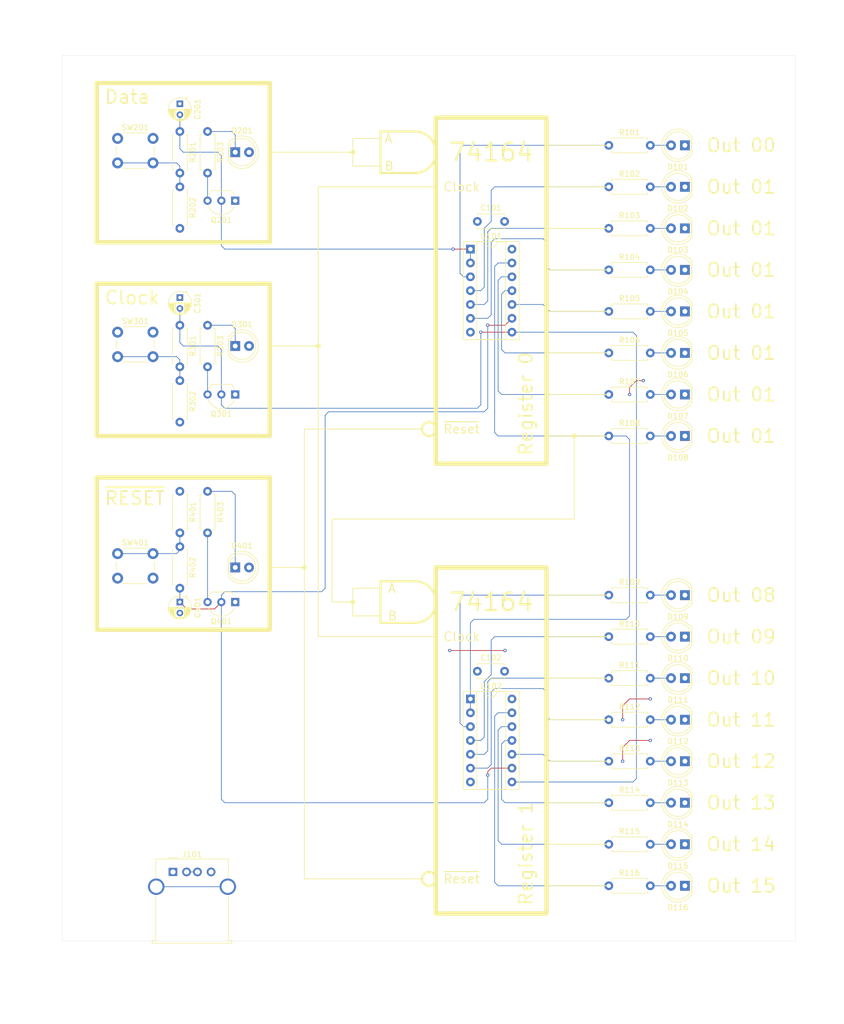
<source format=kicad_pcb>
(kicad_pcb (version 20171130) (host pcbnew "(5.1.8-0-10_14)")

  (general
    (thickness 1.6)
    (drawings 106)
    (tracks 223)
    (zones 0)
    (modules 58)
    (nets 49)
  )

  (page A4)
  (layers
    (0 F.Cu signal)
    (31 B.Cu signal)
    (32 B.Adhes user)
    (33 F.Adhes user)
    (34 B.Paste user)
    (35 F.Paste user)
    (36 B.SilkS user)
    (37 F.SilkS user)
    (38 B.Mask user)
    (39 F.Mask user)
    (40 Dwgs.User user)
    (41 Cmts.User user)
    (42 Eco1.User user)
    (43 Eco2.User user)
    (44 Edge.Cuts user)
    (45 Margin user)
    (46 B.CrtYd user)
    (47 F.CrtYd user)
    (48 B.Fab user)
    (49 F.Fab user)
  )

  (setup
    (last_trace_width 0.127)
    (user_trace_width 0.127)
    (user_trace_width 0.254)
    (user_trace_width 0.508)
    (trace_clearance 0.127)
    (zone_clearance 0.254)
    (zone_45_only no)
    (trace_min 0.127)
    (via_size 0.6)
    (via_drill 0.3)
    (via_min_size 0.6)
    (via_min_drill 0.3)
    (user_via 0.6 0.3)
    (user_via 0.9 0.4)
    (uvia_size 0.6858)
    (uvia_drill 0.3302)
    (uvias_allowed no)
    (uvia_min_size 0)
    (uvia_min_drill 0)
    (edge_width 0.0381)
    (segment_width 0.254)
    (pcb_text_width 0.3048)
    (pcb_text_size 1.524 1.524)
    (mod_edge_width 0.1524)
    (mod_text_size 0.8128 0.8128)
    (mod_text_width 0.1524)
    (pad_size 1.524 1.524)
    (pad_drill 0.762)
    (pad_to_mask_clearance 0)
    (solder_mask_min_width 0.12)
    (aux_axis_origin 0 0)
    (grid_origin 0 -24.13)
    (visible_elements FEFFFF7F)
    (pcbplotparams
      (layerselection 0x010fc_ffffffff)
      (usegerberextensions false)
      (usegerberattributes false)
      (usegerberadvancedattributes false)
      (creategerberjobfile false)
      (excludeedgelayer true)
      (linewidth 0.152400)
      (plotframeref false)
      (viasonmask false)
      (mode 1)
      (useauxorigin false)
      (hpglpennumber 1)
      (hpglpenspeed 20)
      (hpglpendiameter 15.000000)
      (psnegative false)
      (psa4output false)
      (plotreference true)
      (plotvalue false)
      (plotinvisibletext false)
      (padsonsilk false)
      (subtractmaskfromsilk true)
      (outputformat 1)
      (mirror false)
      (drillshape 0)
      (scaleselection 1)
      (outputdirectory "./gerbers"))
  )

  (net 0 "")
  (net 1 "Net-(J101-Pad2)")
  (net 2 "Net-(J101-Pad5)")
  (net 3 "Net-(D101-Pad2)")
  (net 4 "Net-(D102-Pad2)")
  (net 5 "Net-(D103-Pad2)")
  (net 6 "Net-(D104-Pad2)")
  (net 7 "Net-(D105-Pad2)")
  (net 8 "Net-(D106-Pad2)")
  (net 9 "Net-(D107-Pad2)")
  (net 10 "Net-(D108-Pad2)")
  (net 11 "Net-(D109-Pad2)")
  (net 12 "Net-(D110-Pad2)")
  (net 13 "Net-(D111-Pad2)")
  (net 14 "Net-(D112-Pad2)")
  (net 15 "Net-(D113-Pad2)")
  (net 16 "Net-(D114-Pad2)")
  (net 17 "Net-(D115-Pad2)")
  (net 18 "Net-(D116-Pad2)")
  (net 19 GND)
  (net 20 +5V)
  (net 21 "Net-(R101-Pad1)")
  (net 22 "Net-(R102-Pad1)")
  (net 23 "Net-(R103-Pad1)")
  (net 24 "Net-(R104-Pad1)")
  (net 25 "Net-(R105-Pad1)")
  (net 26 "Net-(R106-Pad1)")
  (net 27 "Net-(R107-Pad1)")
  (net 28 "Net-(R108-Pad1)")
  (net 29 "Net-(R109-Pad1)")
  (net 30 "Net-(R110-Pad1)")
  (net 31 "Net-(R111-Pad1)")
  (net 32 "Net-(R112-Pad1)")
  (net 33 "Net-(R113-Pad1)")
  (net 34 "Net-(R114-Pad1)")
  (net 35 "Net-(R115-Pad1)")
  (net 36 "Net-(R116-Pad1)")
  (net 37 /Data/DATA)
  (net 38 "Net-(D201-Pad1)")
  (net 39 "Net-(Q201-Pad3)")
  (net 40 "Net-(R201-Pad2)")
  (net 41 /Clock/CLOCK)
  (net 42 "Net-(D301-Pad1)")
  (net 43 "Net-(Q301-Pad3)")
  (net 44 "Net-(R301-Pad2)")
  (net 45 /~RESET/~RESET)
  (net 46 "Net-(D401-Pad1)")
  (net 47 "Net-(Q401-Pad3)")
  (net 48 "Net-(R401-Pad2)")

  (net_class Default "This is the default net class."
    (clearance 0.127)
    (trace_width 0.127)
    (via_dia 0.6)
    (via_drill 0.3)
    (uvia_dia 0.6858)
    (uvia_drill 0.3302)
    (diff_pair_width 0.1524)
    (diff_pair_gap 0.254)
    (add_net +5V)
    (add_net /Clock/CLOCK)
    (add_net /Data/DATA)
    (add_net /~RESET/~RESET)
    (add_net GND)
    (add_net "Net-(D101-Pad2)")
    (add_net "Net-(D102-Pad2)")
    (add_net "Net-(D103-Pad2)")
    (add_net "Net-(D104-Pad2)")
    (add_net "Net-(D105-Pad2)")
    (add_net "Net-(D106-Pad2)")
    (add_net "Net-(D107-Pad2)")
    (add_net "Net-(D108-Pad2)")
    (add_net "Net-(D109-Pad2)")
    (add_net "Net-(D110-Pad2)")
    (add_net "Net-(D111-Pad2)")
    (add_net "Net-(D112-Pad2)")
    (add_net "Net-(D113-Pad2)")
    (add_net "Net-(D114-Pad2)")
    (add_net "Net-(D115-Pad2)")
    (add_net "Net-(D116-Pad2)")
    (add_net "Net-(D201-Pad1)")
    (add_net "Net-(D301-Pad1)")
    (add_net "Net-(D401-Pad1)")
    (add_net "Net-(J101-Pad2)")
    (add_net "Net-(J101-Pad5)")
    (add_net "Net-(Q201-Pad3)")
    (add_net "Net-(Q301-Pad3)")
    (add_net "Net-(Q401-Pad3)")
    (add_net "Net-(R101-Pad1)")
    (add_net "Net-(R102-Pad1)")
    (add_net "Net-(R103-Pad1)")
    (add_net "Net-(R104-Pad1)")
    (add_net "Net-(R105-Pad1)")
    (add_net "Net-(R106-Pad1)")
    (add_net "Net-(R107-Pad1)")
    (add_net "Net-(R108-Pad1)")
    (add_net "Net-(R109-Pad1)")
    (add_net "Net-(R110-Pad1)")
    (add_net "Net-(R111-Pad1)")
    (add_net "Net-(R112-Pad1)")
    (add_net "Net-(R113-Pad1)")
    (add_net "Net-(R114-Pad1)")
    (add_net "Net-(R115-Pad1)")
    (add_net "Net-(R116-Pad1)")
    (add_net "Net-(R201-Pad2)")
    (add_net "Net-(R301-Pad2)")
    (add_net "Net-(R401-Pad2)")
  )

  (module Button_Switch_THT:SW_PUSH_6mm_H4.3mm (layer F.Cu) (tedit 5A02FE31) (tstamp 61A1C233)
    (at -68.58 24.13)
    (descr "tactile push button, 6x6mm e.g. PHAP33xx series, height=4.3mm")
    (tags "tact sw push 6mm")
    (path /61B7DA09/61B80A22)
    (fp_text reference SW401 (at 3.25 -2) (layer F.SilkS)
      (effects (font (size 1 1) (thickness 0.15)))
    )
    (fp_text value SW_Push (at 3.75 6.7) (layer F.Fab)
      (effects (font (size 1 1) (thickness 0.15)))
    )
    (fp_text user %R (at 3.25 2.25) (layer F.Fab)
      (effects (font (size 1 1) (thickness 0.15)))
    )
    (fp_line (start 3.25 -0.75) (end 6.25 -0.75) (layer F.Fab) (width 0.1))
    (fp_line (start 6.25 -0.75) (end 6.25 5.25) (layer F.Fab) (width 0.1))
    (fp_line (start 6.25 5.25) (end 0.25 5.25) (layer F.Fab) (width 0.1))
    (fp_line (start 0.25 5.25) (end 0.25 -0.75) (layer F.Fab) (width 0.1))
    (fp_line (start 0.25 -0.75) (end 3.25 -0.75) (layer F.Fab) (width 0.1))
    (fp_line (start 7.75 6) (end 8 6) (layer F.CrtYd) (width 0.05))
    (fp_line (start 8 6) (end 8 5.75) (layer F.CrtYd) (width 0.05))
    (fp_line (start 7.75 -1.5) (end 8 -1.5) (layer F.CrtYd) (width 0.05))
    (fp_line (start 8 -1.5) (end 8 -1.25) (layer F.CrtYd) (width 0.05))
    (fp_line (start -1.5 -1.25) (end -1.5 -1.5) (layer F.CrtYd) (width 0.05))
    (fp_line (start -1.5 -1.5) (end -1.25 -1.5) (layer F.CrtYd) (width 0.05))
    (fp_line (start -1.5 5.75) (end -1.5 6) (layer F.CrtYd) (width 0.05))
    (fp_line (start -1.5 6) (end -1.25 6) (layer F.CrtYd) (width 0.05))
    (fp_line (start -1.25 -1.5) (end 7.75 -1.5) (layer F.CrtYd) (width 0.05))
    (fp_line (start -1.5 5.75) (end -1.5 -1.25) (layer F.CrtYd) (width 0.05))
    (fp_line (start 7.75 6) (end -1.25 6) (layer F.CrtYd) (width 0.05))
    (fp_line (start 8 -1.25) (end 8 5.75) (layer F.CrtYd) (width 0.05))
    (fp_line (start 1 5.5) (end 5.5 5.5) (layer F.SilkS) (width 0.12))
    (fp_line (start -0.25 1.5) (end -0.25 3) (layer F.SilkS) (width 0.12))
    (fp_line (start 5.5 -1) (end 1 -1) (layer F.SilkS) (width 0.12))
    (fp_line (start 6.75 3) (end 6.75 1.5) (layer F.SilkS) (width 0.12))
    (fp_circle (center 3.25 2.25) (end 1.25 2.5) (layer F.Fab) (width 0.1))
    (pad 1 thru_hole circle (at 6.5 0 90) (size 2 2) (drill 1.1) (layers *.Cu *.Mask)
      (net 48 "Net-(R401-Pad2)"))
    (pad 2 thru_hole circle (at 6.5 4.5 90) (size 2 2) (drill 1.1) (layers *.Cu *.Mask)
      (net 19 GND))
    (pad 1 thru_hole circle (at 0 0 90) (size 2 2) (drill 1.1) (layers *.Cu *.Mask)
      (net 48 "Net-(R401-Pad2)"))
    (pad 2 thru_hole circle (at 0 4.5 90) (size 2 2) (drill 1.1) (layers *.Cu *.Mask)
      (net 19 GND))
    (model ${KISYS3DMOD}/Button_Switch_THT.3dshapes/SW_PUSH_6mm_H4.3mm.wrl
      (at (xyz 0 0 0))
      (scale (xyz 1 1 1))
      (rotate (xyz 0 0 0))
    )
  )

  (module Resistor_THT:R_Axial_DIN0207_L6.3mm_D2.5mm_P7.62mm_Horizontal (layer F.Cu) (tedit 5AE5139B) (tstamp 61A1C165)
    (at -52.07 12.7 270)
    (descr "Resistor, Axial_DIN0207 series, Axial, Horizontal, pin pitch=7.62mm, 0.25W = 1/4W, length*diameter=6.3*2.5mm^2, http://cdn-reichelt.de/documents/datenblatt/B400/1_4W%23YAG.pdf")
    (tags "Resistor Axial_DIN0207 series Axial Horizontal pin pitch 7.62mm 0.25W = 1/4W length 6.3mm diameter 2.5mm")
    (path /61B7DA09/61B80A45)
    (fp_text reference R403 (at 3.81 -2.37 90) (layer F.SilkS)
      (effects (font (size 1 1) (thickness 0.15)))
    )
    (fp_text value 2k2 (at 3.81 2.37 90) (layer F.Fab)
      (effects (font (size 1 1) (thickness 0.15)))
    )
    (fp_text user %R (at 3.81 0 90) (layer F.Fab)
      (effects (font (size 1 1) (thickness 0.15)))
    )
    (fp_line (start 0.66 -1.25) (end 0.66 1.25) (layer F.Fab) (width 0.1))
    (fp_line (start 0.66 1.25) (end 6.96 1.25) (layer F.Fab) (width 0.1))
    (fp_line (start 6.96 1.25) (end 6.96 -1.25) (layer F.Fab) (width 0.1))
    (fp_line (start 6.96 -1.25) (end 0.66 -1.25) (layer F.Fab) (width 0.1))
    (fp_line (start 0 0) (end 0.66 0) (layer F.Fab) (width 0.1))
    (fp_line (start 7.62 0) (end 6.96 0) (layer F.Fab) (width 0.1))
    (fp_line (start 0.54 -1.04) (end 0.54 -1.37) (layer F.SilkS) (width 0.12))
    (fp_line (start 0.54 -1.37) (end 7.08 -1.37) (layer F.SilkS) (width 0.12))
    (fp_line (start 7.08 -1.37) (end 7.08 -1.04) (layer F.SilkS) (width 0.12))
    (fp_line (start 0.54 1.04) (end 0.54 1.37) (layer F.SilkS) (width 0.12))
    (fp_line (start 0.54 1.37) (end 7.08 1.37) (layer F.SilkS) (width 0.12))
    (fp_line (start 7.08 1.37) (end 7.08 1.04) (layer F.SilkS) (width 0.12))
    (fp_line (start -1.05 -1.5) (end -1.05 1.5) (layer F.CrtYd) (width 0.05))
    (fp_line (start -1.05 1.5) (end 8.67 1.5) (layer F.CrtYd) (width 0.05))
    (fp_line (start 8.67 1.5) (end 8.67 -1.5) (layer F.CrtYd) (width 0.05))
    (fp_line (start 8.67 -1.5) (end -1.05 -1.5) (layer F.CrtYd) (width 0.05))
    (pad 2 thru_hole oval (at 7.62 0 270) (size 1.6 1.6) (drill 0.8) (layers *.Cu *.Mask)
      (net 47 "Net-(Q401-Pad3)"))
    (pad 1 thru_hole circle (at 0 0 270) (size 1.6 1.6) (drill 0.8) (layers *.Cu *.Mask)
      (net 46 "Net-(D401-Pad1)"))
    (model ${KISYS3DMOD}/Resistor_THT.3dshapes/R_Axial_DIN0207_L6.3mm_D2.5mm_P7.62mm_Horizontal.wrl
      (at (xyz 0 0 0))
      (scale (xyz 1 1 1))
      (rotate (xyz 0 0 0))
    )
  )

  (module Resistor_THT:R_Axial_DIN0207_L6.3mm_D2.5mm_P7.62mm_Horizontal (layer F.Cu) (tedit 5AE5139B) (tstamp 61A1C1A7)
    (at -57.15 22.86 270)
    (descr "Resistor, Axial_DIN0207 series, Axial, Horizontal, pin pitch=7.62mm, 0.25W = 1/4W, length*diameter=6.3*2.5mm^2, http://cdn-reichelt.de/documents/datenblatt/B400/1_4W%23YAG.pdf")
    (tags "Resistor Axial_DIN0207 series Axial Horizontal pin pitch 7.62mm 0.25W = 1/4W length 6.3mm diameter 2.5mm")
    (path /61B7DA09/61B80A06)
    (fp_text reference R402 (at 3.81 -2.37 90) (layer F.SilkS)
      (effects (font (size 1 1) (thickness 0.15)))
    )
    (fp_text value 22k (at 3.81 2.37 90) (layer F.Fab)
      (effects (font (size 1 1) (thickness 0.15)))
    )
    (fp_text user %R (at 3.81 0 90) (layer F.Fab)
      (effects (font (size 1 1) (thickness 0.15)))
    )
    (fp_line (start 0.66 -1.25) (end 0.66 1.25) (layer F.Fab) (width 0.1))
    (fp_line (start 0.66 1.25) (end 6.96 1.25) (layer F.Fab) (width 0.1))
    (fp_line (start 6.96 1.25) (end 6.96 -1.25) (layer F.Fab) (width 0.1))
    (fp_line (start 6.96 -1.25) (end 0.66 -1.25) (layer F.Fab) (width 0.1))
    (fp_line (start 0 0) (end 0.66 0) (layer F.Fab) (width 0.1))
    (fp_line (start 7.62 0) (end 6.96 0) (layer F.Fab) (width 0.1))
    (fp_line (start 0.54 -1.04) (end 0.54 -1.37) (layer F.SilkS) (width 0.12))
    (fp_line (start 0.54 -1.37) (end 7.08 -1.37) (layer F.SilkS) (width 0.12))
    (fp_line (start 7.08 -1.37) (end 7.08 -1.04) (layer F.SilkS) (width 0.12))
    (fp_line (start 0.54 1.04) (end 0.54 1.37) (layer F.SilkS) (width 0.12))
    (fp_line (start 0.54 1.37) (end 7.08 1.37) (layer F.SilkS) (width 0.12))
    (fp_line (start 7.08 1.37) (end 7.08 1.04) (layer F.SilkS) (width 0.12))
    (fp_line (start -1.05 -1.5) (end -1.05 1.5) (layer F.CrtYd) (width 0.05))
    (fp_line (start -1.05 1.5) (end 8.67 1.5) (layer F.CrtYd) (width 0.05))
    (fp_line (start 8.67 1.5) (end 8.67 -1.5) (layer F.CrtYd) (width 0.05))
    (fp_line (start 8.67 -1.5) (end -1.05 -1.5) (layer F.CrtYd) (width 0.05))
    (pad 2 thru_hole oval (at 7.62 0 270) (size 1.6 1.6) (drill 0.8) (layers *.Cu *.Mask)
      (net 45 /~RESET/~RESET))
    (pad 1 thru_hole circle (at 0 0 270) (size 1.6 1.6) (drill 0.8) (layers *.Cu *.Mask)
      (net 48 "Net-(R401-Pad2)"))
    (model ${KISYS3DMOD}/Resistor_THT.3dshapes/R_Axial_DIN0207_L6.3mm_D2.5mm_P7.62mm_Horizontal.wrl
      (at (xyz 0 0 0))
      (scale (xyz 1 1 1))
      (rotate (xyz 0 0 0))
    )
  )

  (module Resistor_THT:R_Axial_DIN0207_L6.3mm_D2.5mm_P7.62mm_Horizontal (layer F.Cu) (tedit 5AE5139B) (tstamp 61A1C1E9)
    (at -57.15 12.7 270)
    (descr "Resistor, Axial_DIN0207 series, Axial, Horizontal, pin pitch=7.62mm, 0.25W = 1/4W, length*diameter=6.3*2.5mm^2, http://cdn-reichelt.de/documents/datenblatt/B400/1_4W%23YAG.pdf")
    (tags "Resistor Axial_DIN0207 series Axial Horizontal pin pitch 7.62mm 0.25W = 1/4W length 6.3mm diameter 2.5mm")
    (path /61B7DA09/61B80A00)
    (fp_text reference R401 (at 3.81 -2.37 90) (layer F.SilkS)
      (effects (font (size 1 1) (thickness 0.15)))
    )
    (fp_text value 10k (at 3.81 2.37 90) (layer F.Fab)
      (effects (font (size 1 1) (thickness 0.15)))
    )
    (fp_text user %R (at 3.81 0 90) (layer F.Fab)
      (effects (font (size 1 1) (thickness 0.15)))
    )
    (fp_line (start 0.66 -1.25) (end 0.66 1.25) (layer F.Fab) (width 0.1))
    (fp_line (start 0.66 1.25) (end 6.96 1.25) (layer F.Fab) (width 0.1))
    (fp_line (start 6.96 1.25) (end 6.96 -1.25) (layer F.Fab) (width 0.1))
    (fp_line (start 6.96 -1.25) (end 0.66 -1.25) (layer F.Fab) (width 0.1))
    (fp_line (start 0 0) (end 0.66 0) (layer F.Fab) (width 0.1))
    (fp_line (start 7.62 0) (end 6.96 0) (layer F.Fab) (width 0.1))
    (fp_line (start 0.54 -1.04) (end 0.54 -1.37) (layer F.SilkS) (width 0.12))
    (fp_line (start 0.54 -1.37) (end 7.08 -1.37) (layer F.SilkS) (width 0.12))
    (fp_line (start 7.08 -1.37) (end 7.08 -1.04) (layer F.SilkS) (width 0.12))
    (fp_line (start 0.54 1.04) (end 0.54 1.37) (layer F.SilkS) (width 0.12))
    (fp_line (start 0.54 1.37) (end 7.08 1.37) (layer F.SilkS) (width 0.12))
    (fp_line (start 7.08 1.37) (end 7.08 1.04) (layer F.SilkS) (width 0.12))
    (fp_line (start -1.05 -1.5) (end -1.05 1.5) (layer F.CrtYd) (width 0.05))
    (fp_line (start -1.05 1.5) (end 8.67 1.5) (layer F.CrtYd) (width 0.05))
    (fp_line (start 8.67 1.5) (end 8.67 -1.5) (layer F.CrtYd) (width 0.05))
    (fp_line (start 8.67 -1.5) (end -1.05 -1.5) (layer F.CrtYd) (width 0.05))
    (pad 2 thru_hole oval (at 7.62 0 270) (size 1.6 1.6) (drill 0.8) (layers *.Cu *.Mask)
      (net 48 "Net-(R401-Pad2)"))
    (pad 1 thru_hole circle (at 0 0 270) (size 1.6 1.6) (drill 0.8) (layers *.Cu *.Mask)
      (net 20 +5V))
    (model ${KISYS3DMOD}/Resistor_THT.3dshapes/R_Axial_DIN0207_L6.3mm_D2.5mm_P7.62mm_Horizontal.wrl
      (at (xyz 0 0 0))
      (scale (xyz 1 1 1))
      (rotate (xyz 0 0 0))
    )
  )

  (module Package_TO_SOT_THT:TO-92_Inline_Wide (layer F.Cu) (tedit 5A02FF81) (tstamp 61A1C126)
    (at -46.99 33.02 180)
    (descr "TO-92 leads in-line, wide, drill 0.75mm (see NXP sot054_po.pdf)")
    (tags "to-92 sc-43 sc-43a sot54 PA33 transistor")
    (path /61B7DA09/61B80A34)
    (fp_text reference Q401 (at 2.54 -3.56) (layer F.SilkS)
      (effects (font (size 1 1) (thickness 0.15)))
    )
    (fp_text value 2N3904 (at 2.54 2.79) (layer F.Fab)
      (effects (font (size 1 1) (thickness 0.15)))
    )
    (fp_arc (start 2.54 0) (end 4.34 1.85) (angle -20) (layer F.SilkS) (width 0.12))
    (fp_arc (start 2.54 0) (end 2.54 -2.48) (angle -135) (layer F.Fab) (width 0.1))
    (fp_arc (start 2.54 0) (end 2.54 -2.48) (angle 135) (layer F.Fab) (width 0.1))
    (fp_arc (start 2.54 0) (end 2.54 -2.6) (angle 65) (layer F.SilkS) (width 0.12))
    (fp_arc (start 2.54 0) (end 2.54 -2.6) (angle -65) (layer F.SilkS) (width 0.12))
    (fp_arc (start 2.54 0) (end 0.74 1.85) (angle 20) (layer F.SilkS) (width 0.12))
    (fp_text user %R (at 2.54 0) (layer F.Fab)
      (effects (font (size 1 1) (thickness 0.15)))
    )
    (fp_line (start 0.74 1.85) (end 4.34 1.85) (layer F.SilkS) (width 0.12))
    (fp_line (start 0.8 1.75) (end 4.3 1.75) (layer F.Fab) (width 0.1))
    (fp_line (start -1.01 -2.73) (end 6.09 -2.73) (layer F.CrtYd) (width 0.05))
    (fp_line (start -1.01 -2.73) (end -1.01 2.01) (layer F.CrtYd) (width 0.05))
    (fp_line (start 6.09 2.01) (end 6.09 -2.73) (layer F.CrtYd) (width 0.05))
    (fp_line (start 6.09 2.01) (end -1.01 2.01) (layer F.CrtYd) (width 0.05))
    (pad 1 thru_hole rect (at 0 0 180) (size 1.5 1.5) (drill 0.8) (layers *.Cu *.Mask)
      (net 19 GND))
    (pad 3 thru_hole circle (at 5.08 0 180) (size 1.5 1.5) (drill 0.8) (layers *.Cu *.Mask)
      (net 47 "Net-(Q401-Pad3)"))
    (pad 2 thru_hole circle (at 2.54 0 180) (size 1.5 1.5) (drill 0.8) (layers *.Cu *.Mask)
      (net 45 /~RESET/~RESET))
    (model ${KISYS3DMOD}/Package_TO_SOT_THT.3dshapes/TO-92_Inline_Wide.wrl
      (at (xyz 0 0 0))
      (scale (xyz 1 1 1))
      (rotate (xyz 0 0 0))
    )
  )

  (module LED_THT:LED_D5.0mm (layer F.Cu) (tedit 5995936A) (tstamp 61A1C487)
    (at -46.99 26.67)
    (descr "LED, diameter 5.0mm, 2 pins, http://cdn-reichelt.de/documents/datenblatt/A500/LL-504BC2E-009.pdf")
    (tags "LED diameter 5.0mm 2 pins")
    (path /61B7DA09/61B80A4B)
    (fp_text reference D401 (at 1.27 -3.96) (layer F.SilkS)
      (effects (font (size 1 1) (thickness 0.15)))
    )
    (fp_text value LED (at 1.27 3.96) (layer F.Fab)
      (effects (font (size 1 1) (thickness 0.15)))
    )
    (fp_text user %R (at 1.25 0) (layer F.Fab)
      (effects (font (size 0.8 0.8) (thickness 0.2)))
    )
    (fp_arc (start 1.27 0) (end -1.29 1.54483) (angle -148.9) (layer F.SilkS) (width 0.12))
    (fp_arc (start 1.27 0) (end -1.29 -1.54483) (angle 148.9) (layer F.SilkS) (width 0.12))
    (fp_arc (start 1.27 0) (end -1.23 -1.469694) (angle 299.1) (layer F.Fab) (width 0.1))
    (fp_circle (center 1.27 0) (end 3.77 0) (layer F.Fab) (width 0.1))
    (fp_circle (center 1.27 0) (end 3.77 0) (layer F.SilkS) (width 0.12))
    (fp_line (start -1.23 -1.469694) (end -1.23 1.469694) (layer F.Fab) (width 0.1))
    (fp_line (start -1.29 -1.545) (end -1.29 1.545) (layer F.SilkS) (width 0.12))
    (fp_line (start -1.95 -3.25) (end -1.95 3.25) (layer F.CrtYd) (width 0.05))
    (fp_line (start -1.95 3.25) (end 4.5 3.25) (layer F.CrtYd) (width 0.05))
    (fp_line (start 4.5 3.25) (end 4.5 -3.25) (layer F.CrtYd) (width 0.05))
    (fp_line (start 4.5 -3.25) (end -1.95 -3.25) (layer F.CrtYd) (width 0.05))
    (pad 2 thru_hole circle (at 2.54 0) (size 1.8 1.8) (drill 0.9) (layers *.Cu *.Mask)
      (net 20 +5V))
    (pad 1 thru_hole rect (at 0 0) (size 1.8 1.8) (drill 0.9) (layers *.Cu *.Mask)
      (net 46 "Net-(D401-Pad1)"))
    (model ${KISYS3DMOD}/LED_THT.3dshapes/LED_D5.0mm.wrl
      (at (xyz 0 0 0))
      (scale (xyz 1 1 1))
      (rotate (xyz 0 0 0))
    )
  )

  (module Capacitor_THT:CP_Radial_D4.0mm_P2.00mm (layer F.Cu) (tedit 5AE50EF0) (tstamp 61A1C514)
    (at -57.15 33.02 270)
    (descr "CP, Radial series, Radial, pin pitch=2.00mm, , diameter=4mm, Electrolytic Capacitor")
    (tags "CP Radial series Radial pin pitch 2.00mm  diameter 4mm Electrolytic Capacitor")
    (path /61B7DA09/61B80A0C)
    (fp_text reference C401 (at 1 -3.25 90) (layer F.SilkS)
      (effects (font (size 1 1) (thickness 0.15)))
    )
    (fp_text value 1u (at 1 3.25 90) (layer F.Fab)
      (effects (font (size 1 1) (thickness 0.15)))
    )
    (fp_text user %R (at 1 0 90) (layer F.Fab)
      (effects (font (size 0.8 0.8) (thickness 0.12)))
    )
    (fp_circle (center 1 0) (end 3 0) (layer F.Fab) (width 0.1))
    (fp_circle (center 1 0) (end 3.12 0) (layer F.SilkS) (width 0.12))
    (fp_circle (center 1 0) (end 3.25 0) (layer F.CrtYd) (width 0.05))
    (fp_line (start -0.702554 -0.8675) (end -0.302554 -0.8675) (layer F.Fab) (width 0.1))
    (fp_line (start -0.502554 -1.0675) (end -0.502554 -0.6675) (layer F.Fab) (width 0.1))
    (fp_line (start 1 -2.08) (end 1 2.08) (layer F.SilkS) (width 0.12))
    (fp_line (start 1.04 -2.08) (end 1.04 2.08) (layer F.SilkS) (width 0.12))
    (fp_line (start 1.08 -2.079) (end 1.08 2.079) (layer F.SilkS) (width 0.12))
    (fp_line (start 1.12 -2.077) (end 1.12 2.077) (layer F.SilkS) (width 0.12))
    (fp_line (start 1.16 -2.074) (end 1.16 2.074) (layer F.SilkS) (width 0.12))
    (fp_line (start 1.2 -2.071) (end 1.2 -0.84) (layer F.SilkS) (width 0.12))
    (fp_line (start 1.2 0.84) (end 1.2 2.071) (layer F.SilkS) (width 0.12))
    (fp_line (start 1.24 -2.067) (end 1.24 -0.84) (layer F.SilkS) (width 0.12))
    (fp_line (start 1.24 0.84) (end 1.24 2.067) (layer F.SilkS) (width 0.12))
    (fp_line (start 1.28 -2.062) (end 1.28 -0.84) (layer F.SilkS) (width 0.12))
    (fp_line (start 1.28 0.84) (end 1.28 2.062) (layer F.SilkS) (width 0.12))
    (fp_line (start 1.32 -2.056) (end 1.32 -0.84) (layer F.SilkS) (width 0.12))
    (fp_line (start 1.32 0.84) (end 1.32 2.056) (layer F.SilkS) (width 0.12))
    (fp_line (start 1.36 -2.05) (end 1.36 -0.84) (layer F.SilkS) (width 0.12))
    (fp_line (start 1.36 0.84) (end 1.36 2.05) (layer F.SilkS) (width 0.12))
    (fp_line (start 1.4 -2.042) (end 1.4 -0.84) (layer F.SilkS) (width 0.12))
    (fp_line (start 1.4 0.84) (end 1.4 2.042) (layer F.SilkS) (width 0.12))
    (fp_line (start 1.44 -2.034) (end 1.44 -0.84) (layer F.SilkS) (width 0.12))
    (fp_line (start 1.44 0.84) (end 1.44 2.034) (layer F.SilkS) (width 0.12))
    (fp_line (start 1.48 -2.025) (end 1.48 -0.84) (layer F.SilkS) (width 0.12))
    (fp_line (start 1.48 0.84) (end 1.48 2.025) (layer F.SilkS) (width 0.12))
    (fp_line (start 1.52 -2.016) (end 1.52 -0.84) (layer F.SilkS) (width 0.12))
    (fp_line (start 1.52 0.84) (end 1.52 2.016) (layer F.SilkS) (width 0.12))
    (fp_line (start 1.56 -2.005) (end 1.56 -0.84) (layer F.SilkS) (width 0.12))
    (fp_line (start 1.56 0.84) (end 1.56 2.005) (layer F.SilkS) (width 0.12))
    (fp_line (start 1.6 -1.994) (end 1.6 -0.84) (layer F.SilkS) (width 0.12))
    (fp_line (start 1.6 0.84) (end 1.6 1.994) (layer F.SilkS) (width 0.12))
    (fp_line (start 1.64 -1.982) (end 1.64 -0.84) (layer F.SilkS) (width 0.12))
    (fp_line (start 1.64 0.84) (end 1.64 1.982) (layer F.SilkS) (width 0.12))
    (fp_line (start 1.68 -1.968) (end 1.68 -0.84) (layer F.SilkS) (width 0.12))
    (fp_line (start 1.68 0.84) (end 1.68 1.968) (layer F.SilkS) (width 0.12))
    (fp_line (start 1.721 -1.954) (end 1.721 -0.84) (layer F.SilkS) (width 0.12))
    (fp_line (start 1.721 0.84) (end 1.721 1.954) (layer F.SilkS) (width 0.12))
    (fp_line (start 1.761 -1.94) (end 1.761 -0.84) (layer F.SilkS) (width 0.12))
    (fp_line (start 1.761 0.84) (end 1.761 1.94) (layer F.SilkS) (width 0.12))
    (fp_line (start 1.801 -1.924) (end 1.801 -0.84) (layer F.SilkS) (width 0.12))
    (fp_line (start 1.801 0.84) (end 1.801 1.924) (layer F.SilkS) (width 0.12))
    (fp_line (start 1.841 -1.907) (end 1.841 -0.84) (layer F.SilkS) (width 0.12))
    (fp_line (start 1.841 0.84) (end 1.841 1.907) (layer F.SilkS) (width 0.12))
    (fp_line (start 1.881 -1.889) (end 1.881 -0.84) (layer F.SilkS) (width 0.12))
    (fp_line (start 1.881 0.84) (end 1.881 1.889) (layer F.SilkS) (width 0.12))
    (fp_line (start 1.921 -1.87) (end 1.921 -0.84) (layer F.SilkS) (width 0.12))
    (fp_line (start 1.921 0.84) (end 1.921 1.87) (layer F.SilkS) (width 0.12))
    (fp_line (start 1.961 -1.851) (end 1.961 -0.84) (layer F.SilkS) (width 0.12))
    (fp_line (start 1.961 0.84) (end 1.961 1.851) (layer F.SilkS) (width 0.12))
    (fp_line (start 2.001 -1.83) (end 2.001 -0.84) (layer F.SilkS) (width 0.12))
    (fp_line (start 2.001 0.84) (end 2.001 1.83) (layer F.SilkS) (width 0.12))
    (fp_line (start 2.041 -1.808) (end 2.041 -0.84) (layer F.SilkS) (width 0.12))
    (fp_line (start 2.041 0.84) (end 2.041 1.808) (layer F.SilkS) (width 0.12))
    (fp_line (start 2.081 -1.785) (end 2.081 -0.84) (layer F.SilkS) (width 0.12))
    (fp_line (start 2.081 0.84) (end 2.081 1.785) (layer F.SilkS) (width 0.12))
    (fp_line (start 2.121 -1.76) (end 2.121 -0.84) (layer F.SilkS) (width 0.12))
    (fp_line (start 2.121 0.84) (end 2.121 1.76) (layer F.SilkS) (width 0.12))
    (fp_line (start 2.161 -1.735) (end 2.161 -0.84) (layer F.SilkS) (width 0.12))
    (fp_line (start 2.161 0.84) (end 2.161 1.735) (layer F.SilkS) (width 0.12))
    (fp_line (start 2.201 -1.708) (end 2.201 -0.84) (layer F.SilkS) (width 0.12))
    (fp_line (start 2.201 0.84) (end 2.201 1.708) (layer F.SilkS) (width 0.12))
    (fp_line (start 2.241 -1.68) (end 2.241 -0.84) (layer F.SilkS) (width 0.12))
    (fp_line (start 2.241 0.84) (end 2.241 1.68) (layer F.SilkS) (width 0.12))
    (fp_line (start 2.281 -1.65) (end 2.281 -0.84) (layer F.SilkS) (width 0.12))
    (fp_line (start 2.281 0.84) (end 2.281 1.65) (layer F.SilkS) (width 0.12))
    (fp_line (start 2.321 -1.619) (end 2.321 -0.84) (layer F.SilkS) (width 0.12))
    (fp_line (start 2.321 0.84) (end 2.321 1.619) (layer F.SilkS) (width 0.12))
    (fp_line (start 2.361 -1.587) (end 2.361 -0.84) (layer F.SilkS) (width 0.12))
    (fp_line (start 2.361 0.84) (end 2.361 1.587) (layer F.SilkS) (width 0.12))
    (fp_line (start 2.401 -1.552) (end 2.401 -0.84) (layer F.SilkS) (width 0.12))
    (fp_line (start 2.401 0.84) (end 2.401 1.552) (layer F.SilkS) (width 0.12))
    (fp_line (start 2.441 -1.516) (end 2.441 -0.84) (layer F.SilkS) (width 0.12))
    (fp_line (start 2.441 0.84) (end 2.441 1.516) (layer F.SilkS) (width 0.12))
    (fp_line (start 2.481 -1.478) (end 2.481 -0.84) (layer F.SilkS) (width 0.12))
    (fp_line (start 2.481 0.84) (end 2.481 1.478) (layer F.SilkS) (width 0.12))
    (fp_line (start 2.521 -1.438) (end 2.521 -0.84) (layer F.SilkS) (width 0.12))
    (fp_line (start 2.521 0.84) (end 2.521 1.438) (layer F.SilkS) (width 0.12))
    (fp_line (start 2.561 -1.396) (end 2.561 -0.84) (layer F.SilkS) (width 0.12))
    (fp_line (start 2.561 0.84) (end 2.561 1.396) (layer F.SilkS) (width 0.12))
    (fp_line (start 2.601 -1.351) (end 2.601 -0.84) (layer F.SilkS) (width 0.12))
    (fp_line (start 2.601 0.84) (end 2.601 1.351) (layer F.SilkS) (width 0.12))
    (fp_line (start 2.641 -1.304) (end 2.641 -0.84) (layer F.SilkS) (width 0.12))
    (fp_line (start 2.641 0.84) (end 2.641 1.304) (layer F.SilkS) (width 0.12))
    (fp_line (start 2.681 -1.254) (end 2.681 -0.84) (layer F.SilkS) (width 0.12))
    (fp_line (start 2.681 0.84) (end 2.681 1.254) (layer F.SilkS) (width 0.12))
    (fp_line (start 2.721 -1.2) (end 2.721 -0.84) (layer F.SilkS) (width 0.12))
    (fp_line (start 2.721 0.84) (end 2.721 1.2) (layer F.SilkS) (width 0.12))
    (fp_line (start 2.761 -1.142) (end 2.761 -0.84) (layer F.SilkS) (width 0.12))
    (fp_line (start 2.761 0.84) (end 2.761 1.142) (layer F.SilkS) (width 0.12))
    (fp_line (start 2.801 -1.08) (end 2.801 -0.84) (layer F.SilkS) (width 0.12))
    (fp_line (start 2.801 0.84) (end 2.801 1.08) (layer F.SilkS) (width 0.12))
    (fp_line (start 2.841 -1.013) (end 2.841 1.013) (layer F.SilkS) (width 0.12))
    (fp_line (start 2.881 -0.94) (end 2.881 0.94) (layer F.SilkS) (width 0.12))
    (fp_line (start 2.921 -0.859) (end 2.921 0.859) (layer F.SilkS) (width 0.12))
    (fp_line (start 2.961 -0.768) (end 2.961 0.768) (layer F.SilkS) (width 0.12))
    (fp_line (start 3.001 -0.664) (end 3.001 0.664) (layer F.SilkS) (width 0.12))
    (fp_line (start 3.041 -0.537) (end 3.041 0.537) (layer F.SilkS) (width 0.12))
    (fp_line (start 3.081 -0.37) (end 3.081 0.37) (layer F.SilkS) (width 0.12))
    (fp_line (start -1.269801 -1.195) (end -0.869801 -1.195) (layer F.SilkS) (width 0.12))
    (fp_line (start -1.069801 -1.395) (end -1.069801 -0.995) (layer F.SilkS) (width 0.12))
    (pad 2 thru_hole circle (at 2 0 270) (size 1.2 1.2) (drill 0.6) (layers *.Cu *.Mask)
      (net 19 GND))
    (pad 1 thru_hole rect (at 0 0 270) (size 1.2 1.2) (drill 0.6) (layers *.Cu *.Mask)
      (net 45 /~RESET/~RESET))
    (model ${KISYS3DMOD}/Capacitor_THT.3dshapes/CP_Radial_D4.0mm_P2.00mm.wrl
      (at (xyz 0 0 0))
      (scale (xyz 1 1 1))
      (rotate (xyz 0 0 0))
    )
  )

  (module Button_Switch_THT:SW_PUSH_6mm_H4.3mm (layer F.Cu) (tedit 5A02FE31) (tstamp 61A1C64D)
    (at -68.58 -16.51)
    (descr "tactile push button, 6x6mm e.g. PHAP33xx series, height=4.3mm")
    (tags "tact sw push 6mm")
    (path /61B676DE/61B6A327)
    (fp_text reference SW301 (at 3.25 -2) (layer F.SilkS)
      (effects (font (size 1 1) (thickness 0.15)))
    )
    (fp_text value SW_Push (at 3.75 6.7) (layer F.Fab)
      (effects (font (size 1 1) (thickness 0.15)))
    )
    (fp_text user %R (at 3.25 2.25) (layer F.Fab)
      (effects (font (size 1 1) (thickness 0.15)))
    )
    (fp_line (start 3.25 -0.75) (end 6.25 -0.75) (layer F.Fab) (width 0.1))
    (fp_line (start 6.25 -0.75) (end 6.25 5.25) (layer F.Fab) (width 0.1))
    (fp_line (start 6.25 5.25) (end 0.25 5.25) (layer F.Fab) (width 0.1))
    (fp_line (start 0.25 5.25) (end 0.25 -0.75) (layer F.Fab) (width 0.1))
    (fp_line (start 0.25 -0.75) (end 3.25 -0.75) (layer F.Fab) (width 0.1))
    (fp_line (start 7.75 6) (end 8 6) (layer F.CrtYd) (width 0.05))
    (fp_line (start 8 6) (end 8 5.75) (layer F.CrtYd) (width 0.05))
    (fp_line (start 7.75 -1.5) (end 8 -1.5) (layer F.CrtYd) (width 0.05))
    (fp_line (start 8 -1.5) (end 8 -1.25) (layer F.CrtYd) (width 0.05))
    (fp_line (start -1.5 -1.25) (end -1.5 -1.5) (layer F.CrtYd) (width 0.05))
    (fp_line (start -1.5 -1.5) (end -1.25 -1.5) (layer F.CrtYd) (width 0.05))
    (fp_line (start -1.5 5.75) (end -1.5 6) (layer F.CrtYd) (width 0.05))
    (fp_line (start -1.5 6) (end -1.25 6) (layer F.CrtYd) (width 0.05))
    (fp_line (start -1.25 -1.5) (end 7.75 -1.5) (layer F.CrtYd) (width 0.05))
    (fp_line (start -1.5 5.75) (end -1.5 -1.25) (layer F.CrtYd) (width 0.05))
    (fp_line (start 7.75 6) (end -1.25 6) (layer F.CrtYd) (width 0.05))
    (fp_line (start 8 -1.25) (end 8 5.75) (layer F.CrtYd) (width 0.05))
    (fp_line (start 1 5.5) (end 5.5 5.5) (layer F.SilkS) (width 0.12))
    (fp_line (start -0.25 1.5) (end -0.25 3) (layer F.SilkS) (width 0.12))
    (fp_line (start 5.5 -1) (end 1 -1) (layer F.SilkS) (width 0.12))
    (fp_line (start 6.75 3) (end 6.75 1.5) (layer F.SilkS) (width 0.12))
    (fp_circle (center 3.25 2.25) (end 1.25 2.5) (layer F.Fab) (width 0.1))
    (pad 1 thru_hole circle (at 6.5 0 90) (size 2 2) (drill 1.1) (layers *.Cu *.Mask)
      (net 20 +5V))
    (pad 2 thru_hole circle (at 6.5 4.5 90) (size 2 2) (drill 1.1) (layers *.Cu *.Mask)
      (net 44 "Net-(R301-Pad2)"))
    (pad 1 thru_hole circle (at 0 0 90) (size 2 2) (drill 1.1) (layers *.Cu *.Mask)
      (net 20 +5V))
    (pad 2 thru_hole circle (at 0 4.5 90) (size 2 2) (drill 1.1) (layers *.Cu *.Mask)
      (net 44 "Net-(R301-Pad2)"))
    (model ${KISYS3DMOD}/Button_Switch_THT.3dshapes/SW_PUSH_6mm_H4.3mm.wrl
      (at (xyz 0 0 0))
      (scale (xyz 1 1 1))
      (rotate (xyz 0 0 0))
    )
  )

  (module Resistor_THT:R_Axial_DIN0207_L6.3mm_D2.5mm_P7.62mm_Horizontal (layer F.Cu) (tedit 5AE5139B) (tstamp 61A1C603)
    (at -52.07 -17.78 270)
    (descr "Resistor, Axial_DIN0207 series, Axial, Horizontal, pin pitch=7.62mm, 0.25W = 1/4W, length*diameter=6.3*2.5mm^2, http://cdn-reichelt.de/documents/datenblatt/B400/1_4W%23YAG.pdf")
    (tags "Resistor Axial_DIN0207 series Axial Horizontal pin pitch 7.62mm 0.25W = 1/4W length 6.3mm diameter 2.5mm")
    (path /61B676DE/61B6A34A)
    (fp_text reference R303 (at 3.81 -2.37 90) (layer F.SilkS)
      (effects (font (size 1 1) (thickness 0.15)))
    )
    (fp_text value 2k2 (at 3.81 2.37 90) (layer F.Fab)
      (effects (font (size 1 1) (thickness 0.15)))
    )
    (fp_text user %R (at 3.81 0 90) (layer F.Fab)
      (effects (font (size 1 1) (thickness 0.15)))
    )
    (fp_line (start 0.66 -1.25) (end 0.66 1.25) (layer F.Fab) (width 0.1))
    (fp_line (start 0.66 1.25) (end 6.96 1.25) (layer F.Fab) (width 0.1))
    (fp_line (start 6.96 1.25) (end 6.96 -1.25) (layer F.Fab) (width 0.1))
    (fp_line (start 6.96 -1.25) (end 0.66 -1.25) (layer F.Fab) (width 0.1))
    (fp_line (start 0 0) (end 0.66 0) (layer F.Fab) (width 0.1))
    (fp_line (start 7.62 0) (end 6.96 0) (layer F.Fab) (width 0.1))
    (fp_line (start 0.54 -1.04) (end 0.54 -1.37) (layer F.SilkS) (width 0.12))
    (fp_line (start 0.54 -1.37) (end 7.08 -1.37) (layer F.SilkS) (width 0.12))
    (fp_line (start 7.08 -1.37) (end 7.08 -1.04) (layer F.SilkS) (width 0.12))
    (fp_line (start 0.54 1.04) (end 0.54 1.37) (layer F.SilkS) (width 0.12))
    (fp_line (start 0.54 1.37) (end 7.08 1.37) (layer F.SilkS) (width 0.12))
    (fp_line (start 7.08 1.37) (end 7.08 1.04) (layer F.SilkS) (width 0.12))
    (fp_line (start -1.05 -1.5) (end -1.05 1.5) (layer F.CrtYd) (width 0.05))
    (fp_line (start -1.05 1.5) (end 8.67 1.5) (layer F.CrtYd) (width 0.05))
    (fp_line (start 8.67 1.5) (end 8.67 -1.5) (layer F.CrtYd) (width 0.05))
    (fp_line (start 8.67 -1.5) (end -1.05 -1.5) (layer F.CrtYd) (width 0.05))
    (pad 2 thru_hole oval (at 7.62 0 270) (size 1.6 1.6) (drill 0.8) (layers *.Cu *.Mask)
      (net 43 "Net-(Q301-Pad3)"))
    (pad 1 thru_hole circle (at 0 0 270) (size 1.6 1.6) (drill 0.8) (layers *.Cu *.Mask)
      (net 42 "Net-(D301-Pad1)"))
    (model ${KISYS3DMOD}/Resistor_THT.3dshapes/R_Axial_DIN0207_L6.3mm_D2.5mm_P7.62mm_Horizontal.wrl
      (at (xyz 0 0 0))
      (scale (xyz 1 1 1))
      (rotate (xyz 0 0 0))
    )
  )

  (module Resistor_THT:R_Axial_DIN0207_L6.3mm_D2.5mm_P7.62mm_Horizontal (layer F.Cu) (tedit 5AE5139B) (tstamp 61A1C3C9)
    (at -57.15 -7.62 270)
    (descr "Resistor, Axial_DIN0207 series, Axial, Horizontal, pin pitch=7.62mm, 0.25W = 1/4W, length*diameter=6.3*2.5mm^2, http://cdn-reichelt.de/documents/datenblatt/B400/1_4W%23YAG.pdf")
    (tags "Resistor Axial_DIN0207 series Axial Horizontal pin pitch 7.62mm 0.25W = 1/4W length 6.3mm diameter 2.5mm")
    (path /61B676DE/61B6A305)
    (fp_text reference R302 (at 3.81 -2.37 90) (layer F.SilkS)
      (effects (font (size 1 1) (thickness 0.15)))
    )
    (fp_text value 10k (at 3.81 2.37 90) (layer F.Fab)
      (effects (font (size 1 1) (thickness 0.15)))
    )
    (fp_text user %R (at 3.81 0 90) (layer F.Fab)
      (effects (font (size 1 1) (thickness 0.15)))
    )
    (fp_line (start 0.66 -1.25) (end 0.66 1.25) (layer F.Fab) (width 0.1))
    (fp_line (start 0.66 1.25) (end 6.96 1.25) (layer F.Fab) (width 0.1))
    (fp_line (start 6.96 1.25) (end 6.96 -1.25) (layer F.Fab) (width 0.1))
    (fp_line (start 6.96 -1.25) (end 0.66 -1.25) (layer F.Fab) (width 0.1))
    (fp_line (start 0 0) (end 0.66 0) (layer F.Fab) (width 0.1))
    (fp_line (start 7.62 0) (end 6.96 0) (layer F.Fab) (width 0.1))
    (fp_line (start 0.54 -1.04) (end 0.54 -1.37) (layer F.SilkS) (width 0.12))
    (fp_line (start 0.54 -1.37) (end 7.08 -1.37) (layer F.SilkS) (width 0.12))
    (fp_line (start 7.08 -1.37) (end 7.08 -1.04) (layer F.SilkS) (width 0.12))
    (fp_line (start 0.54 1.04) (end 0.54 1.37) (layer F.SilkS) (width 0.12))
    (fp_line (start 0.54 1.37) (end 7.08 1.37) (layer F.SilkS) (width 0.12))
    (fp_line (start 7.08 1.37) (end 7.08 1.04) (layer F.SilkS) (width 0.12))
    (fp_line (start -1.05 -1.5) (end -1.05 1.5) (layer F.CrtYd) (width 0.05))
    (fp_line (start -1.05 1.5) (end 8.67 1.5) (layer F.CrtYd) (width 0.05))
    (fp_line (start 8.67 1.5) (end 8.67 -1.5) (layer F.CrtYd) (width 0.05))
    (fp_line (start 8.67 -1.5) (end -1.05 -1.5) (layer F.CrtYd) (width 0.05))
    (pad 2 thru_hole oval (at 7.62 0 270) (size 1.6 1.6) (drill 0.8) (layers *.Cu *.Mask)
      (net 19 GND))
    (pad 1 thru_hole circle (at 0 0 270) (size 1.6 1.6) (drill 0.8) (layers *.Cu *.Mask)
      (net 44 "Net-(R301-Pad2)"))
    (model ${KISYS3DMOD}/Resistor_THT.3dshapes/R_Axial_DIN0207_L6.3mm_D2.5mm_P7.62mm_Horizontal.wrl
      (at (xyz 0 0 0))
      (scale (xyz 1 1 1))
      (rotate (xyz 0 0 0))
    )
  )

  (module Resistor_THT:R_Axial_DIN0207_L6.3mm_D2.5mm_P7.62mm_Horizontal (layer F.Cu) (tedit 5AE5139B) (tstamp 61A1C447)
    (at -57.15 -17.78 270)
    (descr "Resistor, Axial_DIN0207 series, Axial, Horizontal, pin pitch=7.62mm, 0.25W = 1/4W, length*diameter=6.3*2.5mm^2, http://cdn-reichelt.de/documents/datenblatt/B400/1_4W%23YAG.pdf")
    (tags "Resistor Axial_DIN0207 series Axial Horizontal pin pitch 7.62mm 0.25W = 1/4W length 6.3mm diameter 2.5mm")
    (path /61B676DE/61B6A30B)
    (fp_text reference R301 (at 3.81 -2.37 90) (layer F.SilkS)
      (effects (font (size 1 1) (thickness 0.15)))
    )
    (fp_text value 22k (at 3.81 2.37 90) (layer F.Fab)
      (effects (font (size 1 1) (thickness 0.15)))
    )
    (fp_text user %R (at 3.81 0 90) (layer F.Fab)
      (effects (font (size 1 1) (thickness 0.15)))
    )
    (fp_line (start 0.66 -1.25) (end 0.66 1.25) (layer F.Fab) (width 0.1))
    (fp_line (start 0.66 1.25) (end 6.96 1.25) (layer F.Fab) (width 0.1))
    (fp_line (start 6.96 1.25) (end 6.96 -1.25) (layer F.Fab) (width 0.1))
    (fp_line (start 6.96 -1.25) (end 0.66 -1.25) (layer F.Fab) (width 0.1))
    (fp_line (start 0 0) (end 0.66 0) (layer F.Fab) (width 0.1))
    (fp_line (start 7.62 0) (end 6.96 0) (layer F.Fab) (width 0.1))
    (fp_line (start 0.54 -1.04) (end 0.54 -1.37) (layer F.SilkS) (width 0.12))
    (fp_line (start 0.54 -1.37) (end 7.08 -1.37) (layer F.SilkS) (width 0.12))
    (fp_line (start 7.08 -1.37) (end 7.08 -1.04) (layer F.SilkS) (width 0.12))
    (fp_line (start 0.54 1.04) (end 0.54 1.37) (layer F.SilkS) (width 0.12))
    (fp_line (start 0.54 1.37) (end 7.08 1.37) (layer F.SilkS) (width 0.12))
    (fp_line (start 7.08 1.37) (end 7.08 1.04) (layer F.SilkS) (width 0.12))
    (fp_line (start -1.05 -1.5) (end -1.05 1.5) (layer F.CrtYd) (width 0.05))
    (fp_line (start -1.05 1.5) (end 8.67 1.5) (layer F.CrtYd) (width 0.05))
    (fp_line (start 8.67 1.5) (end 8.67 -1.5) (layer F.CrtYd) (width 0.05))
    (fp_line (start 8.67 -1.5) (end -1.05 -1.5) (layer F.CrtYd) (width 0.05))
    (pad 2 thru_hole oval (at 7.62 0 270) (size 1.6 1.6) (drill 0.8) (layers *.Cu *.Mask)
      (net 44 "Net-(R301-Pad2)"))
    (pad 1 thru_hole circle (at 0 0 270) (size 1.6 1.6) (drill 0.8) (layers *.Cu *.Mask)
      (net 41 /Clock/CLOCK))
    (model ${KISYS3DMOD}/Resistor_THT.3dshapes/R_Axial_DIN0207_L6.3mm_D2.5mm_P7.62mm_Horizontal.wrl
      (at (xyz 0 0 0))
      (scale (xyz 1 1 1))
      (rotate (xyz 0 0 0))
    )
  )

  (module Package_TO_SOT_THT:TO-92_Inline_Wide (layer F.Cu) (tedit 5A02FF81) (tstamp 61A1C40B)
    (at -46.99 -5.08 180)
    (descr "TO-92 leads in-line, wide, drill 0.75mm (see NXP sot054_po.pdf)")
    (tags "to-92 sc-43 sc-43a sot54 PA33 transistor")
    (path /61B676DE/61B6A339)
    (fp_text reference Q301 (at 2.54 -3.56) (layer F.SilkS)
      (effects (font (size 1 1) (thickness 0.15)))
    )
    (fp_text value 2N3904 (at 2.54 2.79) (layer F.Fab)
      (effects (font (size 1 1) (thickness 0.15)))
    )
    (fp_arc (start 2.54 0) (end 4.34 1.85) (angle -20) (layer F.SilkS) (width 0.12))
    (fp_arc (start 2.54 0) (end 2.54 -2.48) (angle -135) (layer F.Fab) (width 0.1))
    (fp_arc (start 2.54 0) (end 2.54 -2.48) (angle 135) (layer F.Fab) (width 0.1))
    (fp_arc (start 2.54 0) (end 2.54 -2.6) (angle 65) (layer F.SilkS) (width 0.12))
    (fp_arc (start 2.54 0) (end 2.54 -2.6) (angle -65) (layer F.SilkS) (width 0.12))
    (fp_arc (start 2.54 0) (end 0.74 1.85) (angle 20) (layer F.SilkS) (width 0.12))
    (fp_text user %R (at 2.54 0) (layer F.Fab)
      (effects (font (size 1 1) (thickness 0.15)))
    )
    (fp_line (start 0.74 1.85) (end 4.34 1.85) (layer F.SilkS) (width 0.12))
    (fp_line (start 0.8 1.75) (end 4.3 1.75) (layer F.Fab) (width 0.1))
    (fp_line (start -1.01 -2.73) (end 6.09 -2.73) (layer F.CrtYd) (width 0.05))
    (fp_line (start -1.01 -2.73) (end -1.01 2.01) (layer F.CrtYd) (width 0.05))
    (fp_line (start 6.09 2.01) (end 6.09 -2.73) (layer F.CrtYd) (width 0.05))
    (fp_line (start 6.09 2.01) (end -1.01 2.01) (layer F.CrtYd) (width 0.05))
    (pad 1 thru_hole rect (at 0 0 180) (size 1.5 1.5) (drill 0.8) (layers *.Cu *.Mask)
      (net 19 GND))
    (pad 3 thru_hole circle (at 5.08 0 180) (size 1.5 1.5) (drill 0.8) (layers *.Cu *.Mask)
      (net 43 "Net-(Q301-Pad3)"))
    (pad 2 thru_hole circle (at 2.54 0 180) (size 1.5 1.5) (drill 0.8) (layers *.Cu *.Mask)
      (net 41 /Clock/CLOCK))
    (model ${KISYS3DMOD}/Package_TO_SOT_THT.3dshapes/TO-92_Inline_Wide.wrl
      (at (xyz 0 0 0))
      (scale (xyz 1 1 1))
      (rotate (xyz 0 0 0))
    )
  )

  (module LED_THT:LED_D5.0mm (layer F.Cu) (tedit 5995936A) (tstamp 61A1BFB0)
    (at -46.99 -13.97)
    (descr "LED, diameter 5.0mm, 2 pins, http://cdn-reichelt.de/documents/datenblatt/A500/LL-504BC2E-009.pdf")
    (tags "LED diameter 5.0mm 2 pins")
    (path /61B676DE/61B6A350)
    (fp_text reference D301 (at 1.27 -3.96) (layer F.SilkS)
      (effects (font (size 1 1) (thickness 0.15)))
    )
    (fp_text value LED (at 1.27 3.96) (layer F.Fab)
      (effects (font (size 1 1) (thickness 0.15)))
    )
    (fp_text user %R (at 1.25 0) (layer F.Fab)
      (effects (font (size 0.8 0.8) (thickness 0.2)))
    )
    (fp_arc (start 1.27 0) (end -1.29 1.54483) (angle -148.9) (layer F.SilkS) (width 0.12))
    (fp_arc (start 1.27 0) (end -1.29 -1.54483) (angle 148.9) (layer F.SilkS) (width 0.12))
    (fp_arc (start 1.27 0) (end -1.23 -1.469694) (angle 299.1) (layer F.Fab) (width 0.1))
    (fp_circle (center 1.27 0) (end 3.77 0) (layer F.Fab) (width 0.1))
    (fp_circle (center 1.27 0) (end 3.77 0) (layer F.SilkS) (width 0.12))
    (fp_line (start -1.23 -1.469694) (end -1.23 1.469694) (layer F.Fab) (width 0.1))
    (fp_line (start -1.29 -1.545) (end -1.29 1.545) (layer F.SilkS) (width 0.12))
    (fp_line (start -1.95 -3.25) (end -1.95 3.25) (layer F.CrtYd) (width 0.05))
    (fp_line (start -1.95 3.25) (end 4.5 3.25) (layer F.CrtYd) (width 0.05))
    (fp_line (start 4.5 3.25) (end 4.5 -3.25) (layer F.CrtYd) (width 0.05))
    (fp_line (start 4.5 -3.25) (end -1.95 -3.25) (layer F.CrtYd) (width 0.05))
    (pad 2 thru_hole circle (at 2.54 0) (size 1.8 1.8) (drill 0.9) (layers *.Cu *.Mask)
      (net 20 +5V))
    (pad 1 thru_hole rect (at 0 0) (size 1.8 1.8) (drill 0.9) (layers *.Cu *.Mask)
      (net 42 "Net-(D301-Pad1)"))
    (model ${KISYS3DMOD}/LED_THT.3dshapes/LED_D5.0mm.wrl
      (at (xyz 0 0 0))
      (scale (xyz 1 1 1))
      (rotate (xyz 0 0 0))
    )
  )

  (module Capacitor_THT:CP_Radial_D4.0mm_P2.00mm (layer F.Cu) (tedit 5AE50EF0) (tstamp 61A1C03D)
    (at -57.15 -22.86 270)
    (descr "CP, Radial series, Radial, pin pitch=2.00mm, , diameter=4mm, Electrolytic Capacitor")
    (tags "CP Radial series Radial pin pitch 2.00mm  diameter 4mm Electrolytic Capacitor")
    (path /61B676DE/61B6A311)
    (fp_text reference C301 (at 1 -3.25 90) (layer F.SilkS)
      (effects (font (size 1 1) (thickness 0.15)))
    )
    (fp_text value 1u (at 1 3.25 90) (layer F.Fab)
      (effects (font (size 1 1) (thickness 0.15)))
    )
    (fp_text user %R (at 1 0 90) (layer F.Fab)
      (effects (font (size 0.8 0.8) (thickness 0.12)))
    )
    (fp_circle (center 1 0) (end 3 0) (layer F.Fab) (width 0.1))
    (fp_circle (center 1 0) (end 3.12 0) (layer F.SilkS) (width 0.12))
    (fp_circle (center 1 0) (end 3.25 0) (layer F.CrtYd) (width 0.05))
    (fp_line (start -0.702554 -0.8675) (end -0.302554 -0.8675) (layer F.Fab) (width 0.1))
    (fp_line (start -0.502554 -1.0675) (end -0.502554 -0.6675) (layer F.Fab) (width 0.1))
    (fp_line (start 1 -2.08) (end 1 2.08) (layer F.SilkS) (width 0.12))
    (fp_line (start 1.04 -2.08) (end 1.04 2.08) (layer F.SilkS) (width 0.12))
    (fp_line (start 1.08 -2.079) (end 1.08 2.079) (layer F.SilkS) (width 0.12))
    (fp_line (start 1.12 -2.077) (end 1.12 2.077) (layer F.SilkS) (width 0.12))
    (fp_line (start 1.16 -2.074) (end 1.16 2.074) (layer F.SilkS) (width 0.12))
    (fp_line (start 1.2 -2.071) (end 1.2 -0.84) (layer F.SilkS) (width 0.12))
    (fp_line (start 1.2 0.84) (end 1.2 2.071) (layer F.SilkS) (width 0.12))
    (fp_line (start 1.24 -2.067) (end 1.24 -0.84) (layer F.SilkS) (width 0.12))
    (fp_line (start 1.24 0.84) (end 1.24 2.067) (layer F.SilkS) (width 0.12))
    (fp_line (start 1.28 -2.062) (end 1.28 -0.84) (layer F.SilkS) (width 0.12))
    (fp_line (start 1.28 0.84) (end 1.28 2.062) (layer F.SilkS) (width 0.12))
    (fp_line (start 1.32 -2.056) (end 1.32 -0.84) (layer F.SilkS) (width 0.12))
    (fp_line (start 1.32 0.84) (end 1.32 2.056) (layer F.SilkS) (width 0.12))
    (fp_line (start 1.36 -2.05) (end 1.36 -0.84) (layer F.SilkS) (width 0.12))
    (fp_line (start 1.36 0.84) (end 1.36 2.05) (layer F.SilkS) (width 0.12))
    (fp_line (start 1.4 -2.042) (end 1.4 -0.84) (layer F.SilkS) (width 0.12))
    (fp_line (start 1.4 0.84) (end 1.4 2.042) (layer F.SilkS) (width 0.12))
    (fp_line (start 1.44 -2.034) (end 1.44 -0.84) (layer F.SilkS) (width 0.12))
    (fp_line (start 1.44 0.84) (end 1.44 2.034) (layer F.SilkS) (width 0.12))
    (fp_line (start 1.48 -2.025) (end 1.48 -0.84) (layer F.SilkS) (width 0.12))
    (fp_line (start 1.48 0.84) (end 1.48 2.025) (layer F.SilkS) (width 0.12))
    (fp_line (start 1.52 -2.016) (end 1.52 -0.84) (layer F.SilkS) (width 0.12))
    (fp_line (start 1.52 0.84) (end 1.52 2.016) (layer F.SilkS) (width 0.12))
    (fp_line (start 1.56 -2.005) (end 1.56 -0.84) (layer F.SilkS) (width 0.12))
    (fp_line (start 1.56 0.84) (end 1.56 2.005) (layer F.SilkS) (width 0.12))
    (fp_line (start 1.6 -1.994) (end 1.6 -0.84) (layer F.SilkS) (width 0.12))
    (fp_line (start 1.6 0.84) (end 1.6 1.994) (layer F.SilkS) (width 0.12))
    (fp_line (start 1.64 -1.982) (end 1.64 -0.84) (layer F.SilkS) (width 0.12))
    (fp_line (start 1.64 0.84) (end 1.64 1.982) (layer F.SilkS) (width 0.12))
    (fp_line (start 1.68 -1.968) (end 1.68 -0.84) (layer F.SilkS) (width 0.12))
    (fp_line (start 1.68 0.84) (end 1.68 1.968) (layer F.SilkS) (width 0.12))
    (fp_line (start 1.721 -1.954) (end 1.721 -0.84) (layer F.SilkS) (width 0.12))
    (fp_line (start 1.721 0.84) (end 1.721 1.954) (layer F.SilkS) (width 0.12))
    (fp_line (start 1.761 -1.94) (end 1.761 -0.84) (layer F.SilkS) (width 0.12))
    (fp_line (start 1.761 0.84) (end 1.761 1.94) (layer F.SilkS) (width 0.12))
    (fp_line (start 1.801 -1.924) (end 1.801 -0.84) (layer F.SilkS) (width 0.12))
    (fp_line (start 1.801 0.84) (end 1.801 1.924) (layer F.SilkS) (width 0.12))
    (fp_line (start 1.841 -1.907) (end 1.841 -0.84) (layer F.SilkS) (width 0.12))
    (fp_line (start 1.841 0.84) (end 1.841 1.907) (layer F.SilkS) (width 0.12))
    (fp_line (start 1.881 -1.889) (end 1.881 -0.84) (layer F.SilkS) (width 0.12))
    (fp_line (start 1.881 0.84) (end 1.881 1.889) (layer F.SilkS) (width 0.12))
    (fp_line (start 1.921 -1.87) (end 1.921 -0.84) (layer F.SilkS) (width 0.12))
    (fp_line (start 1.921 0.84) (end 1.921 1.87) (layer F.SilkS) (width 0.12))
    (fp_line (start 1.961 -1.851) (end 1.961 -0.84) (layer F.SilkS) (width 0.12))
    (fp_line (start 1.961 0.84) (end 1.961 1.851) (layer F.SilkS) (width 0.12))
    (fp_line (start 2.001 -1.83) (end 2.001 -0.84) (layer F.SilkS) (width 0.12))
    (fp_line (start 2.001 0.84) (end 2.001 1.83) (layer F.SilkS) (width 0.12))
    (fp_line (start 2.041 -1.808) (end 2.041 -0.84) (layer F.SilkS) (width 0.12))
    (fp_line (start 2.041 0.84) (end 2.041 1.808) (layer F.SilkS) (width 0.12))
    (fp_line (start 2.081 -1.785) (end 2.081 -0.84) (layer F.SilkS) (width 0.12))
    (fp_line (start 2.081 0.84) (end 2.081 1.785) (layer F.SilkS) (width 0.12))
    (fp_line (start 2.121 -1.76) (end 2.121 -0.84) (layer F.SilkS) (width 0.12))
    (fp_line (start 2.121 0.84) (end 2.121 1.76) (layer F.SilkS) (width 0.12))
    (fp_line (start 2.161 -1.735) (end 2.161 -0.84) (layer F.SilkS) (width 0.12))
    (fp_line (start 2.161 0.84) (end 2.161 1.735) (layer F.SilkS) (width 0.12))
    (fp_line (start 2.201 -1.708) (end 2.201 -0.84) (layer F.SilkS) (width 0.12))
    (fp_line (start 2.201 0.84) (end 2.201 1.708) (layer F.SilkS) (width 0.12))
    (fp_line (start 2.241 -1.68) (end 2.241 -0.84) (layer F.SilkS) (width 0.12))
    (fp_line (start 2.241 0.84) (end 2.241 1.68) (layer F.SilkS) (width 0.12))
    (fp_line (start 2.281 -1.65) (end 2.281 -0.84) (layer F.SilkS) (width 0.12))
    (fp_line (start 2.281 0.84) (end 2.281 1.65) (layer F.SilkS) (width 0.12))
    (fp_line (start 2.321 -1.619) (end 2.321 -0.84) (layer F.SilkS) (width 0.12))
    (fp_line (start 2.321 0.84) (end 2.321 1.619) (layer F.SilkS) (width 0.12))
    (fp_line (start 2.361 -1.587) (end 2.361 -0.84) (layer F.SilkS) (width 0.12))
    (fp_line (start 2.361 0.84) (end 2.361 1.587) (layer F.SilkS) (width 0.12))
    (fp_line (start 2.401 -1.552) (end 2.401 -0.84) (layer F.SilkS) (width 0.12))
    (fp_line (start 2.401 0.84) (end 2.401 1.552) (layer F.SilkS) (width 0.12))
    (fp_line (start 2.441 -1.516) (end 2.441 -0.84) (layer F.SilkS) (width 0.12))
    (fp_line (start 2.441 0.84) (end 2.441 1.516) (layer F.SilkS) (width 0.12))
    (fp_line (start 2.481 -1.478) (end 2.481 -0.84) (layer F.SilkS) (width 0.12))
    (fp_line (start 2.481 0.84) (end 2.481 1.478) (layer F.SilkS) (width 0.12))
    (fp_line (start 2.521 -1.438) (end 2.521 -0.84) (layer F.SilkS) (width 0.12))
    (fp_line (start 2.521 0.84) (end 2.521 1.438) (layer F.SilkS) (width 0.12))
    (fp_line (start 2.561 -1.396) (end 2.561 -0.84) (layer F.SilkS) (width 0.12))
    (fp_line (start 2.561 0.84) (end 2.561 1.396) (layer F.SilkS) (width 0.12))
    (fp_line (start 2.601 -1.351) (end 2.601 -0.84) (layer F.SilkS) (width 0.12))
    (fp_line (start 2.601 0.84) (end 2.601 1.351) (layer F.SilkS) (width 0.12))
    (fp_line (start 2.641 -1.304) (end 2.641 -0.84) (layer F.SilkS) (width 0.12))
    (fp_line (start 2.641 0.84) (end 2.641 1.304) (layer F.SilkS) (width 0.12))
    (fp_line (start 2.681 -1.254) (end 2.681 -0.84) (layer F.SilkS) (width 0.12))
    (fp_line (start 2.681 0.84) (end 2.681 1.254) (layer F.SilkS) (width 0.12))
    (fp_line (start 2.721 -1.2) (end 2.721 -0.84) (layer F.SilkS) (width 0.12))
    (fp_line (start 2.721 0.84) (end 2.721 1.2) (layer F.SilkS) (width 0.12))
    (fp_line (start 2.761 -1.142) (end 2.761 -0.84) (layer F.SilkS) (width 0.12))
    (fp_line (start 2.761 0.84) (end 2.761 1.142) (layer F.SilkS) (width 0.12))
    (fp_line (start 2.801 -1.08) (end 2.801 -0.84) (layer F.SilkS) (width 0.12))
    (fp_line (start 2.801 0.84) (end 2.801 1.08) (layer F.SilkS) (width 0.12))
    (fp_line (start 2.841 -1.013) (end 2.841 1.013) (layer F.SilkS) (width 0.12))
    (fp_line (start 2.881 -0.94) (end 2.881 0.94) (layer F.SilkS) (width 0.12))
    (fp_line (start 2.921 -0.859) (end 2.921 0.859) (layer F.SilkS) (width 0.12))
    (fp_line (start 2.961 -0.768) (end 2.961 0.768) (layer F.SilkS) (width 0.12))
    (fp_line (start 3.001 -0.664) (end 3.001 0.664) (layer F.SilkS) (width 0.12))
    (fp_line (start 3.041 -0.537) (end 3.041 0.537) (layer F.SilkS) (width 0.12))
    (fp_line (start 3.081 -0.37) (end 3.081 0.37) (layer F.SilkS) (width 0.12))
    (fp_line (start -1.269801 -1.195) (end -0.869801 -1.195) (layer F.SilkS) (width 0.12))
    (fp_line (start -1.069801 -1.395) (end -1.069801 -0.995) (layer F.SilkS) (width 0.12))
    (pad 2 thru_hole circle (at 2 0 270) (size 1.2 1.2) (drill 0.6) (layers *.Cu *.Mask)
      (net 41 /Clock/CLOCK))
    (pad 1 thru_hole rect (at 0 0 270) (size 1.2 1.2) (drill 0.6) (layers *.Cu *.Mask)
      (net 20 +5V))
    (model ${KISYS3DMOD}/Capacitor_THT.3dshapes/CP_Radial_D4.0mm_P2.00mm.wrl
      (at (xyz 0 0 0))
      (scale (xyz 1 1 1))
      (rotate (xyz 0 0 0))
    )
  )

  (module Button_Switch_THT:SW_PUSH_6mm_H4.3mm (layer F.Cu) (tedit 5A02FE31) (tstamp 61A1BF57)
    (at -68.58 -52.07)
    (descr "tactile push button, 6x6mm e.g. PHAP33xx series, height=4.3mm")
    (tags "tact sw push 6mm")
    (path /61B52EB5/61B57C55)
    (fp_text reference SW201 (at 3.25 -2) (layer F.SilkS)
      (effects (font (size 1 1) (thickness 0.15)))
    )
    (fp_text value SW_Push (at 3.75 6.7) (layer F.Fab)
      (effects (font (size 1 1) (thickness 0.15)))
    )
    (fp_text user %R (at 3.25 2.25) (layer F.Fab)
      (effects (font (size 1 1) (thickness 0.15)))
    )
    (fp_line (start 3.25 -0.75) (end 6.25 -0.75) (layer F.Fab) (width 0.1))
    (fp_line (start 6.25 -0.75) (end 6.25 5.25) (layer F.Fab) (width 0.1))
    (fp_line (start 6.25 5.25) (end 0.25 5.25) (layer F.Fab) (width 0.1))
    (fp_line (start 0.25 5.25) (end 0.25 -0.75) (layer F.Fab) (width 0.1))
    (fp_line (start 0.25 -0.75) (end 3.25 -0.75) (layer F.Fab) (width 0.1))
    (fp_line (start 7.75 6) (end 8 6) (layer F.CrtYd) (width 0.05))
    (fp_line (start 8 6) (end 8 5.75) (layer F.CrtYd) (width 0.05))
    (fp_line (start 7.75 -1.5) (end 8 -1.5) (layer F.CrtYd) (width 0.05))
    (fp_line (start 8 -1.5) (end 8 -1.25) (layer F.CrtYd) (width 0.05))
    (fp_line (start -1.5 -1.25) (end -1.5 -1.5) (layer F.CrtYd) (width 0.05))
    (fp_line (start -1.5 -1.5) (end -1.25 -1.5) (layer F.CrtYd) (width 0.05))
    (fp_line (start -1.5 5.75) (end -1.5 6) (layer F.CrtYd) (width 0.05))
    (fp_line (start -1.5 6) (end -1.25 6) (layer F.CrtYd) (width 0.05))
    (fp_line (start -1.25 -1.5) (end 7.75 -1.5) (layer F.CrtYd) (width 0.05))
    (fp_line (start -1.5 5.75) (end -1.5 -1.25) (layer F.CrtYd) (width 0.05))
    (fp_line (start 7.75 6) (end -1.25 6) (layer F.CrtYd) (width 0.05))
    (fp_line (start 8 -1.25) (end 8 5.75) (layer F.CrtYd) (width 0.05))
    (fp_line (start 1 5.5) (end 5.5 5.5) (layer F.SilkS) (width 0.12))
    (fp_line (start -0.25 1.5) (end -0.25 3) (layer F.SilkS) (width 0.12))
    (fp_line (start 5.5 -1) (end 1 -1) (layer F.SilkS) (width 0.12))
    (fp_line (start 6.75 3) (end 6.75 1.5) (layer F.SilkS) (width 0.12))
    (fp_circle (center 3.25 2.25) (end 1.25 2.5) (layer F.Fab) (width 0.1))
    (pad 1 thru_hole circle (at 6.5 0 90) (size 2 2) (drill 1.1) (layers *.Cu *.Mask)
      (net 20 +5V))
    (pad 2 thru_hole circle (at 6.5 4.5 90) (size 2 2) (drill 1.1) (layers *.Cu *.Mask)
      (net 40 "Net-(R201-Pad2)"))
    (pad 1 thru_hole circle (at 0 0 90) (size 2 2) (drill 1.1) (layers *.Cu *.Mask)
      (net 20 +5V))
    (pad 2 thru_hole circle (at 0 4.5 90) (size 2 2) (drill 1.1) (layers *.Cu *.Mask)
      (net 40 "Net-(R201-Pad2)"))
    (model ${KISYS3DMOD}/Button_Switch_THT.3dshapes/SW_PUSH_6mm_H4.3mm.wrl
      (at (xyz 0 0 0))
      (scale (xyz 1 1 1))
      (rotate (xyz 0 0 0))
    )
  )

  (module Resistor_THT:R_Axial_DIN0207_L6.3mm_D2.5mm_P7.62mm_Horizontal (layer F.Cu) (tedit 5AE5139B) (tstamp 61A1BF0D)
    (at -52.07 -53.34 270)
    (descr "Resistor, Axial_DIN0207 series, Axial, Horizontal, pin pitch=7.62mm, 0.25W = 1/4W, length*diameter=6.3*2.5mm^2, http://cdn-reichelt.de/documents/datenblatt/B400/1_4W%23YAG.pdf")
    (tags "Resistor Axial_DIN0207 series Axial Horizontal pin pitch 7.62mm 0.25W = 1/4W length 6.3mm diameter 2.5mm")
    (path /61B52EB5/61B5BEE6)
    (fp_text reference R203 (at 3.81 -2.37 90) (layer F.SilkS)
      (effects (font (size 1 1) (thickness 0.15)))
    )
    (fp_text value 2k2 (at 3.81 2.37 90) (layer F.Fab)
      (effects (font (size 1 1) (thickness 0.15)))
    )
    (fp_text user %R (at 3.81 0 90) (layer F.Fab)
      (effects (font (size 1 1) (thickness 0.15)))
    )
    (fp_line (start 0.66 -1.25) (end 0.66 1.25) (layer F.Fab) (width 0.1))
    (fp_line (start 0.66 1.25) (end 6.96 1.25) (layer F.Fab) (width 0.1))
    (fp_line (start 6.96 1.25) (end 6.96 -1.25) (layer F.Fab) (width 0.1))
    (fp_line (start 6.96 -1.25) (end 0.66 -1.25) (layer F.Fab) (width 0.1))
    (fp_line (start 0 0) (end 0.66 0) (layer F.Fab) (width 0.1))
    (fp_line (start 7.62 0) (end 6.96 0) (layer F.Fab) (width 0.1))
    (fp_line (start 0.54 -1.04) (end 0.54 -1.37) (layer F.SilkS) (width 0.12))
    (fp_line (start 0.54 -1.37) (end 7.08 -1.37) (layer F.SilkS) (width 0.12))
    (fp_line (start 7.08 -1.37) (end 7.08 -1.04) (layer F.SilkS) (width 0.12))
    (fp_line (start 0.54 1.04) (end 0.54 1.37) (layer F.SilkS) (width 0.12))
    (fp_line (start 0.54 1.37) (end 7.08 1.37) (layer F.SilkS) (width 0.12))
    (fp_line (start 7.08 1.37) (end 7.08 1.04) (layer F.SilkS) (width 0.12))
    (fp_line (start -1.05 -1.5) (end -1.05 1.5) (layer F.CrtYd) (width 0.05))
    (fp_line (start -1.05 1.5) (end 8.67 1.5) (layer F.CrtYd) (width 0.05))
    (fp_line (start 8.67 1.5) (end 8.67 -1.5) (layer F.CrtYd) (width 0.05))
    (fp_line (start 8.67 -1.5) (end -1.05 -1.5) (layer F.CrtYd) (width 0.05))
    (pad 2 thru_hole oval (at 7.62 0 270) (size 1.6 1.6) (drill 0.8) (layers *.Cu *.Mask)
      (net 39 "Net-(Q201-Pad3)"))
    (pad 1 thru_hole circle (at 0 0 270) (size 1.6 1.6) (drill 0.8) (layers *.Cu *.Mask)
      (net 38 "Net-(D201-Pad1)"))
    (model ${KISYS3DMOD}/Resistor_THT.3dshapes/R_Axial_DIN0207_L6.3mm_D2.5mm_P7.62mm_Horizontal.wrl
      (at (xyz 0 0 0))
      (scale (xyz 1 1 1))
      (rotate (xyz 0 0 0))
    )
  )

  (module Resistor_THT:R_Axial_DIN0207_L6.3mm_D2.5mm_P7.62mm_Horizontal (layer F.Cu) (tedit 5AE5139B) (tstamp 61A1BECB)
    (at -57.15 -43.18 270)
    (descr "Resistor, Axial_DIN0207 series, Axial, Horizontal, pin pitch=7.62mm, 0.25W = 1/4W, length*diameter=6.3*2.5mm^2, http://cdn-reichelt.de/documents/datenblatt/B400/1_4W%23YAG.pdf")
    (tags "Resistor Axial_DIN0207 series Axial Horizontal pin pitch 7.62mm 0.25W = 1/4W length 6.3mm diameter 2.5mm")
    (path /61B52EB5/61B530DF)
    (fp_text reference R202 (at 3.81 -2.37 90) (layer F.SilkS)
      (effects (font (size 1 1) (thickness 0.15)))
    )
    (fp_text value 10k (at 3.81 2.37 90) (layer F.Fab)
      (effects (font (size 1 1) (thickness 0.15)))
    )
    (fp_text user %R (at 3.81 0 90) (layer F.Fab)
      (effects (font (size 1 1) (thickness 0.15)))
    )
    (fp_line (start 0.66 -1.25) (end 0.66 1.25) (layer F.Fab) (width 0.1))
    (fp_line (start 0.66 1.25) (end 6.96 1.25) (layer F.Fab) (width 0.1))
    (fp_line (start 6.96 1.25) (end 6.96 -1.25) (layer F.Fab) (width 0.1))
    (fp_line (start 6.96 -1.25) (end 0.66 -1.25) (layer F.Fab) (width 0.1))
    (fp_line (start 0 0) (end 0.66 0) (layer F.Fab) (width 0.1))
    (fp_line (start 7.62 0) (end 6.96 0) (layer F.Fab) (width 0.1))
    (fp_line (start 0.54 -1.04) (end 0.54 -1.37) (layer F.SilkS) (width 0.12))
    (fp_line (start 0.54 -1.37) (end 7.08 -1.37) (layer F.SilkS) (width 0.12))
    (fp_line (start 7.08 -1.37) (end 7.08 -1.04) (layer F.SilkS) (width 0.12))
    (fp_line (start 0.54 1.04) (end 0.54 1.37) (layer F.SilkS) (width 0.12))
    (fp_line (start 0.54 1.37) (end 7.08 1.37) (layer F.SilkS) (width 0.12))
    (fp_line (start 7.08 1.37) (end 7.08 1.04) (layer F.SilkS) (width 0.12))
    (fp_line (start -1.05 -1.5) (end -1.05 1.5) (layer F.CrtYd) (width 0.05))
    (fp_line (start -1.05 1.5) (end 8.67 1.5) (layer F.CrtYd) (width 0.05))
    (fp_line (start 8.67 1.5) (end 8.67 -1.5) (layer F.CrtYd) (width 0.05))
    (fp_line (start 8.67 -1.5) (end -1.05 -1.5) (layer F.CrtYd) (width 0.05))
    (pad 2 thru_hole oval (at 7.62 0 270) (size 1.6 1.6) (drill 0.8) (layers *.Cu *.Mask)
      (net 19 GND))
    (pad 1 thru_hole circle (at 0 0 270) (size 1.6 1.6) (drill 0.8) (layers *.Cu *.Mask)
      (net 40 "Net-(R201-Pad2)"))
    (model ${KISYS3DMOD}/Resistor_THT.3dshapes/R_Axial_DIN0207_L6.3mm_D2.5mm_P7.62mm_Horizontal.wrl
      (at (xyz 0 0 0))
      (scale (xyz 1 1 1))
      (rotate (xyz 0 0 0))
    )
  )

  (module Resistor_THT:R_Axial_DIN0207_L6.3mm_D2.5mm_P7.62mm_Horizontal (layer F.Cu) (tedit 5AE5139B) (tstamp 61A1BE80)
    (at -57.15 -53.34 270)
    (descr "Resistor, Axial_DIN0207 series, Axial, Horizontal, pin pitch=7.62mm, 0.25W = 1/4W, length*diameter=6.3*2.5mm^2, http://cdn-reichelt.de/documents/datenblatt/B400/1_4W%23YAG.pdf")
    (tags "Resistor Axial_DIN0207 series Axial Horizontal pin pitch 7.62mm 0.25W = 1/4W length 6.3mm diameter 2.5mm")
    (path /61B52EB5/61B534B8)
    (fp_text reference R201 (at 3.81 -2.37 90) (layer F.SilkS)
      (effects (font (size 1 1) (thickness 0.15)))
    )
    (fp_text value 22k (at 3.81 2.37 90) (layer F.Fab)
      (effects (font (size 1 1) (thickness 0.15)))
    )
    (fp_text user %R (at 3.81 0 90) (layer F.Fab)
      (effects (font (size 1 1) (thickness 0.15)))
    )
    (fp_line (start 0.66 -1.25) (end 0.66 1.25) (layer F.Fab) (width 0.1))
    (fp_line (start 0.66 1.25) (end 6.96 1.25) (layer F.Fab) (width 0.1))
    (fp_line (start 6.96 1.25) (end 6.96 -1.25) (layer F.Fab) (width 0.1))
    (fp_line (start 6.96 -1.25) (end 0.66 -1.25) (layer F.Fab) (width 0.1))
    (fp_line (start 0 0) (end 0.66 0) (layer F.Fab) (width 0.1))
    (fp_line (start 7.62 0) (end 6.96 0) (layer F.Fab) (width 0.1))
    (fp_line (start 0.54 -1.04) (end 0.54 -1.37) (layer F.SilkS) (width 0.12))
    (fp_line (start 0.54 -1.37) (end 7.08 -1.37) (layer F.SilkS) (width 0.12))
    (fp_line (start 7.08 -1.37) (end 7.08 -1.04) (layer F.SilkS) (width 0.12))
    (fp_line (start 0.54 1.04) (end 0.54 1.37) (layer F.SilkS) (width 0.12))
    (fp_line (start 0.54 1.37) (end 7.08 1.37) (layer F.SilkS) (width 0.12))
    (fp_line (start 7.08 1.37) (end 7.08 1.04) (layer F.SilkS) (width 0.12))
    (fp_line (start -1.05 -1.5) (end -1.05 1.5) (layer F.CrtYd) (width 0.05))
    (fp_line (start -1.05 1.5) (end 8.67 1.5) (layer F.CrtYd) (width 0.05))
    (fp_line (start 8.67 1.5) (end 8.67 -1.5) (layer F.CrtYd) (width 0.05))
    (fp_line (start 8.67 -1.5) (end -1.05 -1.5) (layer F.CrtYd) (width 0.05))
    (pad 2 thru_hole oval (at 7.62 0 270) (size 1.6 1.6) (drill 0.8) (layers *.Cu *.Mask)
      (net 40 "Net-(R201-Pad2)"))
    (pad 1 thru_hole circle (at 0 0 270) (size 1.6 1.6) (drill 0.8) (layers *.Cu *.Mask)
      (net 37 /Data/DATA))
    (model ${KISYS3DMOD}/Resistor_THT.3dshapes/R_Axial_DIN0207_L6.3mm_D2.5mm_P7.62mm_Horizontal.wrl
      (at (xyz 0 0 0))
      (scale (xyz 1 1 1))
      (rotate (xyz 0 0 0))
    )
  )

  (module Package_TO_SOT_THT:TO-92_Inline_Wide (layer F.Cu) (tedit 5A02FF81) (tstamp 61A1BE11)
    (at -46.99 -40.64 180)
    (descr "TO-92 leads in-line, wide, drill 0.75mm (see NXP sot054_po.pdf)")
    (tags "to-92 sc-43 sc-43a sot54 PA33 transistor")
    (path /61B52EB5/61B59EAB)
    (fp_text reference Q201 (at 2.54 -3.56) (layer F.SilkS)
      (effects (font (size 1 1) (thickness 0.15)))
    )
    (fp_text value 2N3904 (at 2.54 2.79) (layer F.Fab)
      (effects (font (size 1 1) (thickness 0.15)))
    )
    (fp_arc (start 2.54 0) (end 4.34 1.85) (angle -20) (layer F.SilkS) (width 0.12))
    (fp_arc (start 2.54 0) (end 2.54 -2.48) (angle -135) (layer F.Fab) (width 0.1))
    (fp_arc (start 2.54 0) (end 2.54 -2.48) (angle 135) (layer F.Fab) (width 0.1))
    (fp_arc (start 2.54 0) (end 2.54 -2.6) (angle 65) (layer F.SilkS) (width 0.12))
    (fp_arc (start 2.54 0) (end 2.54 -2.6) (angle -65) (layer F.SilkS) (width 0.12))
    (fp_arc (start 2.54 0) (end 0.74 1.85) (angle 20) (layer F.SilkS) (width 0.12))
    (fp_text user %R (at 2.54 0) (layer F.Fab)
      (effects (font (size 1 1) (thickness 0.15)))
    )
    (fp_line (start 0.74 1.85) (end 4.34 1.85) (layer F.SilkS) (width 0.12))
    (fp_line (start 0.8 1.75) (end 4.3 1.75) (layer F.Fab) (width 0.1))
    (fp_line (start -1.01 -2.73) (end 6.09 -2.73) (layer F.CrtYd) (width 0.05))
    (fp_line (start -1.01 -2.73) (end -1.01 2.01) (layer F.CrtYd) (width 0.05))
    (fp_line (start 6.09 2.01) (end 6.09 -2.73) (layer F.CrtYd) (width 0.05))
    (fp_line (start 6.09 2.01) (end -1.01 2.01) (layer F.CrtYd) (width 0.05))
    (pad 1 thru_hole rect (at 0 0 180) (size 1.5 1.5) (drill 0.8) (layers *.Cu *.Mask)
      (net 19 GND))
    (pad 3 thru_hole circle (at 5.08 0 180) (size 1.5 1.5) (drill 0.8) (layers *.Cu *.Mask)
      (net 39 "Net-(Q201-Pad3)"))
    (pad 2 thru_hole circle (at 2.54 0 180) (size 1.5 1.5) (drill 0.8) (layers *.Cu *.Mask)
      (net 37 /Data/DATA))
    (model ${KISYS3DMOD}/Package_TO_SOT_THT.3dshapes/TO-92_Inline_Wide.wrl
      (at (xyz 0 0 0))
      (scale (xyz 1 1 1))
      (rotate (xyz 0 0 0))
    )
  )

  (module LED_THT:LED_D5.0mm (layer F.Cu) (tedit 5995936A) (tstamp 61A1BE48)
    (at -46.99 -49.53)
    (descr "LED, diameter 5.0mm, 2 pins, http://cdn-reichelt.de/documents/datenblatt/A500/LL-504BC2E-009.pdf")
    (tags "LED diameter 5.0mm 2 pins")
    (path /61B52EB5/61B5C33C)
    (fp_text reference D201 (at 1.27 -3.96) (layer F.SilkS)
      (effects (font (size 1 1) (thickness 0.15)))
    )
    (fp_text value LED (at 1.27 3.96) (layer F.Fab)
      (effects (font (size 1 1) (thickness 0.15)))
    )
    (fp_text user %R (at 1.25 0) (layer F.Fab)
      (effects (font (size 0.8 0.8) (thickness 0.2)))
    )
    (fp_arc (start 1.27 0) (end -1.29 1.54483) (angle -148.9) (layer F.SilkS) (width 0.12))
    (fp_arc (start 1.27 0) (end -1.29 -1.54483) (angle 148.9) (layer F.SilkS) (width 0.12))
    (fp_arc (start 1.27 0) (end -1.23 -1.469694) (angle 299.1) (layer F.Fab) (width 0.1))
    (fp_circle (center 1.27 0) (end 3.77 0) (layer F.Fab) (width 0.1))
    (fp_circle (center 1.27 0) (end 3.77 0) (layer F.SilkS) (width 0.12))
    (fp_line (start -1.23 -1.469694) (end -1.23 1.469694) (layer F.Fab) (width 0.1))
    (fp_line (start -1.29 -1.545) (end -1.29 1.545) (layer F.SilkS) (width 0.12))
    (fp_line (start -1.95 -3.25) (end -1.95 3.25) (layer F.CrtYd) (width 0.05))
    (fp_line (start -1.95 3.25) (end 4.5 3.25) (layer F.CrtYd) (width 0.05))
    (fp_line (start 4.5 3.25) (end 4.5 -3.25) (layer F.CrtYd) (width 0.05))
    (fp_line (start 4.5 -3.25) (end -1.95 -3.25) (layer F.CrtYd) (width 0.05))
    (pad 2 thru_hole circle (at 2.54 0) (size 1.8 1.8) (drill 0.9) (layers *.Cu *.Mask)
      (net 20 +5V))
    (pad 1 thru_hole rect (at 0 0) (size 1.8 1.8) (drill 0.9) (layers *.Cu *.Mask)
      (net 38 "Net-(D201-Pad1)"))
    (model ${KISYS3DMOD}/LED_THT.3dshapes/LED_D5.0mm.wrl
      (at (xyz 0 0 0))
      (scale (xyz 1 1 1))
      (rotate (xyz 0 0 0))
    )
  )

  (module Capacitor_THT:CP_Radial_D4.0mm_P2.00mm (layer F.Cu) (tedit 5AE50EF0) (tstamp 61A1C2DD)
    (at -57.15 -58.42 270)
    (descr "CP, Radial series, Radial, pin pitch=2.00mm, , diameter=4mm, Electrolytic Capacitor")
    (tags "CP Radial series Radial pin pitch 2.00mm  diameter 4mm Electrolytic Capacitor")
    (path /61B52EB5/61B53C44)
    (fp_text reference C201 (at 1 -3.25 90) (layer F.SilkS)
      (effects (font (size 1 1) (thickness 0.15)))
    )
    (fp_text value 1u (at 1 3.25 90) (layer F.Fab)
      (effects (font (size 1 1) (thickness 0.15)))
    )
    (fp_text user %R (at 1 0 90) (layer F.Fab)
      (effects (font (size 0.8 0.8) (thickness 0.12)))
    )
    (fp_circle (center 1 0) (end 3 0) (layer F.Fab) (width 0.1))
    (fp_circle (center 1 0) (end 3.12 0) (layer F.SilkS) (width 0.12))
    (fp_circle (center 1 0) (end 3.25 0) (layer F.CrtYd) (width 0.05))
    (fp_line (start -0.702554 -0.8675) (end -0.302554 -0.8675) (layer F.Fab) (width 0.1))
    (fp_line (start -0.502554 -1.0675) (end -0.502554 -0.6675) (layer F.Fab) (width 0.1))
    (fp_line (start 1 -2.08) (end 1 2.08) (layer F.SilkS) (width 0.12))
    (fp_line (start 1.04 -2.08) (end 1.04 2.08) (layer F.SilkS) (width 0.12))
    (fp_line (start 1.08 -2.079) (end 1.08 2.079) (layer F.SilkS) (width 0.12))
    (fp_line (start 1.12 -2.077) (end 1.12 2.077) (layer F.SilkS) (width 0.12))
    (fp_line (start 1.16 -2.074) (end 1.16 2.074) (layer F.SilkS) (width 0.12))
    (fp_line (start 1.2 -2.071) (end 1.2 -0.84) (layer F.SilkS) (width 0.12))
    (fp_line (start 1.2 0.84) (end 1.2 2.071) (layer F.SilkS) (width 0.12))
    (fp_line (start 1.24 -2.067) (end 1.24 -0.84) (layer F.SilkS) (width 0.12))
    (fp_line (start 1.24 0.84) (end 1.24 2.067) (layer F.SilkS) (width 0.12))
    (fp_line (start 1.28 -2.062) (end 1.28 -0.84) (layer F.SilkS) (width 0.12))
    (fp_line (start 1.28 0.84) (end 1.28 2.062) (layer F.SilkS) (width 0.12))
    (fp_line (start 1.32 -2.056) (end 1.32 -0.84) (layer F.SilkS) (width 0.12))
    (fp_line (start 1.32 0.84) (end 1.32 2.056) (layer F.SilkS) (width 0.12))
    (fp_line (start 1.36 -2.05) (end 1.36 -0.84) (layer F.SilkS) (width 0.12))
    (fp_line (start 1.36 0.84) (end 1.36 2.05) (layer F.SilkS) (width 0.12))
    (fp_line (start 1.4 -2.042) (end 1.4 -0.84) (layer F.SilkS) (width 0.12))
    (fp_line (start 1.4 0.84) (end 1.4 2.042) (layer F.SilkS) (width 0.12))
    (fp_line (start 1.44 -2.034) (end 1.44 -0.84) (layer F.SilkS) (width 0.12))
    (fp_line (start 1.44 0.84) (end 1.44 2.034) (layer F.SilkS) (width 0.12))
    (fp_line (start 1.48 -2.025) (end 1.48 -0.84) (layer F.SilkS) (width 0.12))
    (fp_line (start 1.48 0.84) (end 1.48 2.025) (layer F.SilkS) (width 0.12))
    (fp_line (start 1.52 -2.016) (end 1.52 -0.84) (layer F.SilkS) (width 0.12))
    (fp_line (start 1.52 0.84) (end 1.52 2.016) (layer F.SilkS) (width 0.12))
    (fp_line (start 1.56 -2.005) (end 1.56 -0.84) (layer F.SilkS) (width 0.12))
    (fp_line (start 1.56 0.84) (end 1.56 2.005) (layer F.SilkS) (width 0.12))
    (fp_line (start 1.6 -1.994) (end 1.6 -0.84) (layer F.SilkS) (width 0.12))
    (fp_line (start 1.6 0.84) (end 1.6 1.994) (layer F.SilkS) (width 0.12))
    (fp_line (start 1.64 -1.982) (end 1.64 -0.84) (layer F.SilkS) (width 0.12))
    (fp_line (start 1.64 0.84) (end 1.64 1.982) (layer F.SilkS) (width 0.12))
    (fp_line (start 1.68 -1.968) (end 1.68 -0.84) (layer F.SilkS) (width 0.12))
    (fp_line (start 1.68 0.84) (end 1.68 1.968) (layer F.SilkS) (width 0.12))
    (fp_line (start 1.721 -1.954) (end 1.721 -0.84) (layer F.SilkS) (width 0.12))
    (fp_line (start 1.721 0.84) (end 1.721 1.954) (layer F.SilkS) (width 0.12))
    (fp_line (start 1.761 -1.94) (end 1.761 -0.84) (layer F.SilkS) (width 0.12))
    (fp_line (start 1.761 0.84) (end 1.761 1.94) (layer F.SilkS) (width 0.12))
    (fp_line (start 1.801 -1.924) (end 1.801 -0.84) (layer F.SilkS) (width 0.12))
    (fp_line (start 1.801 0.84) (end 1.801 1.924) (layer F.SilkS) (width 0.12))
    (fp_line (start 1.841 -1.907) (end 1.841 -0.84) (layer F.SilkS) (width 0.12))
    (fp_line (start 1.841 0.84) (end 1.841 1.907) (layer F.SilkS) (width 0.12))
    (fp_line (start 1.881 -1.889) (end 1.881 -0.84) (layer F.SilkS) (width 0.12))
    (fp_line (start 1.881 0.84) (end 1.881 1.889) (layer F.SilkS) (width 0.12))
    (fp_line (start 1.921 -1.87) (end 1.921 -0.84) (layer F.SilkS) (width 0.12))
    (fp_line (start 1.921 0.84) (end 1.921 1.87) (layer F.SilkS) (width 0.12))
    (fp_line (start 1.961 -1.851) (end 1.961 -0.84) (layer F.SilkS) (width 0.12))
    (fp_line (start 1.961 0.84) (end 1.961 1.851) (layer F.SilkS) (width 0.12))
    (fp_line (start 2.001 -1.83) (end 2.001 -0.84) (layer F.SilkS) (width 0.12))
    (fp_line (start 2.001 0.84) (end 2.001 1.83) (layer F.SilkS) (width 0.12))
    (fp_line (start 2.041 -1.808) (end 2.041 -0.84) (layer F.SilkS) (width 0.12))
    (fp_line (start 2.041 0.84) (end 2.041 1.808) (layer F.SilkS) (width 0.12))
    (fp_line (start 2.081 -1.785) (end 2.081 -0.84) (layer F.SilkS) (width 0.12))
    (fp_line (start 2.081 0.84) (end 2.081 1.785) (layer F.SilkS) (width 0.12))
    (fp_line (start 2.121 -1.76) (end 2.121 -0.84) (layer F.SilkS) (width 0.12))
    (fp_line (start 2.121 0.84) (end 2.121 1.76) (layer F.SilkS) (width 0.12))
    (fp_line (start 2.161 -1.735) (end 2.161 -0.84) (layer F.SilkS) (width 0.12))
    (fp_line (start 2.161 0.84) (end 2.161 1.735) (layer F.SilkS) (width 0.12))
    (fp_line (start 2.201 -1.708) (end 2.201 -0.84) (layer F.SilkS) (width 0.12))
    (fp_line (start 2.201 0.84) (end 2.201 1.708) (layer F.SilkS) (width 0.12))
    (fp_line (start 2.241 -1.68) (end 2.241 -0.84) (layer F.SilkS) (width 0.12))
    (fp_line (start 2.241 0.84) (end 2.241 1.68) (layer F.SilkS) (width 0.12))
    (fp_line (start 2.281 -1.65) (end 2.281 -0.84) (layer F.SilkS) (width 0.12))
    (fp_line (start 2.281 0.84) (end 2.281 1.65) (layer F.SilkS) (width 0.12))
    (fp_line (start 2.321 -1.619) (end 2.321 -0.84) (layer F.SilkS) (width 0.12))
    (fp_line (start 2.321 0.84) (end 2.321 1.619) (layer F.SilkS) (width 0.12))
    (fp_line (start 2.361 -1.587) (end 2.361 -0.84) (layer F.SilkS) (width 0.12))
    (fp_line (start 2.361 0.84) (end 2.361 1.587) (layer F.SilkS) (width 0.12))
    (fp_line (start 2.401 -1.552) (end 2.401 -0.84) (layer F.SilkS) (width 0.12))
    (fp_line (start 2.401 0.84) (end 2.401 1.552) (layer F.SilkS) (width 0.12))
    (fp_line (start 2.441 -1.516) (end 2.441 -0.84) (layer F.SilkS) (width 0.12))
    (fp_line (start 2.441 0.84) (end 2.441 1.516) (layer F.SilkS) (width 0.12))
    (fp_line (start 2.481 -1.478) (end 2.481 -0.84) (layer F.SilkS) (width 0.12))
    (fp_line (start 2.481 0.84) (end 2.481 1.478) (layer F.SilkS) (width 0.12))
    (fp_line (start 2.521 -1.438) (end 2.521 -0.84) (layer F.SilkS) (width 0.12))
    (fp_line (start 2.521 0.84) (end 2.521 1.438) (layer F.SilkS) (width 0.12))
    (fp_line (start 2.561 -1.396) (end 2.561 -0.84) (layer F.SilkS) (width 0.12))
    (fp_line (start 2.561 0.84) (end 2.561 1.396) (layer F.SilkS) (width 0.12))
    (fp_line (start 2.601 -1.351) (end 2.601 -0.84) (layer F.SilkS) (width 0.12))
    (fp_line (start 2.601 0.84) (end 2.601 1.351) (layer F.SilkS) (width 0.12))
    (fp_line (start 2.641 -1.304) (end 2.641 -0.84) (layer F.SilkS) (width 0.12))
    (fp_line (start 2.641 0.84) (end 2.641 1.304) (layer F.SilkS) (width 0.12))
    (fp_line (start 2.681 -1.254) (end 2.681 -0.84) (layer F.SilkS) (width 0.12))
    (fp_line (start 2.681 0.84) (end 2.681 1.254) (layer F.SilkS) (width 0.12))
    (fp_line (start 2.721 -1.2) (end 2.721 -0.84) (layer F.SilkS) (width 0.12))
    (fp_line (start 2.721 0.84) (end 2.721 1.2) (layer F.SilkS) (width 0.12))
    (fp_line (start 2.761 -1.142) (end 2.761 -0.84) (layer F.SilkS) (width 0.12))
    (fp_line (start 2.761 0.84) (end 2.761 1.142) (layer F.SilkS) (width 0.12))
    (fp_line (start 2.801 -1.08) (end 2.801 -0.84) (layer F.SilkS) (width 0.12))
    (fp_line (start 2.801 0.84) (end 2.801 1.08) (layer F.SilkS) (width 0.12))
    (fp_line (start 2.841 -1.013) (end 2.841 1.013) (layer F.SilkS) (width 0.12))
    (fp_line (start 2.881 -0.94) (end 2.881 0.94) (layer F.SilkS) (width 0.12))
    (fp_line (start 2.921 -0.859) (end 2.921 0.859) (layer F.SilkS) (width 0.12))
    (fp_line (start 2.961 -0.768) (end 2.961 0.768) (layer F.SilkS) (width 0.12))
    (fp_line (start 3.001 -0.664) (end 3.001 0.664) (layer F.SilkS) (width 0.12))
    (fp_line (start 3.041 -0.537) (end 3.041 0.537) (layer F.SilkS) (width 0.12))
    (fp_line (start 3.081 -0.37) (end 3.081 0.37) (layer F.SilkS) (width 0.12))
    (fp_line (start -1.269801 -1.195) (end -0.869801 -1.195) (layer F.SilkS) (width 0.12))
    (fp_line (start -1.069801 -1.395) (end -1.069801 -0.995) (layer F.SilkS) (width 0.12))
    (pad 2 thru_hole circle (at 2 0 270) (size 1.2 1.2) (drill 0.6) (layers *.Cu *.Mask)
      (net 37 /Data/DATA))
    (pad 1 thru_hole rect (at 0 0 270) (size 1.2 1.2) (drill 0.6) (layers *.Cu *.Mask)
      (net 20 +5V))
    (model ${KISYS3DMOD}/Capacitor_THT.3dshapes/CP_Radial_D4.0mm_P2.00mm.wrl
      (at (xyz 0 0 0))
      (scale (xyz 1 1 1))
      (rotate (xyz 0 0 0))
    )
  )

  (module Capacitor_THT:C_Disc_D4.7mm_W2.5mm_P5.00mm (layer F.Cu) (tedit 5AE50EF0) (tstamp 61A0E76C)
    (at -2.54 45.72)
    (descr "C, Disc series, Radial, pin pitch=5.00mm, , diameter*width=4.7*2.5mm^2, Capacitor, http://www.vishay.com/docs/45233/krseries.pdf")
    (tags "C Disc series Radial pin pitch 5.00mm  diameter 4.7mm width 2.5mm Capacitor")
    (path /61B29371)
    (fp_text reference C102 (at 2.5 -2.5) (layer F.SilkS)
      (effects (font (size 1 1) (thickness 0.15)))
    )
    (fp_text value 100n (at 2.5 2.5) (layer F.Fab)
      (effects (font (size 1 1) (thickness 0.15)))
    )
    (fp_text user %R (at 2.5 0) (layer F.Fab)
      (effects (font (size 0.94 0.94) (thickness 0.141)))
    )
    (fp_line (start 0.15 -1.25) (end 0.15 1.25) (layer F.Fab) (width 0.1))
    (fp_line (start 0.15 1.25) (end 4.85 1.25) (layer F.Fab) (width 0.1))
    (fp_line (start 4.85 1.25) (end 4.85 -1.25) (layer F.Fab) (width 0.1))
    (fp_line (start 4.85 -1.25) (end 0.15 -1.25) (layer F.Fab) (width 0.1))
    (fp_line (start 0.03 -1.37) (end 4.97 -1.37) (layer F.SilkS) (width 0.12))
    (fp_line (start 0.03 1.37) (end 4.97 1.37) (layer F.SilkS) (width 0.12))
    (fp_line (start 0.03 -1.37) (end 0.03 -1.055) (layer F.SilkS) (width 0.12))
    (fp_line (start 0.03 1.055) (end 0.03 1.37) (layer F.SilkS) (width 0.12))
    (fp_line (start 4.97 -1.37) (end 4.97 -1.055) (layer F.SilkS) (width 0.12))
    (fp_line (start 4.97 1.055) (end 4.97 1.37) (layer F.SilkS) (width 0.12))
    (fp_line (start -1.05 -1.5) (end -1.05 1.5) (layer F.CrtYd) (width 0.05))
    (fp_line (start -1.05 1.5) (end 6.05 1.5) (layer F.CrtYd) (width 0.05))
    (fp_line (start 6.05 1.5) (end 6.05 -1.5) (layer F.CrtYd) (width 0.05))
    (fp_line (start 6.05 -1.5) (end -1.05 -1.5) (layer F.CrtYd) (width 0.05))
    (pad 2 thru_hole circle (at 5 0) (size 1.6 1.6) (drill 0.8) (layers *.Cu *.Mask)
      (net 20 +5V))
    (pad 1 thru_hole circle (at 0 0) (size 1.6 1.6) (drill 0.8) (layers *.Cu *.Mask)
      (net 19 GND))
    (model ${KISYS3DMOD}/Capacitor_THT.3dshapes/C_Disc_D4.7mm_W2.5mm_P5.00mm.wrl
      (at (xyz 0 0 0))
      (scale (xyz 1 1 1))
      (rotate (xyz 0 0 0))
    )
  )

  (module Capacitor_THT:C_Disc_D4.7mm_W2.5mm_P5.00mm (layer F.Cu) (tedit 5AE50EF0) (tstamp 61A0E757)
    (at -2.54 -36.83)
    (descr "C, Disc series, Radial, pin pitch=5.00mm, , diameter*width=4.7*2.5mm^2, Capacitor, http://www.vishay.com/docs/45233/krseries.pdf")
    (tags "C Disc series Radial pin pitch 5.00mm  diameter 4.7mm width 2.5mm Capacitor")
    (path /61B2847C)
    (fp_text reference C101 (at 2.5 -2.5) (layer F.SilkS)
      (effects (font (size 1 1) (thickness 0.15)))
    )
    (fp_text value 100n (at 2.5 2.5) (layer F.Fab)
      (effects (font (size 1 1) (thickness 0.15)))
    )
    (fp_text user %R (at 2.5 0) (layer F.Fab)
      (effects (font (size 0.94 0.94) (thickness 0.141)))
    )
    (fp_line (start 0.15 -1.25) (end 0.15 1.25) (layer F.Fab) (width 0.1))
    (fp_line (start 0.15 1.25) (end 4.85 1.25) (layer F.Fab) (width 0.1))
    (fp_line (start 4.85 1.25) (end 4.85 -1.25) (layer F.Fab) (width 0.1))
    (fp_line (start 4.85 -1.25) (end 0.15 -1.25) (layer F.Fab) (width 0.1))
    (fp_line (start 0.03 -1.37) (end 4.97 -1.37) (layer F.SilkS) (width 0.12))
    (fp_line (start 0.03 1.37) (end 4.97 1.37) (layer F.SilkS) (width 0.12))
    (fp_line (start 0.03 -1.37) (end 0.03 -1.055) (layer F.SilkS) (width 0.12))
    (fp_line (start 0.03 1.055) (end 0.03 1.37) (layer F.SilkS) (width 0.12))
    (fp_line (start 4.97 -1.37) (end 4.97 -1.055) (layer F.SilkS) (width 0.12))
    (fp_line (start 4.97 1.055) (end 4.97 1.37) (layer F.SilkS) (width 0.12))
    (fp_line (start -1.05 -1.5) (end -1.05 1.5) (layer F.CrtYd) (width 0.05))
    (fp_line (start -1.05 1.5) (end 6.05 1.5) (layer F.CrtYd) (width 0.05))
    (fp_line (start 6.05 1.5) (end 6.05 -1.5) (layer F.CrtYd) (width 0.05))
    (fp_line (start 6.05 -1.5) (end -1.05 -1.5) (layer F.CrtYd) (width 0.05))
    (pad 2 thru_hole circle (at 5 0) (size 1.6 1.6) (drill 0.8) (layers *.Cu *.Mask)
      (net 20 +5V))
    (pad 1 thru_hole circle (at 0 0) (size 1.6 1.6) (drill 0.8) (layers *.Cu *.Mask)
      (net 19 GND))
    (model ${KISYS3DMOD}/Capacitor_THT.3dshapes/C_Disc_D4.7mm_W2.5mm_P5.00mm.wrl
      (at (xyz 0 0 0))
      (scale (xyz 1 1 1))
      (rotate (xyz 0 0 0))
    )
  )

  (module Package_DIP:DIP-14_W7.62mm_Socket (layer F.Cu) (tedit 5A02E8C5) (tstamp 61A0A122)
    (at -3.81 50.8)
    (descr "14-lead though-hole mounted DIP package, row spacing 7.62 mm (300 mils), Socket")
    (tags "THT DIP DIL PDIP 2.54mm 7.62mm 300mil Socket")
    (path /61A0D9A6)
    (fp_text reference U102 (at 3.81 -2.33) (layer F.SilkS)
      (effects (font (size 1 1) (thickness 0.15)))
    )
    (fp_text value 74164 (at 3.81 17.57) (layer F.Fab)
      (effects (font (size 1 1) (thickness 0.15)))
    )
    (fp_text user %R (at 3.81 7.62) (layer F.Fab)
      (effects (font (size 1 1) (thickness 0.15)))
    )
    (fp_arc (start 3.81 -1.33) (end 2.81 -1.33) (angle -180) (layer F.SilkS) (width 0.12))
    (fp_line (start 1.635 -1.27) (end 6.985 -1.27) (layer F.Fab) (width 0.1))
    (fp_line (start 6.985 -1.27) (end 6.985 16.51) (layer F.Fab) (width 0.1))
    (fp_line (start 6.985 16.51) (end 0.635 16.51) (layer F.Fab) (width 0.1))
    (fp_line (start 0.635 16.51) (end 0.635 -0.27) (layer F.Fab) (width 0.1))
    (fp_line (start 0.635 -0.27) (end 1.635 -1.27) (layer F.Fab) (width 0.1))
    (fp_line (start -1.27 -1.33) (end -1.27 16.57) (layer F.Fab) (width 0.1))
    (fp_line (start -1.27 16.57) (end 8.89 16.57) (layer F.Fab) (width 0.1))
    (fp_line (start 8.89 16.57) (end 8.89 -1.33) (layer F.Fab) (width 0.1))
    (fp_line (start 8.89 -1.33) (end -1.27 -1.33) (layer F.Fab) (width 0.1))
    (fp_line (start 2.81 -1.33) (end 1.16 -1.33) (layer F.SilkS) (width 0.12))
    (fp_line (start 1.16 -1.33) (end 1.16 16.57) (layer F.SilkS) (width 0.12))
    (fp_line (start 1.16 16.57) (end 6.46 16.57) (layer F.SilkS) (width 0.12))
    (fp_line (start 6.46 16.57) (end 6.46 -1.33) (layer F.SilkS) (width 0.12))
    (fp_line (start 6.46 -1.33) (end 4.81 -1.33) (layer F.SilkS) (width 0.12))
    (fp_line (start -1.33 -1.39) (end -1.33 16.63) (layer F.SilkS) (width 0.12))
    (fp_line (start -1.33 16.63) (end 8.95 16.63) (layer F.SilkS) (width 0.12))
    (fp_line (start 8.95 16.63) (end 8.95 -1.39) (layer F.SilkS) (width 0.12))
    (fp_line (start 8.95 -1.39) (end -1.33 -1.39) (layer F.SilkS) (width 0.12))
    (fp_line (start -1.55 -1.6) (end -1.55 16.85) (layer F.CrtYd) (width 0.05))
    (fp_line (start -1.55 16.85) (end 9.15 16.85) (layer F.CrtYd) (width 0.05))
    (fp_line (start 9.15 16.85) (end 9.15 -1.6) (layer F.CrtYd) (width 0.05))
    (fp_line (start 9.15 -1.6) (end -1.55 -1.6) (layer F.CrtYd) (width 0.05))
    (pad 14 thru_hole oval (at 7.62 0) (size 1.6 1.6) (drill 0.8) (layers *.Cu *.Mask)
      (net 20 +5V))
    (pad 7 thru_hole oval (at 0 15.24) (size 1.6 1.6) (drill 0.8) (layers *.Cu *.Mask)
      (net 19 GND))
    (pad 13 thru_hole oval (at 7.62 2.54) (size 1.6 1.6) (drill 0.8) (layers *.Cu *.Mask)
      (net 36 "Net-(R116-Pad1)"))
    (pad 6 thru_hole oval (at 0 12.7) (size 1.6 1.6) (drill 0.8) (layers *.Cu *.Mask)
      (net 32 "Net-(R112-Pad1)"))
    (pad 12 thru_hole oval (at 7.62 5.08) (size 1.6 1.6) (drill 0.8) (layers *.Cu *.Mask)
      (net 35 "Net-(R115-Pad1)"))
    (pad 5 thru_hole oval (at 0 10.16) (size 1.6 1.6) (drill 0.8) (layers *.Cu *.Mask)
      (net 31 "Net-(R111-Pad1)"))
    (pad 11 thru_hole oval (at 7.62 7.62) (size 1.6 1.6) (drill 0.8) (layers *.Cu *.Mask)
      (net 34 "Net-(R114-Pad1)"))
    (pad 4 thru_hole oval (at 0 7.62) (size 1.6 1.6) (drill 0.8) (layers *.Cu *.Mask)
      (net 30 "Net-(R110-Pad1)"))
    (pad 10 thru_hole oval (at 7.62 10.16) (size 1.6 1.6) (drill 0.8) (layers *.Cu *.Mask)
      (net 33 "Net-(R113-Pad1)"))
    (pad 3 thru_hole oval (at 0 5.08) (size 1.6 1.6) (drill 0.8) (layers *.Cu *.Mask)
      (net 29 "Net-(R109-Pad1)"))
    (pad 9 thru_hole oval (at 7.62 12.7) (size 1.6 1.6) (drill 0.8) (layers *.Cu *.Mask)
      (net 45 /~RESET/~RESET))
    (pad 2 thru_hole oval (at 0 2.54) (size 1.6 1.6) (drill 0.8) (layers *.Cu *.Mask)
      (net 28 "Net-(R108-Pad1)"))
    (pad 8 thru_hole oval (at 7.62 15.24) (size 1.6 1.6) (drill 0.8) (layers *.Cu *.Mask)
      (net 41 /Clock/CLOCK))
    (pad 1 thru_hole rect (at 0 0) (size 1.6 1.6) (drill 0.8) (layers *.Cu *.Mask)
      (net 28 "Net-(R108-Pad1)"))
    (model ${KISYS3DMOD}/Package_DIP.3dshapes/DIP-14_W7.62mm_Socket.wrl
      (at (xyz 0 0 0))
      (scale (xyz 1 1 1))
      (rotate (xyz 0 0 0))
    )
  )

  (module Package_DIP:DIP-14_W7.62mm_Socket (layer F.Cu) (tedit 5A02E8C5) (tstamp 61A0A0F8)
    (at -3.81 -31.75)
    (descr "14-lead though-hole mounted DIP package, row spacing 7.62 mm (300 mils), Socket")
    (tags "THT DIP DIL PDIP 2.54mm 7.62mm 300mil Socket")
    (path /61A07EC5)
    (fp_text reference U101 (at 3.81 -2.33) (layer F.SilkS)
      (effects (font (size 1 1) (thickness 0.15)))
    )
    (fp_text value 74164 (at 3.81 17.57) (layer F.Fab)
      (effects (font (size 1 1) (thickness 0.15)))
    )
    (fp_text user %R (at 3.81 7.62) (layer F.Fab)
      (effects (font (size 1 1) (thickness 0.15)))
    )
    (fp_arc (start 3.81 -1.33) (end 2.81 -1.33) (angle -180) (layer F.SilkS) (width 0.12))
    (fp_line (start 1.635 -1.27) (end 6.985 -1.27) (layer F.Fab) (width 0.1))
    (fp_line (start 6.985 -1.27) (end 6.985 16.51) (layer F.Fab) (width 0.1))
    (fp_line (start 6.985 16.51) (end 0.635 16.51) (layer F.Fab) (width 0.1))
    (fp_line (start 0.635 16.51) (end 0.635 -0.27) (layer F.Fab) (width 0.1))
    (fp_line (start 0.635 -0.27) (end 1.635 -1.27) (layer F.Fab) (width 0.1))
    (fp_line (start -1.27 -1.33) (end -1.27 16.57) (layer F.Fab) (width 0.1))
    (fp_line (start -1.27 16.57) (end 8.89 16.57) (layer F.Fab) (width 0.1))
    (fp_line (start 8.89 16.57) (end 8.89 -1.33) (layer F.Fab) (width 0.1))
    (fp_line (start 8.89 -1.33) (end -1.27 -1.33) (layer F.Fab) (width 0.1))
    (fp_line (start 2.81 -1.33) (end 1.16 -1.33) (layer F.SilkS) (width 0.12))
    (fp_line (start 1.16 -1.33) (end 1.16 16.57) (layer F.SilkS) (width 0.12))
    (fp_line (start 1.16 16.57) (end 6.46 16.57) (layer F.SilkS) (width 0.12))
    (fp_line (start 6.46 16.57) (end 6.46 -1.33) (layer F.SilkS) (width 0.12))
    (fp_line (start 6.46 -1.33) (end 4.81 -1.33) (layer F.SilkS) (width 0.12))
    (fp_line (start -1.33 -1.39) (end -1.33 16.63) (layer F.SilkS) (width 0.12))
    (fp_line (start -1.33 16.63) (end 8.95 16.63) (layer F.SilkS) (width 0.12))
    (fp_line (start 8.95 16.63) (end 8.95 -1.39) (layer F.SilkS) (width 0.12))
    (fp_line (start 8.95 -1.39) (end -1.33 -1.39) (layer F.SilkS) (width 0.12))
    (fp_line (start -1.55 -1.6) (end -1.55 16.85) (layer F.CrtYd) (width 0.05))
    (fp_line (start -1.55 16.85) (end 9.15 16.85) (layer F.CrtYd) (width 0.05))
    (fp_line (start 9.15 16.85) (end 9.15 -1.6) (layer F.CrtYd) (width 0.05))
    (fp_line (start 9.15 -1.6) (end -1.55 -1.6) (layer F.CrtYd) (width 0.05))
    (pad 14 thru_hole oval (at 7.62 0) (size 1.6 1.6) (drill 0.8) (layers *.Cu *.Mask)
      (net 20 +5V))
    (pad 7 thru_hole oval (at 0 15.24) (size 1.6 1.6) (drill 0.8) (layers *.Cu *.Mask)
      (net 19 GND))
    (pad 13 thru_hole oval (at 7.62 2.54) (size 1.6 1.6) (drill 0.8) (layers *.Cu *.Mask)
      (net 28 "Net-(R108-Pad1)"))
    (pad 6 thru_hole oval (at 0 12.7) (size 1.6 1.6) (drill 0.8) (layers *.Cu *.Mask)
      (net 24 "Net-(R104-Pad1)"))
    (pad 12 thru_hole oval (at 7.62 5.08) (size 1.6 1.6) (drill 0.8) (layers *.Cu *.Mask)
      (net 27 "Net-(R107-Pad1)"))
    (pad 5 thru_hole oval (at 0 10.16) (size 1.6 1.6) (drill 0.8) (layers *.Cu *.Mask)
      (net 23 "Net-(R103-Pad1)"))
    (pad 11 thru_hole oval (at 7.62 7.62) (size 1.6 1.6) (drill 0.8) (layers *.Cu *.Mask)
      (net 26 "Net-(R106-Pad1)"))
    (pad 4 thru_hole oval (at 0 7.62) (size 1.6 1.6) (drill 0.8) (layers *.Cu *.Mask)
      (net 22 "Net-(R102-Pad1)"))
    (pad 10 thru_hole oval (at 7.62 10.16) (size 1.6 1.6) (drill 0.8) (layers *.Cu *.Mask)
      (net 25 "Net-(R105-Pad1)"))
    (pad 3 thru_hole oval (at 0 5.08) (size 1.6 1.6) (drill 0.8) (layers *.Cu *.Mask)
      (net 21 "Net-(R101-Pad1)"))
    (pad 9 thru_hole oval (at 7.62 12.7) (size 1.6 1.6) (drill 0.8) (layers *.Cu *.Mask)
      (net 45 /~RESET/~RESET))
    (pad 2 thru_hole oval (at 0 2.54) (size 1.6 1.6) (drill 0.8) (layers *.Cu *.Mask)
      (net 37 /Data/DATA))
    (pad 8 thru_hole oval (at 7.62 15.24) (size 1.6 1.6) (drill 0.8) (layers *.Cu *.Mask)
      (net 41 /Clock/CLOCK))
    (pad 1 thru_hole rect (at 0 0) (size 1.6 1.6) (drill 0.8) (layers *.Cu *.Mask)
      (net 37 /Data/DATA))
    (model ${KISYS3DMOD}/Package_DIP.3dshapes/DIP-14_W7.62mm_Socket.wrl
      (at (xyz 0 0 0))
      (scale (xyz 1 1 1))
      (rotate (xyz 0 0 0))
    )
  )

  (module Resistor_THT:R_Axial_DIN0207_L6.3mm_D2.5mm_P7.62mm_Horizontal (layer F.Cu) (tedit 5AE5139B) (tstamp 61A0A0CE)
    (at 21.59 85.09)
    (descr "Resistor, Axial_DIN0207 series, Axial, Horizontal, pin pitch=7.62mm, 0.25W = 1/4W, length*diameter=6.3*2.5mm^2, http://cdn-reichelt.de/documents/datenblatt/B400/1_4W%23YAG.pdf")
    (tags "Resistor Axial_DIN0207 series Axial Horizontal pin pitch 7.62mm 0.25W = 1/4W length 6.3mm diameter 2.5mm")
    (path /61A106D2)
    (fp_text reference R116 (at 3.81 -2.37) (layer F.SilkS)
      (effects (font (size 1 1) (thickness 0.15)))
    )
    (fp_text value 2k2 (at 3.81 2.37) (layer F.Fab)
      (effects (font (size 1 1) (thickness 0.15)))
    )
    (fp_text user %R (at 3.81 0) (layer F.Fab)
      (effects (font (size 1 1) (thickness 0.15)))
    )
    (fp_line (start 0.66 -1.25) (end 0.66 1.25) (layer F.Fab) (width 0.1))
    (fp_line (start 0.66 1.25) (end 6.96 1.25) (layer F.Fab) (width 0.1))
    (fp_line (start 6.96 1.25) (end 6.96 -1.25) (layer F.Fab) (width 0.1))
    (fp_line (start 6.96 -1.25) (end 0.66 -1.25) (layer F.Fab) (width 0.1))
    (fp_line (start 0 0) (end 0.66 0) (layer F.Fab) (width 0.1))
    (fp_line (start 7.62 0) (end 6.96 0) (layer F.Fab) (width 0.1))
    (fp_line (start 0.54 -1.04) (end 0.54 -1.37) (layer F.SilkS) (width 0.12))
    (fp_line (start 0.54 -1.37) (end 7.08 -1.37) (layer F.SilkS) (width 0.12))
    (fp_line (start 7.08 -1.37) (end 7.08 -1.04) (layer F.SilkS) (width 0.12))
    (fp_line (start 0.54 1.04) (end 0.54 1.37) (layer F.SilkS) (width 0.12))
    (fp_line (start 0.54 1.37) (end 7.08 1.37) (layer F.SilkS) (width 0.12))
    (fp_line (start 7.08 1.37) (end 7.08 1.04) (layer F.SilkS) (width 0.12))
    (fp_line (start -1.05 -1.5) (end -1.05 1.5) (layer F.CrtYd) (width 0.05))
    (fp_line (start -1.05 1.5) (end 8.67 1.5) (layer F.CrtYd) (width 0.05))
    (fp_line (start 8.67 1.5) (end 8.67 -1.5) (layer F.CrtYd) (width 0.05))
    (fp_line (start 8.67 -1.5) (end -1.05 -1.5) (layer F.CrtYd) (width 0.05))
    (pad 2 thru_hole oval (at 7.62 0) (size 1.6 1.6) (drill 0.8) (layers *.Cu *.Mask)
      (net 18 "Net-(D116-Pad2)"))
    (pad 1 thru_hole circle (at 0 0) (size 1.6 1.6) (drill 0.8) (layers *.Cu *.Mask)
      (net 36 "Net-(R116-Pad1)"))
    (model ${KISYS3DMOD}/Resistor_THT.3dshapes/R_Axial_DIN0207_L6.3mm_D2.5mm_P7.62mm_Horizontal.wrl
      (at (xyz 0 0 0))
      (scale (xyz 1 1 1))
      (rotate (xyz 0 0 0))
    )
  )

  (module Resistor_THT:R_Axial_DIN0207_L6.3mm_D2.5mm_P7.62mm_Horizontal (layer F.Cu) (tedit 5AE5139B) (tstamp 61A0A0B7)
    (at 21.59 77.47)
    (descr "Resistor, Axial_DIN0207 series, Axial, Horizontal, pin pitch=7.62mm, 0.25W = 1/4W, length*diameter=6.3*2.5mm^2, http://cdn-reichelt.de/documents/datenblatt/B400/1_4W%23YAG.pdf")
    (tags "Resistor Axial_DIN0207 series Axial Horizontal pin pitch 7.62mm 0.25W = 1/4W length 6.3mm diameter 2.5mm")
    (path /61A18E3E)
    (fp_text reference R115 (at 3.81 -2.37) (layer F.SilkS)
      (effects (font (size 1 1) (thickness 0.15)))
    )
    (fp_text value 2k2 (at 3.81 2.37) (layer F.Fab)
      (effects (font (size 1 1) (thickness 0.15)))
    )
    (fp_text user %R (at 3.81 0) (layer F.Fab)
      (effects (font (size 1 1) (thickness 0.15)))
    )
    (fp_line (start 0.66 -1.25) (end 0.66 1.25) (layer F.Fab) (width 0.1))
    (fp_line (start 0.66 1.25) (end 6.96 1.25) (layer F.Fab) (width 0.1))
    (fp_line (start 6.96 1.25) (end 6.96 -1.25) (layer F.Fab) (width 0.1))
    (fp_line (start 6.96 -1.25) (end 0.66 -1.25) (layer F.Fab) (width 0.1))
    (fp_line (start 0 0) (end 0.66 0) (layer F.Fab) (width 0.1))
    (fp_line (start 7.62 0) (end 6.96 0) (layer F.Fab) (width 0.1))
    (fp_line (start 0.54 -1.04) (end 0.54 -1.37) (layer F.SilkS) (width 0.12))
    (fp_line (start 0.54 -1.37) (end 7.08 -1.37) (layer F.SilkS) (width 0.12))
    (fp_line (start 7.08 -1.37) (end 7.08 -1.04) (layer F.SilkS) (width 0.12))
    (fp_line (start 0.54 1.04) (end 0.54 1.37) (layer F.SilkS) (width 0.12))
    (fp_line (start 0.54 1.37) (end 7.08 1.37) (layer F.SilkS) (width 0.12))
    (fp_line (start 7.08 1.37) (end 7.08 1.04) (layer F.SilkS) (width 0.12))
    (fp_line (start -1.05 -1.5) (end -1.05 1.5) (layer F.CrtYd) (width 0.05))
    (fp_line (start -1.05 1.5) (end 8.67 1.5) (layer F.CrtYd) (width 0.05))
    (fp_line (start 8.67 1.5) (end 8.67 -1.5) (layer F.CrtYd) (width 0.05))
    (fp_line (start 8.67 -1.5) (end -1.05 -1.5) (layer F.CrtYd) (width 0.05))
    (pad 2 thru_hole oval (at 7.62 0) (size 1.6 1.6) (drill 0.8) (layers *.Cu *.Mask)
      (net 17 "Net-(D115-Pad2)"))
    (pad 1 thru_hole circle (at 0 0) (size 1.6 1.6) (drill 0.8) (layers *.Cu *.Mask)
      (net 35 "Net-(R115-Pad1)"))
    (model ${KISYS3DMOD}/Resistor_THT.3dshapes/R_Axial_DIN0207_L6.3mm_D2.5mm_P7.62mm_Horizontal.wrl
      (at (xyz 0 0 0))
      (scale (xyz 1 1 1))
      (rotate (xyz 0 0 0))
    )
  )

  (module Resistor_THT:R_Axial_DIN0207_L6.3mm_D2.5mm_P7.62mm_Horizontal (layer F.Cu) (tedit 5AE5139B) (tstamp 61A0A0A0)
    (at 21.59 69.85)
    (descr "Resistor, Axial_DIN0207 series, Axial, Horizontal, pin pitch=7.62mm, 0.25W = 1/4W, length*diameter=6.3*2.5mm^2, http://cdn-reichelt.de/documents/datenblatt/B400/1_4W%23YAG.pdf")
    (tags "Resistor Axial_DIN0207 series Axial Horizontal pin pitch 7.62mm 0.25W = 1/4W length 6.3mm diameter 2.5mm")
    (path /61A1B4D3)
    (fp_text reference R114 (at 3.81 -2.37) (layer F.SilkS)
      (effects (font (size 1 1) (thickness 0.15)))
    )
    (fp_text value 2k2 (at 3.81 2.37) (layer F.Fab)
      (effects (font (size 1 1) (thickness 0.15)))
    )
    (fp_text user %R (at 3.81 0) (layer F.Fab)
      (effects (font (size 1 1) (thickness 0.15)))
    )
    (fp_line (start 0.66 -1.25) (end 0.66 1.25) (layer F.Fab) (width 0.1))
    (fp_line (start 0.66 1.25) (end 6.96 1.25) (layer F.Fab) (width 0.1))
    (fp_line (start 6.96 1.25) (end 6.96 -1.25) (layer F.Fab) (width 0.1))
    (fp_line (start 6.96 -1.25) (end 0.66 -1.25) (layer F.Fab) (width 0.1))
    (fp_line (start 0 0) (end 0.66 0) (layer F.Fab) (width 0.1))
    (fp_line (start 7.62 0) (end 6.96 0) (layer F.Fab) (width 0.1))
    (fp_line (start 0.54 -1.04) (end 0.54 -1.37) (layer F.SilkS) (width 0.12))
    (fp_line (start 0.54 -1.37) (end 7.08 -1.37) (layer F.SilkS) (width 0.12))
    (fp_line (start 7.08 -1.37) (end 7.08 -1.04) (layer F.SilkS) (width 0.12))
    (fp_line (start 0.54 1.04) (end 0.54 1.37) (layer F.SilkS) (width 0.12))
    (fp_line (start 0.54 1.37) (end 7.08 1.37) (layer F.SilkS) (width 0.12))
    (fp_line (start 7.08 1.37) (end 7.08 1.04) (layer F.SilkS) (width 0.12))
    (fp_line (start -1.05 -1.5) (end -1.05 1.5) (layer F.CrtYd) (width 0.05))
    (fp_line (start -1.05 1.5) (end 8.67 1.5) (layer F.CrtYd) (width 0.05))
    (fp_line (start 8.67 1.5) (end 8.67 -1.5) (layer F.CrtYd) (width 0.05))
    (fp_line (start 8.67 -1.5) (end -1.05 -1.5) (layer F.CrtYd) (width 0.05))
    (pad 2 thru_hole oval (at 7.62 0) (size 1.6 1.6) (drill 0.8) (layers *.Cu *.Mask)
      (net 16 "Net-(D114-Pad2)"))
    (pad 1 thru_hole circle (at 0 0) (size 1.6 1.6) (drill 0.8) (layers *.Cu *.Mask)
      (net 34 "Net-(R114-Pad1)"))
    (model ${KISYS3DMOD}/Resistor_THT.3dshapes/R_Axial_DIN0207_L6.3mm_D2.5mm_P7.62mm_Horizontal.wrl
      (at (xyz 0 0 0))
      (scale (xyz 1 1 1))
      (rotate (xyz 0 0 0))
    )
  )

  (module Resistor_THT:R_Axial_DIN0207_L6.3mm_D2.5mm_P7.62mm_Horizontal (layer F.Cu) (tedit 5AE5139B) (tstamp 61A0A089)
    (at 21.59 62.23)
    (descr "Resistor, Axial_DIN0207 series, Axial, Horizontal, pin pitch=7.62mm, 0.25W = 1/4W, length*diameter=6.3*2.5mm^2, http://cdn-reichelt.de/documents/datenblatt/B400/1_4W%23YAG.pdf")
    (tags "Resistor Axial_DIN0207 series Axial Horizontal pin pitch 7.62mm 0.25W = 1/4W length 6.3mm diameter 2.5mm")
    (path /61A1B4E0)
    (fp_text reference R113 (at 3.81 -2.37) (layer F.SilkS)
      (effects (font (size 1 1) (thickness 0.15)))
    )
    (fp_text value 2k2 (at 3.81 2.37) (layer F.Fab)
      (effects (font (size 1 1) (thickness 0.15)))
    )
    (fp_text user %R (at 3.81 0) (layer F.Fab)
      (effects (font (size 1 1) (thickness 0.15)))
    )
    (fp_line (start 0.66 -1.25) (end 0.66 1.25) (layer F.Fab) (width 0.1))
    (fp_line (start 0.66 1.25) (end 6.96 1.25) (layer F.Fab) (width 0.1))
    (fp_line (start 6.96 1.25) (end 6.96 -1.25) (layer F.Fab) (width 0.1))
    (fp_line (start 6.96 -1.25) (end 0.66 -1.25) (layer F.Fab) (width 0.1))
    (fp_line (start 0 0) (end 0.66 0) (layer F.Fab) (width 0.1))
    (fp_line (start 7.62 0) (end 6.96 0) (layer F.Fab) (width 0.1))
    (fp_line (start 0.54 -1.04) (end 0.54 -1.37) (layer F.SilkS) (width 0.12))
    (fp_line (start 0.54 -1.37) (end 7.08 -1.37) (layer F.SilkS) (width 0.12))
    (fp_line (start 7.08 -1.37) (end 7.08 -1.04) (layer F.SilkS) (width 0.12))
    (fp_line (start 0.54 1.04) (end 0.54 1.37) (layer F.SilkS) (width 0.12))
    (fp_line (start 0.54 1.37) (end 7.08 1.37) (layer F.SilkS) (width 0.12))
    (fp_line (start 7.08 1.37) (end 7.08 1.04) (layer F.SilkS) (width 0.12))
    (fp_line (start -1.05 -1.5) (end -1.05 1.5) (layer F.CrtYd) (width 0.05))
    (fp_line (start -1.05 1.5) (end 8.67 1.5) (layer F.CrtYd) (width 0.05))
    (fp_line (start 8.67 1.5) (end 8.67 -1.5) (layer F.CrtYd) (width 0.05))
    (fp_line (start 8.67 -1.5) (end -1.05 -1.5) (layer F.CrtYd) (width 0.05))
    (pad 2 thru_hole oval (at 7.62 0) (size 1.6 1.6) (drill 0.8) (layers *.Cu *.Mask)
      (net 15 "Net-(D113-Pad2)"))
    (pad 1 thru_hole circle (at 0 0) (size 1.6 1.6) (drill 0.8) (layers *.Cu *.Mask)
      (net 33 "Net-(R113-Pad1)"))
    (model ${KISYS3DMOD}/Resistor_THT.3dshapes/R_Axial_DIN0207_L6.3mm_D2.5mm_P7.62mm_Horizontal.wrl
      (at (xyz 0 0 0))
      (scale (xyz 1 1 1))
      (rotate (xyz 0 0 0))
    )
  )

  (module Resistor_THT:R_Axial_DIN0207_L6.3mm_D2.5mm_P7.62mm_Horizontal (layer F.Cu) (tedit 5AE5139B) (tstamp 61A0B371)
    (at 21.59 54.61)
    (descr "Resistor, Axial_DIN0207 series, Axial, Horizontal, pin pitch=7.62mm, 0.25W = 1/4W, length*diameter=6.3*2.5mm^2, http://cdn-reichelt.de/documents/datenblatt/B400/1_4W%23YAG.pdf")
    (tags "Resistor Axial_DIN0207 series Axial Horizontal pin pitch 7.62mm 0.25W = 1/4W length 6.3mm diameter 2.5mm")
    (path /61A2088B)
    (fp_text reference R112 (at 3.81 -2.37) (layer F.SilkS)
      (effects (font (size 1 1) (thickness 0.15)))
    )
    (fp_text value 2k2 (at 3.81 2.37) (layer F.Fab)
      (effects (font (size 1 1) (thickness 0.15)))
    )
    (fp_text user %R (at 3.81 0) (layer F.Fab)
      (effects (font (size 1 1) (thickness 0.15)))
    )
    (fp_line (start 0.66 -1.25) (end 0.66 1.25) (layer F.Fab) (width 0.1))
    (fp_line (start 0.66 1.25) (end 6.96 1.25) (layer F.Fab) (width 0.1))
    (fp_line (start 6.96 1.25) (end 6.96 -1.25) (layer F.Fab) (width 0.1))
    (fp_line (start 6.96 -1.25) (end 0.66 -1.25) (layer F.Fab) (width 0.1))
    (fp_line (start 0 0) (end 0.66 0) (layer F.Fab) (width 0.1))
    (fp_line (start 7.62 0) (end 6.96 0) (layer F.Fab) (width 0.1))
    (fp_line (start 0.54 -1.04) (end 0.54 -1.37) (layer F.SilkS) (width 0.12))
    (fp_line (start 0.54 -1.37) (end 7.08 -1.37) (layer F.SilkS) (width 0.12))
    (fp_line (start 7.08 -1.37) (end 7.08 -1.04) (layer F.SilkS) (width 0.12))
    (fp_line (start 0.54 1.04) (end 0.54 1.37) (layer F.SilkS) (width 0.12))
    (fp_line (start 0.54 1.37) (end 7.08 1.37) (layer F.SilkS) (width 0.12))
    (fp_line (start 7.08 1.37) (end 7.08 1.04) (layer F.SilkS) (width 0.12))
    (fp_line (start -1.05 -1.5) (end -1.05 1.5) (layer F.CrtYd) (width 0.05))
    (fp_line (start -1.05 1.5) (end 8.67 1.5) (layer F.CrtYd) (width 0.05))
    (fp_line (start 8.67 1.5) (end 8.67 -1.5) (layer F.CrtYd) (width 0.05))
    (fp_line (start 8.67 -1.5) (end -1.05 -1.5) (layer F.CrtYd) (width 0.05))
    (pad 2 thru_hole oval (at 7.62 0) (size 1.6 1.6) (drill 0.8) (layers *.Cu *.Mask)
      (net 14 "Net-(D112-Pad2)"))
    (pad 1 thru_hole circle (at 0 0) (size 1.6 1.6) (drill 0.8) (layers *.Cu *.Mask)
      (net 32 "Net-(R112-Pad1)"))
    (model ${KISYS3DMOD}/Resistor_THT.3dshapes/R_Axial_DIN0207_L6.3mm_D2.5mm_P7.62mm_Horizontal.wrl
      (at (xyz 0 0 0))
      (scale (xyz 1 1 1))
      (rotate (xyz 0 0 0))
    )
  )

  (module Resistor_THT:R_Axial_DIN0207_L6.3mm_D2.5mm_P7.62mm_Horizontal (layer F.Cu) (tedit 5AE5139B) (tstamp 61A0A05B)
    (at 21.59 46.99)
    (descr "Resistor, Axial_DIN0207 series, Axial, Horizontal, pin pitch=7.62mm, 0.25W = 1/4W, length*diameter=6.3*2.5mm^2, http://cdn-reichelt.de/documents/datenblatt/B400/1_4W%23YAG.pdf")
    (tags "Resistor Axial_DIN0207 series Axial Horizontal pin pitch 7.62mm 0.25W = 1/4W length 6.3mm diameter 2.5mm")
    (path /61A20898)
    (fp_text reference R111 (at 3.81 -2.37) (layer F.SilkS)
      (effects (font (size 1 1) (thickness 0.15)))
    )
    (fp_text value 2k2 (at 3.81 2.37) (layer F.Fab)
      (effects (font (size 1 1) (thickness 0.15)))
    )
    (fp_text user %R (at 3.81 0) (layer F.Fab)
      (effects (font (size 1 1) (thickness 0.15)))
    )
    (fp_line (start 0.66 -1.25) (end 0.66 1.25) (layer F.Fab) (width 0.1))
    (fp_line (start 0.66 1.25) (end 6.96 1.25) (layer F.Fab) (width 0.1))
    (fp_line (start 6.96 1.25) (end 6.96 -1.25) (layer F.Fab) (width 0.1))
    (fp_line (start 6.96 -1.25) (end 0.66 -1.25) (layer F.Fab) (width 0.1))
    (fp_line (start 0 0) (end 0.66 0) (layer F.Fab) (width 0.1))
    (fp_line (start 7.62 0) (end 6.96 0) (layer F.Fab) (width 0.1))
    (fp_line (start 0.54 -1.04) (end 0.54 -1.37) (layer F.SilkS) (width 0.12))
    (fp_line (start 0.54 -1.37) (end 7.08 -1.37) (layer F.SilkS) (width 0.12))
    (fp_line (start 7.08 -1.37) (end 7.08 -1.04) (layer F.SilkS) (width 0.12))
    (fp_line (start 0.54 1.04) (end 0.54 1.37) (layer F.SilkS) (width 0.12))
    (fp_line (start 0.54 1.37) (end 7.08 1.37) (layer F.SilkS) (width 0.12))
    (fp_line (start 7.08 1.37) (end 7.08 1.04) (layer F.SilkS) (width 0.12))
    (fp_line (start -1.05 -1.5) (end -1.05 1.5) (layer F.CrtYd) (width 0.05))
    (fp_line (start -1.05 1.5) (end 8.67 1.5) (layer F.CrtYd) (width 0.05))
    (fp_line (start 8.67 1.5) (end 8.67 -1.5) (layer F.CrtYd) (width 0.05))
    (fp_line (start 8.67 -1.5) (end -1.05 -1.5) (layer F.CrtYd) (width 0.05))
    (pad 2 thru_hole oval (at 7.62 0) (size 1.6 1.6) (drill 0.8) (layers *.Cu *.Mask)
      (net 13 "Net-(D111-Pad2)"))
    (pad 1 thru_hole circle (at 0 0) (size 1.6 1.6) (drill 0.8) (layers *.Cu *.Mask)
      (net 31 "Net-(R111-Pad1)"))
    (model ${KISYS3DMOD}/Resistor_THT.3dshapes/R_Axial_DIN0207_L6.3mm_D2.5mm_P7.62mm_Horizontal.wrl
      (at (xyz 0 0 0))
      (scale (xyz 1 1 1))
      (rotate (xyz 0 0 0))
    )
  )

  (module Resistor_THT:R_Axial_DIN0207_L6.3mm_D2.5mm_P7.62mm_Horizontal (layer F.Cu) (tedit 5AE5139B) (tstamp 61A0A044)
    (at 21.59 39.37)
    (descr "Resistor, Axial_DIN0207 series, Axial, Horizontal, pin pitch=7.62mm, 0.25W = 1/4W, length*diameter=6.3*2.5mm^2, http://cdn-reichelt.de/documents/datenblatt/B400/1_4W%23YAG.pdf")
    (tags "Resistor Axial_DIN0207 series Axial Horizontal pin pitch 7.62mm 0.25W = 1/4W length 6.3mm diameter 2.5mm")
    (path /61A208A5)
    (fp_text reference R110 (at 3.81 -2.37) (layer F.SilkS)
      (effects (font (size 1 1) (thickness 0.15)))
    )
    (fp_text value 2k2 (at 3.81 2.37) (layer F.Fab)
      (effects (font (size 1 1) (thickness 0.15)))
    )
    (fp_text user %R (at 3.81 0) (layer F.Fab)
      (effects (font (size 1 1) (thickness 0.15)))
    )
    (fp_line (start 0.66 -1.25) (end 0.66 1.25) (layer F.Fab) (width 0.1))
    (fp_line (start 0.66 1.25) (end 6.96 1.25) (layer F.Fab) (width 0.1))
    (fp_line (start 6.96 1.25) (end 6.96 -1.25) (layer F.Fab) (width 0.1))
    (fp_line (start 6.96 -1.25) (end 0.66 -1.25) (layer F.Fab) (width 0.1))
    (fp_line (start 0 0) (end 0.66 0) (layer F.Fab) (width 0.1))
    (fp_line (start 7.62 0) (end 6.96 0) (layer F.Fab) (width 0.1))
    (fp_line (start 0.54 -1.04) (end 0.54 -1.37) (layer F.SilkS) (width 0.12))
    (fp_line (start 0.54 -1.37) (end 7.08 -1.37) (layer F.SilkS) (width 0.12))
    (fp_line (start 7.08 -1.37) (end 7.08 -1.04) (layer F.SilkS) (width 0.12))
    (fp_line (start 0.54 1.04) (end 0.54 1.37) (layer F.SilkS) (width 0.12))
    (fp_line (start 0.54 1.37) (end 7.08 1.37) (layer F.SilkS) (width 0.12))
    (fp_line (start 7.08 1.37) (end 7.08 1.04) (layer F.SilkS) (width 0.12))
    (fp_line (start -1.05 -1.5) (end -1.05 1.5) (layer F.CrtYd) (width 0.05))
    (fp_line (start -1.05 1.5) (end 8.67 1.5) (layer F.CrtYd) (width 0.05))
    (fp_line (start 8.67 1.5) (end 8.67 -1.5) (layer F.CrtYd) (width 0.05))
    (fp_line (start 8.67 -1.5) (end -1.05 -1.5) (layer F.CrtYd) (width 0.05))
    (pad 2 thru_hole oval (at 7.62 0) (size 1.6 1.6) (drill 0.8) (layers *.Cu *.Mask)
      (net 12 "Net-(D110-Pad2)"))
    (pad 1 thru_hole circle (at 0 0) (size 1.6 1.6) (drill 0.8) (layers *.Cu *.Mask)
      (net 30 "Net-(R110-Pad1)"))
    (model ${KISYS3DMOD}/Resistor_THT.3dshapes/R_Axial_DIN0207_L6.3mm_D2.5mm_P7.62mm_Horizontal.wrl
      (at (xyz 0 0 0))
      (scale (xyz 1 1 1))
      (rotate (xyz 0 0 0))
    )
  )

  (module Resistor_THT:R_Axial_DIN0207_L6.3mm_D2.5mm_P7.62mm_Horizontal (layer F.Cu) (tedit 5AE5139B) (tstamp 61A0A02D)
    (at 21.59 31.75)
    (descr "Resistor, Axial_DIN0207 series, Axial, Horizontal, pin pitch=7.62mm, 0.25W = 1/4W, length*diameter=6.3*2.5mm^2, http://cdn-reichelt.de/documents/datenblatt/B400/1_4W%23YAG.pdf")
    (tags "Resistor Axial_DIN0207 series Axial Horizontal pin pitch 7.62mm 0.25W = 1/4W length 6.3mm diameter 2.5mm")
    (path /61A208B2)
    (fp_text reference R109 (at 3.81 -2.37) (layer F.SilkS)
      (effects (font (size 1 1) (thickness 0.15)))
    )
    (fp_text value 2k2 (at 3.81 2.37) (layer F.Fab)
      (effects (font (size 1 1) (thickness 0.15)))
    )
    (fp_text user %R (at 3.81 0) (layer F.Fab)
      (effects (font (size 1 1) (thickness 0.15)))
    )
    (fp_line (start 0.66 -1.25) (end 0.66 1.25) (layer F.Fab) (width 0.1))
    (fp_line (start 0.66 1.25) (end 6.96 1.25) (layer F.Fab) (width 0.1))
    (fp_line (start 6.96 1.25) (end 6.96 -1.25) (layer F.Fab) (width 0.1))
    (fp_line (start 6.96 -1.25) (end 0.66 -1.25) (layer F.Fab) (width 0.1))
    (fp_line (start 0 0) (end 0.66 0) (layer F.Fab) (width 0.1))
    (fp_line (start 7.62 0) (end 6.96 0) (layer F.Fab) (width 0.1))
    (fp_line (start 0.54 -1.04) (end 0.54 -1.37) (layer F.SilkS) (width 0.12))
    (fp_line (start 0.54 -1.37) (end 7.08 -1.37) (layer F.SilkS) (width 0.12))
    (fp_line (start 7.08 -1.37) (end 7.08 -1.04) (layer F.SilkS) (width 0.12))
    (fp_line (start 0.54 1.04) (end 0.54 1.37) (layer F.SilkS) (width 0.12))
    (fp_line (start 0.54 1.37) (end 7.08 1.37) (layer F.SilkS) (width 0.12))
    (fp_line (start 7.08 1.37) (end 7.08 1.04) (layer F.SilkS) (width 0.12))
    (fp_line (start -1.05 -1.5) (end -1.05 1.5) (layer F.CrtYd) (width 0.05))
    (fp_line (start -1.05 1.5) (end 8.67 1.5) (layer F.CrtYd) (width 0.05))
    (fp_line (start 8.67 1.5) (end 8.67 -1.5) (layer F.CrtYd) (width 0.05))
    (fp_line (start 8.67 -1.5) (end -1.05 -1.5) (layer F.CrtYd) (width 0.05))
    (pad 2 thru_hole oval (at 7.62 0) (size 1.6 1.6) (drill 0.8) (layers *.Cu *.Mask)
      (net 11 "Net-(D109-Pad2)"))
    (pad 1 thru_hole circle (at 0 0) (size 1.6 1.6) (drill 0.8) (layers *.Cu *.Mask)
      (net 29 "Net-(R109-Pad1)"))
    (model ${KISYS3DMOD}/Resistor_THT.3dshapes/R_Axial_DIN0207_L6.3mm_D2.5mm_P7.62mm_Horizontal.wrl
      (at (xyz 0 0 0))
      (scale (xyz 1 1 1))
      (rotate (xyz 0 0 0))
    )
  )

  (module Resistor_THT:R_Axial_DIN0207_L6.3mm_D2.5mm_P7.62mm_Horizontal (layer F.Cu) (tedit 5AE5139B) (tstamp 61A0A016)
    (at 21.59 2.54)
    (descr "Resistor, Axial_DIN0207 series, Axial, Horizontal, pin pitch=7.62mm, 0.25W = 1/4W, length*diameter=6.3*2.5mm^2, http://cdn-reichelt.de/documents/datenblatt/B400/1_4W%23YAG.pdf")
    (tags "Resistor Axial_DIN0207 series Axial Horizontal pin pitch 7.62mm 0.25W = 1/4W length 6.3mm diameter 2.5mm")
    (path /61A59E42)
    (fp_text reference R108 (at 3.81 -2.37) (layer F.SilkS)
      (effects (font (size 1 1) (thickness 0.15)))
    )
    (fp_text value 2k2 (at 3.81 2.37) (layer F.Fab)
      (effects (font (size 1 1) (thickness 0.15)))
    )
    (fp_text user %R (at 3.81 0) (layer F.Fab)
      (effects (font (size 1 1) (thickness 0.15)))
    )
    (fp_line (start 0.66 -1.25) (end 0.66 1.25) (layer F.Fab) (width 0.1))
    (fp_line (start 0.66 1.25) (end 6.96 1.25) (layer F.Fab) (width 0.1))
    (fp_line (start 6.96 1.25) (end 6.96 -1.25) (layer F.Fab) (width 0.1))
    (fp_line (start 6.96 -1.25) (end 0.66 -1.25) (layer F.Fab) (width 0.1))
    (fp_line (start 0 0) (end 0.66 0) (layer F.Fab) (width 0.1))
    (fp_line (start 7.62 0) (end 6.96 0) (layer F.Fab) (width 0.1))
    (fp_line (start 0.54 -1.04) (end 0.54 -1.37) (layer F.SilkS) (width 0.12))
    (fp_line (start 0.54 -1.37) (end 7.08 -1.37) (layer F.SilkS) (width 0.12))
    (fp_line (start 7.08 -1.37) (end 7.08 -1.04) (layer F.SilkS) (width 0.12))
    (fp_line (start 0.54 1.04) (end 0.54 1.37) (layer F.SilkS) (width 0.12))
    (fp_line (start 0.54 1.37) (end 7.08 1.37) (layer F.SilkS) (width 0.12))
    (fp_line (start 7.08 1.37) (end 7.08 1.04) (layer F.SilkS) (width 0.12))
    (fp_line (start -1.05 -1.5) (end -1.05 1.5) (layer F.CrtYd) (width 0.05))
    (fp_line (start -1.05 1.5) (end 8.67 1.5) (layer F.CrtYd) (width 0.05))
    (fp_line (start 8.67 1.5) (end 8.67 -1.5) (layer F.CrtYd) (width 0.05))
    (fp_line (start 8.67 -1.5) (end -1.05 -1.5) (layer F.CrtYd) (width 0.05))
    (pad 2 thru_hole oval (at 7.62 0) (size 1.6 1.6) (drill 0.8) (layers *.Cu *.Mask)
      (net 10 "Net-(D108-Pad2)"))
    (pad 1 thru_hole circle (at 0 0) (size 1.6 1.6) (drill 0.8) (layers *.Cu *.Mask)
      (net 28 "Net-(R108-Pad1)"))
    (model ${KISYS3DMOD}/Resistor_THT.3dshapes/R_Axial_DIN0207_L6.3mm_D2.5mm_P7.62mm_Horizontal.wrl
      (at (xyz 0 0 0))
      (scale (xyz 1 1 1))
      (rotate (xyz 0 0 0))
    )
  )

  (module Resistor_THT:R_Axial_DIN0207_L6.3mm_D2.5mm_P7.62mm_Horizontal (layer F.Cu) (tedit 5AE5139B) (tstamp 61A09FFF)
    (at 21.59 -5.08)
    (descr "Resistor, Axial_DIN0207 series, Axial, Horizontal, pin pitch=7.62mm, 0.25W = 1/4W, length*diameter=6.3*2.5mm^2, http://cdn-reichelt.de/documents/datenblatt/B400/1_4W%23YAG.pdf")
    (tags "Resistor Axial_DIN0207 series Axial Horizontal pin pitch 7.62mm 0.25W = 1/4W length 6.3mm diameter 2.5mm")
    (path /61A59E4F)
    (fp_text reference R107 (at 3.81 -2.37) (layer F.SilkS)
      (effects (font (size 1 1) (thickness 0.15)))
    )
    (fp_text value 2k2 (at 3.81 2.37) (layer F.Fab)
      (effects (font (size 1 1) (thickness 0.15)))
    )
    (fp_text user %R (at 3.81 0) (layer F.Fab)
      (effects (font (size 1 1) (thickness 0.15)))
    )
    (fp_line (start 0.66 -1.25) (end 0.66 1.25) (layer F.Fab) (width 0.1))
    (fp_line (start 0.66 1.25) (end 6.96 1.25) (layer F.Fab) (width 0.1))
    (fp_line (start 6.96 1.25) (end 6.96 -1.25) (layer F.Fab) (width 0.1))
    (fp_line (start 6.96 -1.25) (end 0.66 -1.25) (layer F.Fab) (width 0.1))
    (fp_line (start 0 0) (end 0.66 0) (layer F.Fab) (width 0.1))
    (fp_line (start 7.62 0) (end 6.96 0) (layer F.Fab) (width 0.1))
    (fp_line (start 0.54 -1.04) (end 0.54 -1.37) (layer F.SilkS) (width 0.12))
    (fp_line (start 0.54 -1.37) (end 7.08 -1.37) (layer F.SilkS) (width 0.12))
    (fp_line (start 7.08 -1.37) (end 7.08 -1.04) (layer F.SilkS) (width 0.12))
    (fp_line (start 0.54 1.04) (end 0.54 1.37) (layer F.SilkS) (width 0.12))
    (fp_line (start 0.54 1.37) (end 7.08 1.37) (layer F.SilkS) (width 0.12))
    (fp_line (start 7.08 1.37) (end 7.08 1.04) (layer F.SilkS) (width 0.12))
    (fp_line (start -1.05 -1.5) (end -1.05 1.5) (layer F.CrtYd) (width 0.05))
    (fp_line (start -1.05 1.5) (end 8.67 1.5) (layer F.CrtYd) (width 0.05))
    (fp_line (start 8.67 1.5) (end 8.67 -1.5) (layer F.CrtYd) (width 0.05))
    (fp_line (start 8.67 -1.5) (end -1.05 -1.5) (layer F.CrtYd) (width 0.05))
    (pad 2 thru_hole oval (at 7.62 0) (size 1.6 1.6) (drill 0.8) (layers *.Cu *.Mask)
      (net 9 "Net-(D107-Pad2)"))
    (pad 1 thru_hole circle (at 0 0) (size 1.6 1.6) (drill 0.8) (layers *.Cu *.Mask)
      (net 27 "Net-(R107-Pad1)"))
    (model ${KISYS3DMOD}/Resistor_THT.3dshapes/R_Axial_DIN0207_L6.3mm_D2.5mm_P7.62mm_Horizontal.wrl
      (at (xyz 0 0 0))
      (scale (xyz 1 1 1))
      (rotate (xyz 0 0 0))
    )
  )

  (module Resistor_THT:R_Axial_DIN0207_L6.3mm_D2.5mm_P7.62mm_Horizontal (layer F.Cu) (tedit 5AE5139B) (tstamp 61A09FE8)
    (at 21.59 -12.7)
    (descr "Resistor, Axial_DIN0207 series, Axial, Horizontal, pin pitch=7.62mm, 0.25W = 1/4W, length*diameter=6.3*2.5mm^2, http://cdn-reichelt.de/documents/datenblatt/B400/1_4W%23YAG.pdf")
    (tags "Resistor Axial_DIN0207 series Axial Horizontal pin pitch 7.62mm 0.25W = 1/4W length 6.3mm diameter 2.5mm")
    (path /61A59E5C)
    (fp_text reference R106 (at 3.81 -2.37) (layer F.SilkS)
      (effects (font (size 1 1) (thickness 0.15)))
    )
    (fp_text value 2k2 (at 3.81 2.37) (layer F.Fab)
      (effects (font (size 1 1) (thickness 0.15)))
    )
    (fp_text user %R (at 3.81 0) (layer F.Fab)
      (effects (font (size 1 1) (thickness 0.15)))
    )
    (fp_line (start 0.66 -1.25) (end 0.66 1.25) (layer F.Fab) (width 0.1))
    (fp_line (start 0.66 1.25) (end 6.96 1.25) (layer F.Fab) (width 0.1))
    (fp_line (start 6.96 1.25) (end 6.96 -1.25) (layer F.Fab) (width 0.1))
    (fp_line (start 6.96 -1.25) (end 0.66 -1.25) (layer F.Fab) (width 0.1))
    (fp_line (start 0 0) (end 0.66 0) (layer F.Fab) (width 0.1))
    (fp_line (start 7.62 0) (end 6.96 0) (layer F.Fab) (width 0.1))
    (fp_line (start 0.54 -1.04) (end 0.54 -1.37) (layer F.SilkS) (width 0.12))
    (fp_line (start 0.54 -1.37) (end 7.08 -1.37) (layer F.SilkS) (width 0.12))
    (fp_line (start 7.08 -1.37) (end 7.08 -1.04) (layer F.SilkS) (width 0.12))
    (fp_line (start 0.54 1.04) (end 0.54 1.37) (layer F.SilkS) (width 0.12))
    (fp_line (start 0.54 1.37) (end 7.08 1.37) (layer F.SilkS) (width 0.12))
    (fp_line (start 7.08 1.37) (end 7.08 1.04) (layer F.SilkS) (width 0.12))
    (fp_line (start -1.05 -1.5) (end -1.05 1.5) (layer F.CrtYd) (width 0.05))
    (fp_line (start -1.05 1.5) (end 8.67 1.5) (layer F.CrtYd) (width 0.05))
    (fp_line (start 8.67 1.5) (end 8.67 -1.5) (layer F.CrtYd) (width 0.05))
    (fp_line (start 8.67 -1.5) (end -1.05 -1.5) (layer F.CrtYd) (width 0.05))
    (pad 2 thru_hole oval (at 7.62 0) (size 1.6 1.6) (drill 0.8) (layers *.Cu *.Mask)
      (net 8 "Net-(D106-Pad2)"))
    (pad 1 thru_hole circle (at 0 0) (size 1.6 1.6) (drill 0.8) (layers *.Cu *.Mask)
      (net 26 "Net-(R106-Pad1)"))
    (model ${KISYS3DMOD}/Resistor_THT.3dshapes/R_Axial_DIN0207_L6.3mm_D2.5mm_P7.62mm_Horizontal.wrl
      (at (xyz 0 0 0))
      (scale (xyz 1 1 1))
      (rotate (xyz 0 0 0))
    )
  )

  (module Resistor_THT:R_Axial_DIN0207_L6.3mm_D2.5mm_P7.62mm_Horizontal (layer F.Cu) (tedit 5AE5139B) (tstamp 61A09FD1)
    (at 21.59 -20.32)
    (descr "Resistor, Axial_DIN0207 series, Axial, Horizontal, pin pitch=7.62mm, 0.25W = 1/4W, length*diameter=6.3*2.5mm^2, http://cdn-reichelt.de/documents/datenblatt/B400/1_4W%23YAG.pdf")
    (tags "Resistor Axial_DIN0207 series Axial Horizontal pin pitch 7.62mm 0.25W = 1/4W length 6.3mm diameter 2.5mm")
    (path /61A59E69)
    (fp_text reference R105 (at 3.81 -2.37) (layer F.SilkS)
      (effects (font (size 1 1) (thickness 0.15)))
    )
    (fp_text value 2k2 (at 3.81 2.37) (layer F.Fab)
      (effects (font (size 1 1) (thickness 0.15)))
    )
    (fp_text user %R (at 3.81 0) (layer F.Fab)
      (effects (font (size 1 1) (thickness 0.15)))
    )
    (fp_line (start 0.66 -1.25) (end 0.66 1.25) (layer F.Fab) (width 0.1))
    (fp_line (start 0.66 1.25) (end 6.96 1.25) (layer F.Fab) (width 0.1))
    (fp_line (start 6.96 1.25) (end 6.96 -1.25) (layer F.Fab) (width 0.1))
    (fp_line (start 6.96 -1.25) (end 0.66 -1.25) (layer F.Fab) (width 0.1))
    (fp_line (start 0 0) (end 0.66 0) (layer F.Fab) (width 0.1))
    (fp_line (start 7.62 0) (end 6.96 0) (layer F.Fab) (width 0.1))
    (fp_line (start 0.54 -1.04) (end 0.54 -1.37) (layer F.SilkS) (width 0.12))
    (fp_line (start 0.54 -1.37) (end 7.08 -1.37) (layer F.SilkS) (width 0.12))
    (fp_line (start 7.08 -1.37) (end 7.08 -1.04) (layer F.SilkS) (width 0.12))
    (fp_line (start 0.54 1.04) (end 0.54 1.37) (layer F.SilkS) (width 0.12))
    (fp_line (start 0.54 1.37) (end 7.08 1.37) (layer F.SilkS) (width 0.12))
    (fp_line (start 7.08 1.37) (end 7.08 1.04) (layer F.SilkS) (width 0.12))
    (fp_line (start -1.05 -1.5) (end -1.05 1.5) (layer F.CrtYd) (width 0.05))
    (fp_line (start -1.05 1.5) (end 8.67 1.5) (layer F.CrtYd) (width 0.05))
    (fp_line (start 8.67 1.5) (end 8.67 -1.5) (layer F.CrtYd) (width 0.05))
    (fp_line (start 8.67 -1.5) (end -1.05 -1.5) (layer F.CrtYd) (width 0.05))
    (pad 2 thru_hole oval (at 7.62 0) (size 1.6 1.6) (drill 0.8) (layers *.Cu *.Mask)
      (net 7 "Net-(D105-Pad2)"))
    (pad 1 thru_hole circle (at 0 0) (size 1.6 1.6) (drill 0.8) (layers *.Cu *.Mask)
      (net 25 "Net-(R105-Pad1)"))
    (model ${KISYS3DMOD}/Resistor_THT.3dshapes/R_Axial_DIN0207_L6.3mm_D2.5mm_P7.62mm_Horizontal.wrl
      (at (xyz 0 0 0))
      (scale (xyz 1 1 1))
      (rotate (xyz 0 0 0))
    )
  )

  (module Resistor_THT:R_Axial_DIN0207_L6.3mm_D2.5mm_P7.62mm_Horizontal (layer F.Cu) (tedit 5AE5139B) (tstamp 61A09FBA)
    (at 21.59 -27.94)
    (descr "Resistor, Axial_DIN0207 series, Axial, Horizontal, pin pitch=7.62mm, 0.25W = 1/4W, length*diameter=6.3*2.5mm^2, http://cdn-reichelt.de/documents/datenblatt/B400/1_4W%23YAG.pdf")
    (tags "Resistor Axial_DIN0207 series Axial Horizontal pin pitch 7.62mm 0.25W = 1/4W length 6.3mm diameter 2.5mm")
    (path /61A59E76)
    (fp_text reference R104 (at 3.81 -2.37) (layer F.SilkS)
      (effects (font (size 1 1) (thickness 0.15)))
    )
    (fp_text value 2k2 (at 3.81 2.37) (layer F.Fab)
      (effects (font (size 1 1) (thickness 0.15)))
    )
    (fp_text user %R (at 3.81 0) (layer F.Fab)
      (effects (font (size 1 1) (thickness 0.15)))
    )
    (fp_line (start 0.66 -1.25) (end 0.66 1.25) (layer F.Fab) (width 0.1))
    (fp_line (start 0.66 1.25) (end 6.96 1.25) (layer F.Fab) (width 0.1))
    (fp_line (start 6.96 1.25) (end 6.96 -1.25) (layer F.Fab) (width 0.1))
    (fp_line (start 6.96 -1.25) (end 0.66 -1.25) (layer F.Fab) (width 0.1))
    (fp_line (start 0 0) (end 0.66 0) (layer F.Fab) (width 0.1))
    (fp_line (start 7.62 0) (end 6.96 0) (layer F.Fab) (width 0.1))
    (fp_line (start 0.54 -1.04) (end 0.54 -1.37) (layer F.SilkS) (width 0.12))
    (fp_line (start 0.54 -1.37) (end 7.08 -1.37) (layer F.SilkS) (width 0.12))
    (fp_line (start 7.08 -1.37) (end 7.08 -1.04) (layer F.SilkS) (width 0.12))
    (fp_line (start 0.54 1.04) (end 0.54 1.37) (layer F.SilkS) (width 0.12))
    (fp_line (start 0.54 1.37) (end 7.08 1.37) (layer F.SilkS) (width 0.12))
    (fp_line (start 7.08 1.37) (end 7.08 1.04) (layer F.SilkS) (width 0.12))
    (fp_line (start -1.05 -1.5) (end -1.05 1.5) (layer F.CrtYd) (width 0.05))
    (fp_line (start -1.05 1.5) (end 8.67 1.5) (layer F.CrtYd) (width 0.05))
    (fp_line (start 8.67 1.5) (end 8.67 -1.5) (layer F.CrtYd) (width 0.05))
    (fp_line (start 8.67 -1.5) (end -1.05 -1.5) (layer F.CrtYd) (width 0.05))
    (pad 2 thru_hole oval (at 7.62 0) (size 1.6 1.6) (drill 0.8) (layers *.Cu *.Mask)
      (net 6 "Net-(D104-Pad2)"))
    (pad 1 thru_hole circle (at 0 0) (size 1.6 1.6) (drill 0.8) (layers *.Cu *.Mask)
      (net 24 "Net-(R104-Pad1)"))
    (model ${KISYS3DMOD}/Resistor_THT.3dshapes/R_Axial_DIN0207_L6.3mm_D2.5mm_P7.62mm_Horizontal.wrl
      (at (xyz 0 0 0))
      (scale (xyz 1 1 1))
      (rotate (xyz 0 0 0))
    )
  )

  (module Resistor_THT:R_Axial_DIN0207_L6.3mm_D2.5mm_P7.62mm_Horizontal (layer F.Cu) (tedit 5AE5139B) (tstamp 61A09FA3)
    (at 21.59 -35.56)
    (descr "Resistor, Axial_DIN0207 series, Axial, Horizontal, pin pitch=7.62mm, 0.25W = 1/4W, length*diameter=6.3*2.5mm^2, http://cdn-reichelt.de/documents/datenblatt/B400/1_4W%23YAG.pdf")
    (tags "Resistor Axial_DIN0207 series Axial Horizontal pin pitch 7.62mm 0.25W = 1/4W length 6.3mm diameter 2.5mm")
    (path /61A59E83)
    (fp_text reference R103 (at 3.81 -2.37) (layer F.SilkS)
      (effects (font (size 1 1) (thickness 0.15)))
    )
    (fp_text value 2k2 (at 3.81 2.37) (layer F.Fab)
      (effects (font (size 1 1) (thickness 0.15)))
    )
    (fp_text user %R (at 3.81 0) (layer F.Fab)
      (effects (font (size 1 1) (thickness 0.15)))
    )
    (fp_line (start 0.66 -1.25) (end 0.66 1.25) (layer F.Fab) (width 0.1))
    (fp_line (start 0.66 1.25) (end 6.96 1.25) (layer F.Fab) (width 0.1))
    (fp_line (start 6.96 1.25) (end 6.96 -1.25) (layer F.Fab) (width 0.1))
    (fp_line (start 6.96 -1.25) (end 0.66 -1.25) (layer F.Fab) (width 0.1))
    (fp_line (start 0 0) (end 0.66 0) (layer F.Fab) (width 0.1))
    (fp_line (start 7.62 0) (end 6.96 0) (layer F.Fab) (width 0.1))
    (fp_line (start 0.54 -1.04) (end 0.54 -1.37) (layer F.SilkS) (width 0.12))
    (fp_line (start 0.54 -1.37) (end 7.08 -1.37) (layer F.SilkS) (width 0.12))
    (fp_line (start 7.08 -1.37) (end 7.08 -1.04) (layer F.SilkS) (width 0.12))
    (fp_line (start 0.54 1.04) (end 0.54 1.37) (layer F.SilkS) (width 0.12))
    (fp_line (start 0.54 1.37) (end 7.08 1.37) (layer F.SilkS) (width 0.12))
    (fp_line (start 7.08 1.37) (end 7.08 1.04) (layer F.SilkS) (width 0.12))
    (fp_line (start -1.05 -1.5) (end -1.05 1.5) (layer F.CrtYd) (width 0.05))
    (fp_line (start -1.05 1.5) (end 8.67 1.5) (layer F.CrtYd) (width 0.05))
    (fp_line (start 8.67 1.5) (end 8.67 -1.5) (layer F.CrtYd) (width 0.05))
    (fp_line (start 8.67 -1.5) (end -1.05 -1.5) (layer F.CrtYd) (width 0.05))
    (pad 2 thru_hole oval (at 7.62 0) (size 1.6 1.6) (drill 0.8) (layers *.Cu *.Mask)
      (net 5 "Net-(D103-Pad2)"))
    (pad 1 thru_hole circle (at 0 0) (size 1.6 1.6) (drill 0.8) (layers *.Cu *.Mask)
      (net 23 "Net-(R103-Pad1)"))
    (model ${KISYS3DMOD}/Resistor_THT.3dshapes/R_Axial_DIN0207_L6.3mm_D2.5mm_P7.62mm_Horizontal.wrl
      (at (xyz 0 0 0))
      (scale (xyz 1 1 1))
      (rotate (xyz 0 0 0))
    )
  )

  (module Resistor_THT:R_Axial_DIN0207_L6.3mm_D2.5mm_P7.62mm_Horizontal (layer F.Cu) (tedit 5AE5139B) (tstamp 61A09F8C)
    (at 21.59 -43.18)
    (descr "Resistor, Axial_DIN0207 series, Axial, Horizontal, pin pitch=7.62mm, 0.25W = 1/4W, length*diameter=6.3*2.5mm^2, http://cdn-reichelt.de/documents/datenblatt/B400/1_4W%23YAG.pdf")
    (tags "Resistor Axial_DIN0207 series Axial Horizontal pin pitch 7.62mm 0.25W = 1/4W length 6.3mm diameter 2.5mm")
    (path /61A59E90)
    (fp_text reference R102 (at 3.81 -2.37) (layer F.SilkS)
      (effects (font (size 1 1) (thickness 0.15)))
    )
    (fp_text value 2k2 (at 3.81 2.37) (layer F.Fab)
      (effects (font (size 1 1) (thickness 0.15)))
    )
    (fp_text user %R (at 3.81 0) (layer F.Fab)
      (effects (font (size 1 1) (thickness 0.15)))
    )
    (fp_line (start 0.66 -1.25) (end 0.66 1.25) (layer F.Fab) (width 0.1))
    (fp_line (start 0.66 1.25) (end 6.96 1.25) (layer F.Fab) (width 0.1))
    (fp_line (start 6.96 1.25) (end 6.96 -1.25) (layer F.Fab) (width 0.1))
    (fp_line (start 6.96 -1.25) (end 0.66 -1.25) (layer F.Fab) (width 0.1))
    (fp_line (start 0 0) (end 0.66 0) (layer F.Fab) (width 0.1))
    (fp_line (start 7.62 0) (end 6.96 0) (layer F.Fab) (width 0.1))
    (fp_line (start 0.54 -1.04) (end 0.54 -1.37) (layer F.SilkS) (width 0.12))
    (fp_line (start 0.54 -1.37) (end 7.08 -1.37) (layer F.SilkS) (width 0.12))
    (fp_line (start 7.08 -1.37) (end 7.08 -1.04) (layer F.SilkS) (width 0.12))
    (fp_line (start 0.54 1.04) (end 0.54 1.37) (layer F.SilkS) (width 0.12))
    (fp_line (start 0.54 1.37) (end 7.08 1.37) (layer F.SilkS) (width 0.12))
    (fp_line (start 7.08 1.37) (end 7.08 1.04) (layer F.SilkS) (width 0.12))
    (fp_line (start -1.05 -1.5) (end -1.05 1.5) (layer F.CrtYd) (width 0.05))
    (fp_line (start -1.05 1.5) (end 8.67 1.5) (layer F.CrtYd) (width 0.05))
    (fp_line (start 8.67 1.5) (end 8.67 -1.5) (layer F.CrtYd) (width 0.05))
    (fp_line (start 8.67 -1.5) (end -1.05 -1.5) (layer F.CrtYd) (width 0.05))
    (pad 2 thru_hole oval (at 7.62 0) (size 1.6 1.6) (drill 0.8) (layers *.Cu *.Mask)
      (net 4 "Net-(D102-Pad2)"))
    (pad 1 thru_hole circle (at 0 0) (size 1.6 1.6) (drill 0.8) (layers *.Cu *.Mask)
      (net 22 "Net-(R102-Pad1)"))
    (model ${KISYS3DMOD}/Resistor_THT.3dshapes/R_Axial_DIN0207_L6.3mm_D2.5mm_P7.62mm_Horizontal.wrl
      (at (xyz 0 0 0))
      (scale (xyz 1 1 1))
      (rotate (xyz 0 0 0))
    )
  )

  (module Resistor_THT:R_Axial_DIN0207_L6.3mm_D2.5mm_P7.62mm_Horizontal (layer F.Cu) (tedit 5AE5139B) (tstamp 61A09F75)
    (at 21.59 -50.8)
    (descr "Resistor, Axial_DIN0207 series, Axial, Horizontal, pin pitch=7.62mm, 0.25W = 1/4W, length*diameter=6.3*2.5mm^2, http://cdn-reichelt.de/documents/datenblatt/B400/1_4W%23YAG.pdf")
    (tags "Resistor Axial_DIN0207 series Axial Horizontal pin pitch 7.62mm 0.25W = 1/4W length 6.3mm diameter 2.5mm")
    (path /61A59E9D)
    (fp_text reference R101 (at 3.81 -2.37) (layer F.SilkS)
      (effects (font (size 1 1) (thickness 0.15)))
    )
    (fp_text value 2k2 (at 3.81 2.37) (layer F.Fab)
      (effects (font (size 1 1) (thickness 0.15)))
    )
    (fp_text user %R (at 3.81 0) (layer F.Fab)
      (effects (font (size 1 1) (thickness 0.15)))
    )
    (fp_line (start 0.66 -1.25) (end 0.66 1.25) (layer F.Fab) (width 0.1))
    (fp_line (start 0.66 1.25) (end 6.96 1.25) (layer F.Fab) (width 0.1))
    (fp_line (start 6.96 1.25) (end 6.96 -1.25) (layer F.Fab) (width 0.1))
    (fp_line (start 6.96 -1.25) (end 0.66 -1.25) (layer F.Fab) (width 0.1))
    (fp_line (start 0 0) (end 0.66 0) (layer F.Fab) (width 0.1))
    (fp_line (start 7.62 0) (end 6.96 0) (layer F.Fab) (width 0.1))
    (fp_line (start 0.54 -1.04) (end 0.54 -1.37) (layer F.SilkS) (width 0.12))
    (fp_line (start 0.54 -1.37) (end 7.08 -1.37) (layer F.SilkS) (width 0.12))
    (fp_line (start 7.08 -1.37) (end 7.08 -1.04) (layer F.SilkS) (width 0.12))
    (fp_line (start 0.54 1.04) (end 0.54 1.37) (layer F.SilkS) (width 0.12))
    (fp_line (start 0.54 1.37) (end 7.08 1.37) (layer F.SilkS) (width 0.12))
    (fp_line (start 7.08 1.37) (end 7.08 1.04) (layer F.SilkS) (width 0.12))
    (fp_line (start -1.05 -1.5) (end -1.05 1.5) (layer F.CrtYd) (width 0.05))
    (fp_line (start -1.05 1.5) (end 8.67 1.5) (layer F.CrtYd) (width 0.05))
    (fp_line (start 8.67 1.5) (end 8.67 -1.5) (layer F.CrtYd) (width 0.05))
    (fp_line (start 8.67 -1.5) (end -1.05 -1.5) (layer F.CrtYd) (width 0.05))
    (pad 2 thru_hole oval (at 7.62 0) (size 1.6 1.6) (drill 0.8) (layers *.Cu *.Mask)
      (net 3 "Net-(D101-Pad2)"))
    (pad 1 thru_hole circle (at 0 0) (size 1.6 1.6) (drill 0.8) (layers *.Cu *.Mask)
      (net 21 "Net-(R101-Pad1)"))
    (model ${KISYS3DMOD}/Resistor_THT.3dshapes/R_Axial_DIN0207_L6.3mm_D2.5mm_P7.62mm_Horizontal.wrl
      (at (xyz 0 0 0))
      (scale (xyz 1 1 1))
      (rotate (xyz 0 0 0))
    )
  )

  (module LED_THT:LED_D5.0mm (layer F.Cu) (tedit 5995936A) (tstamp 61A09F06)
    (at 35.56 85.09 180)
    (descr "LED, diameter 5.0mm, 2 pins, http://cdn-reichelt.de/documents/datenblatt/A500/LL-504BC2E-009.pdf")
    (tags "LED diameter 5.0mm 2 pins")
    (path /61A0F3BE)
    (fp_text reference D116 (at 1.27 -3.96) (layer F.SilkS)
      (effects (font (size 1 1) (thickness 0.15)))
    )
    (fp_text value LED (at 1.27 3.96) (layer F.Fab)
      (effects (font (size 1 1) (thickness 0.15)))
    )
    (fp_text user %R (at 1.25 0) (layer F.Fab)
      (effects (font (size 0.8 0.8) (thickness 0.2)))
    )
    (fp_arc (start 1.27 0) (end -1.29 1.54483) (angle -148.9) (layer F.SilkS) (width 0.12))
    (fp_arc (start 1.27 0) (end -1.29 -1.54483) (angle 148.9) (layer F.SilkS) (width 0.12))
    (fp_arc (start 1.27 0) (end -1.23 -1.469694) (angle 299.1) (layer F.Fab) (width 0.1))
    (fp_circle (center 1.27 0) (end 3.77 0) (layer F.Fab) (width 0.1))
    (fp_circle (center 1.27 0) (end 3.77 0) (layer F.SilkS) (width 0.12))
    (fp_line (start -1.23 -1.469694) (end -1.23 1.469694) (layer F.Fab) (width 0.1))
    (fp_line (start -1.29 -1.545) (end -1.29 1.545) (layer F.SilkS) (width 0.12))
    (fp_line (start -1.95 -3.25) (end -1.95 3.25) (layer F.CrtYd) (width 0.05))
    (fp_line (start -1.95 3.25) (end 4.5 3.25) (layer F.CrtYd) (width 0.05))
    (fp_line (start 4.5 3.25) (end 4.5 -3.25) (layer F.CrtYd) (width 0.05))
    (fp_line (start 4.5 -3.25) (end -1.95 -3.25) (layer F.CrtYd) (width 0.05))
    (pad 2 thru_hole circle (at 2.54 0 180) (size 1.8 1.8) (drill 0.9) (layers *.Cu *.Mask)
      (net 18 "Net-(D116-Pad2)"))
    (pad 1 thru_hole rect (at 0 0 180) (size 1.8 1.8) (drill 0.9) (layers *.Cu *.Mask)
      (net 19 GND))
    (model ${KISYS3DMOD}/LED_THT.3dshapes/LED_D5.0mm.wrl
      (at (xyz 0 0 0))
      (scale (xyz 1 1 1))
      (rotate (xyz 0 0 0))
    )
  )

  (module LED_THT:LED_D5.0mm (layer F.Cu) (tedit 5995936A) (tstamp 61A09EF4)
    (at 35.56 77.47 180)
    (descr "LED, diameter 5.0mm, 2 pins, http://cdn-reichelt.de/documents/datenblatt/A500/LL-504BC2E-009.pdf")
    (tags "LED diameter 5.0mm 2 pins")
    (path /61A18E38)
    (fp_text reference D115 (at 1.27 -3.96) (layer F.SilkS)
      (effects (font (size 1 1) (thickness 0.15)))
    )
    (fp_text value LED (at 1.27 3.96) (layer F.Fab)
      (effects (font (size 1 1) (thickness 0.15)))
    )
    (fp_text user %R (at 1.25 0) (layer F.Fab)
      (effects (font (size 0.8 0.8) (thickness 0.2)))
    )
    (fp_arc (start 1.27 0) (end -1.29 1.54483) (angle -148.9) (layer F.SilkS) (width 0.12))
    (fp_arc (start 1.27 0) (end -1.29 -1.54483) (angle 148.9) (layer F.SilkS) (width 0.12))
    (fp_arc (start 1.27 0) (end -1.23 -1.469694) (angle 299.1) (layer F.Fab) (width 0.1))
    (fp_circle (center 1.27 0) (end 3.77 0) (layer F.Fab) (width 0.1))
    (fp_circle (center 1.27 0) (end 3.77 0) (layer F.SilkS) (width 0.12))
    (fp_line (start -1.23 -1.469694) (end -1.23 1.469694) (layer F.Fab) (width 0.1))
    (fp_line (start -1.29 -1.545) (end -1.29 1.545) (layer F.SilkS) (width 0.12))
    (fp_line (start -1.95 -3.25) (end -1.95 3.25) (layer F.CrtYd) (width 0.05))
    (fp_line (start -1.95 3.25) (end 4.5 3.25) (layer F.CrtYd) (width 0.05))
    (fp_line (start 4.5 3.25) (end 4.5 -3.25) (layer F.CrtYd) (width 0.05))
    (fp_line (start 4.5 -3.25) (end -1.95 -3.25) (layer F.CrtYd) (width 0.05))
    (pad 2 thru_hole circle (at 2.54 0 180) (size 1.8 1.8) (drill 0.9) (layers *.Cu *.Mask)
      (net 17 "Net-(D115-Pad2)"))
    (pad 1 thru_hole rect (at 0 0 180) (size 1.8 1.8) (drill 0.9) (layers *.Cu *.Mask)
      (net 19 GND))
    (model ${KISYS3DMOD}/LED_THT.3dshapes/LED_D5.0mm.wrl
      (at (xyz 0 0 0))
      (scale (xyz 1 1 1))
      (rotate (xyz 0 0 0))
    )
  )

  (module LED_THT:LED_D5.0mm (layer F.Cu) (tedit 5995936A) (tstamp 61A09EE2)
    (at 35.56 69.85 180)
    (descr "LED, diameter 5.0mm, 2 pins, http://cdn-reichelt.de/documents/datenblatt/A500/LL-504BC2E-009.pdf")
    (tags "LED diameter 5.0mm 2 pins")
    (path /61A1B4CD)
    (fp_text reference D114 (at 1.27 -3.96) (layer F.SilkS)
      (effects (font (size 1 1) (thickness 0.15)))
    )
    (fp_text value LED (at 1.27 3.96) (layer F.Fab)
      (effects (font (size 1 1) (thickness 0.15)))
    )
    (fp_text user %R (at 1.25 0) (layer F.Fab)
      (effects (font (size 0.8 0.8) (thickness 0.2)))
    )
    (fp_arc (start 1.27 0) (end -1.29 1.54483) (angle -148.9) (layer F.SilkS) (width 0.12))
    (fp_arc (start 1.27 0) (end -1.29 -1.54483) (angle 148.9) (layer F.SilkS) (width 0.12))
    (fp_arc (start 1.27 0) (end -1.23 -1.469694) (angle 299.1) (layer F.Fab) (width 0.1))
    (fp_circle (center 1.27 0) (end 3.77 0) (layer F.Fab) (width 0.1))
    (fp_circle (center 1.27 0) (end 3.77 0) (layer F.SilkS) (width 0.12))
    (fp_line (start -1.23 -1.469694) (end -1.23 1.469694) (layer F.Fab) (width 0.1))
    (fp_line (start -1.29 -1.545) (end -1.29 1.545) (layer F.SilkS) (width 0.12))
    (fp_line (start -1.95 -3.25) (end -1.95 3.25) (layer F.CrtYd) (width 0.05))
    (fp_line (start -1.95 3.25) (end 4.5 3.25) (layer F.CrtYd) (width 0.05))
    (fp_line (start 4.5 3.25) (end 4.5 -3.25) (layer F.CrtYd) (width 0.05))
    (fp_line (start 4.5 -3.25) (end -1.95 -3.25) (layer F.CrtYd) (width 0.05))
    (pad 2 thru_hole circle (at 2.54 0 180) (size 1.8 1.8) (drill 0.9) (layers *.Cu *.Mask)
      (net 16 "Net-(D114-Pad2)"))
    (pad 1 thru_hole rect (at 0 0 180) (size 1.8 1.8) (drill 0.9) (layers *.Cu *.Mask)
      (net 19 GND))
    (model ${KISYS3DMOD}/LED_THT.3dshapes/LED_D5.0mm.wrl
      (at (xyz 0 0 0))
      (scale (xyz 1 1 1))
      (rotate (xyz 0 0 0))
    )
  )

  (module LED_THT:LED_D5.0mm (layer F.Cu) (tedit 5995936A) (tstamp 61A09ED0)
    (at 35.56 62.23 180)
    (descr "LED, diameter 5.0mm, 2 pins, http://cdn-reichelt.de/documents/datenblatt/A500/LL-504BC2E-009.pdf")
    (tags "LED diameter 5.0mm 2 pins")
    (path /61A1B4DA)
    (fp_text reference D113 (at 1.27 -3.96) (layer F.SilkS)
      (effects (font (size 1 1) (thickness 0.15)))
    )
    (fp_text value LED (at 1.27 3.96) (layer F.Fab)
      (effects (font (size 1 1) (thickness 0.15)))
    )
    (fp_text user %R (at 1.25 0) (layer F.Fab)
      (effects (font (size 0.8 0.8) (thickness 0.2)))
    )
    (fp_arc (start 1.27 0) (end -1.29 1.54483) (angle -148.9) (layer F.SilkS) (width 0.12))
    (fp_arc (start 1.27 0) (end -1.29 -1.54483) (angle 148.9) (layer F.SilkS) (width 0.12))
    (fp_arc (start 1.27 0) (end -1.23 -1.469694) (angle 299.1) (layer F.Fab) (width 0.1))
    (fp_circle (center 1.27 0) (end 3.77 0) (layer F.Fab) (width 0.1))
    (fp_circle (center 1.27 0) (end 3.77 0) (layer F.SilkS) (width 0.12))
    (fp_line (start -1.23 -1.469694) (end -1.23 1.469694) (layer F.Fab) (width 0.1))
    (fp_line (start -1.29 -1.545) (end -1.29 1.545) (layer F.SilkS) (width 0.12))
    (fp_line (start -1.95 -3.25) (end -1.95 3.25) (layer F.CrtYd) (width 0.05))
    (fp_line (start -1.95 3.25) (end 4.5 3.25) (layer F.CrtYd) (width 0.05))
    (fp_line (start 4.5 3.25) (end 4.5 -3.25) (layer F.CrtYd) (width 0.05))
    (fp_line (start 4.5 -3.25) (end -1.95 -3.25) (layer F.CrtYd) (width 0.05))
    (pad 2 thru_hole circle (at 2.54 0 180) (size 1.8 1.8) (drill 0.9) (layers *.Cu *.Mask)
      (net 15 "Net-(D113-Pad2)"))
    (pad 1 thru_hole rect (at 0 0 180) (size 1.8 1.8) (drill 0.9) (layers *.Cu *.Mask)
      (net 19 GND))
    (model ${KISYS3DMOD}/LED_THT.3dshapes/LED_D5.0mm.wrl
      (at (xyz 0 0 0))
      (scale (xyz 1 1 1))
      (rotate (xyz 0 0 0))
    )
  )

  (module LED_THT:LED_D5.0mm (layer F.Cu) (tedit 5995936A) (tstamp 61A09EBE)
    (at 35.56 54.61 180)
    (descr "LED, diameter 5.0mm, 2 pins, http://cdn-reichelt.de/documents/datenblatt/A500/LL-504BC2E-009.pdf")
    (tags "LED diameter 5.0mm 2 pins")
    (path /61A20885)
    (fp_text reference D112 (at 1.27 -3.96) (layer F.SilkS)
      (effects (font (size 1 1) (thickness 0.15)))
    )
    (fp_text value LED (at 1.27 3.96) (layer F.Fab)
      (effects (font (size 1 1) (thickness 0.15)))
    )
    (fp_text user %R (at 1.25 0) (layer F.Fab)
      (effects (font (size 0.8 0.8) (thickness 0.2)))
    )
    (fp_arc (start 1.27 0) (end -1.29 1.54483) (angle -148.9) (layer F.SilkS) (width 0.12))
    (fp_arc (start 1.27 0) (end -1.29 -1.54483) (angle 148.9) (layer F.SilkS) (width 0.12))
    (fp_arc (start 1.27 0) (end -1.23 -1.469694) (angle 299.1) (layer F.Fab) (width 0.1))
    (fp_circle (center 1.27 0) (end 3.77 0) (layer F.Fab) (width 0.1))
    (fp_circle (center 1.27 0) (end 3.77 0) (layer F.SilkS) (width 0.12))
    (fp_line (start -1.23 -1.469694) (end -1.23 1.469694) (layer F.Fab) (width 0.1))
    (fp_line (start -1.29 -1.545) (end -1.29 1.545) (layer F.SilkS) (width 0.12))
    (fp_line (start -1.95 -3.25) (end -1.95 3.25) (layer F.CrtYd) (width 0.05))
    (fp_line (start -1.95 3.25) (end 4.5 3.25) (layer F.CrtYd) (width 0.05))
    (fp_line (start 4.5 3.25) (end 4.5 -3.25) (layer F.CrtYd) (width 0.05))
    (fp_line (start 4.5 -3.25) (end -1.95 -3.25) (layer F.CrtYd) (width 0.05))
    (pad 2 thru_hole circle (at 2.54 0 180) (size 1.8 1.8) (drill 0.9) (layers *.Cu *.Mask)
      (net 14 "Net-(D112-Pad2)"))
    (pad 1 thru_hole rect (at 0 0 180) (size 1.8 1.8) (drill 0.9) (layers *.Cu *.Mask)
      (net 19 GND))
    (model ${KISYS3DMOD}/LED_THT.3dshapes/LED_D5.0mm.wrl
      (at (xyz 0 0 0))
      (scale (xyz 1 1 1))
      (rotate (xyz 0 0 0))
    )
  )

  (module LED_THT:LED_D5.0mm (layer F.Cu) (tedit 5995936A) (tstamp 61A09EAC)
    (at 35.56 46.99 180)
    (descr "LED, diameter 5.0mm, 2 pins, http://cdn-reichelt.de/documents/datenblatt/A500/LL-504BC2E-009.pdf")
    (tags "LED diameter 5.0mm 2 pins")
    (path /61A20892)
    (fp_text reference D111 (at 1.27 -3.96) (layer F.SilkS)
      (effects (font (size 1 1) (thickness 0.15)))
    )
    (fp_text value LED (at 1.27 3.96) (layer F.Fab)
      (effects (font (size 1 1) (thickness 0.15)))
    )
    (fp_text user %R (at 1.25 0) (layer F.Fab)
      (effects (font (size 0.8 0.8) (thickness 0.2)))
    )
    (fp_arc (start 1.27 0) (end -1.29 1.54483) (angle -148.9) (layer F.SilkS) (width 0.12))
    (fp_arc (start 1.27 0) (end -1.29 -1.54483) (angle 148.9) (layer F.SilkS) (width 0.12))
    (fp_arc (start 1.27 0) (end -1.23 -1.469694) (angle 299.1) (layer F.Fab) (width 0.1))
    (fp_circle (center 1.27 0) (end 3.77 0) (layer F.Fab) (width 0.1))
    (fp_circle (center 1.27 0) (end 3.77 0) (layer F.SilkS) (width 0.12))
    (fp_line (start -1.23 -1.469694) (end -1.23 1.469694) (layer F.Fab) (width 0.1))
    (fp_line (start -1.29 -1.545) (end -1.29 1.545) (layer F.SilkS) (width 0.12))
    (fp_line (start -1.95 -3.25) (end -1.95 3.25) (layer F.CrtYd) (width 0.05))
    (fp_line (start -1.95 3.25) (end 4.5 3.25) (layer F.CrtYd) (width 0.05))
    (fp_line (start 4.5 3.25) (end 4.5 -3.25) (layer F.CrtYd) (width 0.05))
    (fp_line (start 4.5 -3.25) (end -1.95 -3.25) (layer F.CrtYd) (width 0.05))
    (pad 2 thru_hole circle (at 2.54 0 180) (size 1.8 1.8) (drill 0.9) (layers *.Cu *.Mask)
      (net 13 "Net-(D111-Pad2)"))
    (pad 1 thru_hole rect (at 0 0 180) (size 1.8 1.8) (drill 0.9) (layers *.Cu *.Mask)
      (net 19 GND))
    (model ${KISYS3DMOD}/LED_THT.3dshapes/LED_D5.0mm.wrl
      (at (xyz 0 0 0))
      (scale (xyz 1 1 1))
      (rotate (xyz 0 0 0))
    )
  )

  (module LED_THT:LED_D5.0mm (layer F.Cu) (tedit 5995936A) (tstamp 61A09E9A)
    (at 35.56 39.37 180)
    (descr "LED, diameter 5.0mm, 2 pins, http://cdn-reichelt.de/documents/datenblatt/A500/LL-504BC2E-009.pdf")
    (tags "LED diameter 5.0mm 2 pins")
    (path /61A2089F)
    (fp_text reference D110 (at 1.27 -3.96) (layer F.SilkS)
      (effects (font (size 1 1) (thickness 0.15)))
    )
    (fp_text value LED (at 1.27 3.96) (layer F.Fab)
      (effects (font (size 1 1) (thickness 0.15)))
    )
    (fp_text user %R (at 1.25 0) (layer F.Fab)
      (effects (font (size 0.8 0.8) (thickness 0.2)))
    )
    (fp_arc (start 1.27 0) (end -1.29 1.54483) (angle -148.9) (layer F.SilkS) (width 0.12))
    (fp_arc (start 1.27 0) (end -1.29 -1.54483) (angle 148.9) (layer F.SilkS) (width 0.12))
    (fp_arc (start 1.27 0) (end -1.23 -1.469694) (angle 299.1) (layer F.Fab) (width 0.1))
    (fp_circle (center 1.27 0) (end 3.77 0) (layer F.Fab) (width 0.1))
    (fp_circle (center 1.27 0) (end 3.77 0) (layer F.SilkS) (width 0.12))
    (fp_line (start -1.23 -1.469694) (end -1.23 1.469694) (layer F.Fab) (width 0.1))
    (fp_line (start -1.29 -1.545) (end -1.29 1.545) (layer F.SilkS) (width 0.12))
    (fp_line (start -1.95 -3.25) (end -1.95 3.25) (layer F.CrtYd) (width 0.05))
    (fp_line (start -1.95 3.25) (end 4.5 3.25) (layer F.CrtYd) (width 0.05))
    (fp_line (start 4.5 3.25) (end 4.5 -3.25) (layer F.CrtYd) (width 0.05))
    (fp_line (start 4.5 -3.25) (end -1.95 -3.25) (layer F.CrtYd) (width 0.05))
    (pad 2 thru_hole circle (at 2.54 0 180) (size 1.8 1.8) (drill 0.9) (layers *.Cu *.Mask)
      (net 12 "Net-(D110-Pad2)"))
    (pad 1 thru_hole rect (at 0 0 180) (size 1.8 1.8) (drill 0.9) (layers *.Cu *.Mask)
      (net 19 GND))
    (model ${KISYS3DMOD}/LED_THT.3dshapes/LED_D5.0mm.wrl
      (at (xyz 0 0 0))
      (scale (xyz 1 1 1))
      (rotate (xyz 0 0 0))
    )
  )

  (module LED_THT:LED_D5.0mm (layer F.Cu) (tedit 5995936A) (tstamp 61A09E88)
    (at 35.56 31.75 180)
    (descr "LED, diameter 5.0mm, 2 pins, http://cdn-reichelt.de/documents/datenblatt/A500/LL-504BC2E-009.pdf")
    (tags "LED diameter 5.0mm 2 pins")
    (path /61A208AC)
    (fp_text reference D109 (at 1.27 -3.96) (layer F.SilkS)
      (effects (font (size 1 1) (thickness 0.15)))
    )
    (fp_text value LED (at 1.27 3.96) (layer F.Fab)
      (effects (font (size 1 1) (thickness 0.15)))
    )
    (fp_text user %R (at 1.25 0) (layer F.Fab)
      (effects (font (size 0.8 0.8) (thickness 0.2)))
    )
    (fp_arc (start 1.27 0) (end -1.29 1.54483) (angle -148.9) (layer F.SilkS) (width 0.12))
    (fp_arc (start 1.27 0) (end -1.29 -1.54483) (angle 148.9) (layer F.SilkS) (width 0.12))
    (fp_arc (start 1.27 0) (end -1.23 -1.469694) (angle 299.1) (layer F.Fab) (width 0.1))
    (fp_circle (center 1.27 0) (end 3.77 0) (layer F.Fab) (width 0.1))
    (fp_circle (center 1.27 0) (end 3.77 0) (layer F.SilkS) (width 0.12))
    (fp_line (start -1.23 -1.469694) (end -1.23 1.469694) (layer F.Fab) (width 0.1))
    (fp_line (start -1.29 -1.545) (end -1.29 1.545) (layer F.SilkS) (width 0.12))
    (fp_line (start -1.95 -3.25) (end -1.95 3.25) (layer F.CrtYd) (width 0.05))
    (fp_line (start -1.95 3.25) (end 4.5 3.25) (layer F.CrtYd) (width 0.05))
    (fp_line (start 4.5 3.25) (end 4.5 -3.25) (layer F.CrtYd) (width 0.05))
    (fp_line (start 4.5 -3.25) (end -1.95 -3.25) (layer F.CrtYd) (width 0.05))
    (pad 2 thru_hole circle (at 2.54 0 180) (size 1.8 1.8) (drill 0.9) (layers *.Cu *.Mask)
      (net 11 "Net-(D109-Pad2)"))
    (pad 1 thru_hole rect (at 0 0 180) (size 1.8 1.8) (drill 0.9) (layers *.Cu *.Mask)
      (net 19 GND))
    (model ${KISYS3DMOD}/LED_THT.3dshapes/LED_D5.0mm.wrl
      (at (xyz 0 0 0))
      (scale (xyz 1 1 1))
      (rotate (xyz 0 0 0))
    )
  )

  (module LED_THT:LED_D5.0mm (layer F.Cu) (tedit 5995936A) (tstamp 61A09E76)
    (at 35.56 2.54 180)
    (descr "LED, diameter 5.0mm, 2 pins, http://cdn-reichelt.de/documents/datenblatt/A500/LL-504BC2E-009.pdf")
    (tags "LED diameter 5.0mm 2 pins")
    (path /61A59E3C)
    (fp_text reference D108 (at 1.27 -3.96) (layer F.SilkS)
      (effects (font (size 1 1) (thickness 0.15)))
    )
    (fp_text value LED (at 1.27 3.96) (layer F.Fab)
      (effects (font (size 1 1) (thickness 0.15)))
    )
    (fp_text user %R (at 1.25 0) (layer F.Fab)
      (effects (font (size 0.8 0.8) (thickness 0.2)))
    )
    (fp_arc (start 1.27 0) (end -1.29 1.54483) (angle -148.9) (layer F.SilkS) (width 0.12))
    (fp_arc (start 1.27 0) (end -1.29 -1.54483) (angle 148.9) (layer F.SilkS) (width 0.12))
    (fp_arc (start 1.27 0) (end -1.23 -1.469694) (angle 299.1) (layer F.Fab) (width 0.1))
    (fp_circle (center 1.27 0) (end 3.77 0) (layer F.Fab) (width 0.1))
    (fp_circle (center 1.27 0) (end 3.77 0) (layer F.SilkS) (width 0.12))
    (fp_line (start -1.23 -1.469694) (end -1.23 1.469694) (layer F.Fab) (width 0.1))
    (fp_line (start -1.29 -1.545) (end -1.29 1.545) (layer F.SilkS) (width 0.12))
    (fp_line (start -1.95 -3.25) (end -1.95 3.25) (layer F.CrtYd) (width 0.05))
    (fp_line (start -1.95 3.25) (end 4.5 3.25) (layer F.CrtYd) (width 0.05))
    (fp_line (start 4.5 3.25) (end 4.5 -3.25) (layer F.CrtYd) (width 0.05))
    (fp_line (start 4.5 -3.25) (end -1.95 -3.25) (layer F.CrtYd) (width 0.05))
    (pad 2 thru_hole circle (at 2.54 0 180) (size 1.8 1.8) (drill 0.9) (layers *.Cu *.Mask)
      (net 10 "Net-(D108-Pad2)"))
    (pad 1 thru_hole rect (at 0 0 180) (size 1.8 1.8) (drill 0.9) (layers *.Cu *.Mask)
      (net 19 GND))
    (model ${KISYS3DMOD}/LED_THT.3dshapes/LED_D5.0mm.wrl
      (at (xyz 0 0 0))
      (scale (xyz 1 1 1))
      (rotate (xyz 0 0 0))
    )
  )

  (module LED_THT:LED_D5.0mm (layer F.Cu) (tedit 5995936A) (tstamp 61A09E64)
    (at 35.56 -5.08 180)
    (descr "LED, diameter 5.0mm, 2 pins, http://cdn-reichelt.de/documents/datenblatt/A500/LL-504BC2E-009.pdf")
    (tags "LED diameter 5.0mm 2 pins")
    (path /61A59E49)
    (fp_text reference D107 (at 1.27 -3.96) (layer F.SilkS)
      (effects (font (size 1 1) (thickness 0.15)))
    )
    (fp_text value LED (at 1.27 3.96) (layer F.Fab)
      (effects (font (size 1 1) (thickness 0.15)))
    )
    (fp_text user %R (at 1.25 0) (layer F.Fab)
      (effects (font (size 0.8 0.8) (thickness 0.2)))
    )
    (fp_arc (start 1.27 0) (end -1.29 1.54483) (angle -148.9) (layer F.SilkS) (width 0.12))
    (fp_arc (start 1.27 0) (end -1.29 -1.54483) (angle 148.9) (layer F.SilkS) (width 0.12))
    (fp_arc (start 1.27 0) (end -1.23 -1.469694) (angle 299.1) (layer F.Fab) (width 0.1))
    (fp_circle (center 1.27 0) (end 3.77 0) (layer F.Fab) (width 0.1))
    (fp_circle (center 1.27 0) (end 3.77 0) (layer F.SilkS) (width 0.12))
    (fp_line (start -1.23 -1.469694) (end -1.23 1.469694) (layer F.Fab) (width 0.1))
    (fp_line (start -1.29 -1.545) (end -1.29 1.545) (layer F.SilkS) (width 0.12))
    (fp_line (start -1.95 -3.25) (end -1.95 3.25) (layer F.CrtYd) (width 0.05))
    (fp_line (start -1.95 3.25) (end 4.5 3.25) (layer F.CrtYd) (width 0.05))
    (fp_line (start 4.5 3.25) (end 4.5 -3.25) (layer F.CrtYd) (width 0.05))
    (fp_line (start 4.5 -3.25) (end -1.95 -3.25) (layer F.CrtYd) (width 0.05))
    (pad 2 thru_hole circle (at 2.54 0 180) (size 1.8 1.8) (drill 0.9) (layers *.Cu *.Mask)
      (net 9 "Net-(D107-Pad2)"))
    (pad 1 thru_hole rect (at 0 0 180) (size 1.8 1.8) (drill 0.9) (layers *.Cu *.Mask)
      (net 19 GND))
    (model ${KISYS3DMOD}/LED_THT.3dshapes/LED_D5.0mm.wrl
      (at (xyz 0 0 0))
      (scale (xyz 1 1 1))
      (rotate (xyz 0 0 0))
    )
  )

  (module LED_THT:LED_D5.0mm (layer F.Cu) (tedit 5995936A) (tstamp 61A09E52)
    (at 35.56 -12.7 180)
    (descr "LED, diameter 5.0mm, 2 pins, http://cdn-reichelt.de/documents/datenblatt/A500/LL-504BC2E-009.pdf")
    (tags "LED diameter 5.0mm 2 pins")
    (path /61A59E56)
    (fp_text reference D106 (at 1.27 -3.96) (layer F.SilkS)
      (effects (font (size 1 1) (thickness 0.15)))
    )
    (fp_text value LED (at 1.27 3.96) (layer F.Fab)
      (effects (font (size 1 1) (thickness 0.15)))
    )
    (fp_text user %R (at 1.25 0) (layer F.Fab)
      (effects (font (size 0.8 0.8) (thickness 0.2)))
    )
    (fp_arc (start 1.27 0) (end -1.29 1.54483) (angle -148.9) (layer F.SilkS) (width 0.12))
    (fp_arc (start 1.27 0) (end -1.29 -1.54483) (angle 148.9) (layer F.SilkS) (width 0.12))
    (fp_arc (start 1.27 0) (end -1.23 -1.469694) (angle 299.1) (layer F.Fab) (width 0.1))
    (fp_circle (center 1.27 0) (end 3.77 0) (layer F.Fab) (width 0.1))
    (fp_circle (center 1.27 0) (end 3.77 0) (layer F.SilkS) (width 0.12))
    (fp_line (start -1.23 -1.469694) (end -1.23 1.469694) (layer F.Fab) (width 0.1))
    (fp_line (start -1.29 -1.545) (end -1.29 1.545) (layer F.SilkS) (width 0.12))
    (fp_line (start -1.95 -3.25) (end -1.95 3.25) (layer F.CrtYd) (width 0.05))
    (fp_line (start -1.95 3.25) (end 4.5 3.25) (layer F.CrtYd) (width 0.05))
    (fp_line (start 4.5 3.25) (end 4.5 -3.25) (layer F.CrtYd) (width 0.05))
    (fp_line (start 4.5 -3.25) (end -1.95 -3.25) (layer F.CrtYd) (width 0.05))
    (pad 2 thru_hole circle (at 2.54 0 180) (size 1.8 1.8) (drill 0.9) (layers *.Cu *.Mask)
      (net 8 "Net-(D106-Pad2)"))
    (pad 1 thru_hole rect (at 0 0 180) (size 1.8 1.8) (drill 0.9) (layers *.Cu *.Mask)
      (net 19 GND))
    (model ${KISYS3DMOD}/LED_THT.3dshapes/LED_D5.0mm.wrl
      (at (xyz 0 0 0))
      (scale (xyz 1 1 1))
      (rotate (xyz 0 0 0))
    )
  )

  (module LED_THT:LED_D5.0mm (layer F.Cu) (tedit 5995936A) (tstamp 61A09E40)
    (at 35.56 -20.32 180)
    (descr "LED, diameter 5.0mm, 2 pins, http://cdn-reichelt.de/documents/datenblatt/A500/LL-504BC2E-009.pdf")
    (tags "LED diameter 5.0mm 2 pins")
    (path /61A59E63)
    (fp_text reference D105 (at 1.27 -3.96) (layer F.SilkS)
      (effects (font (size 1 1) (thickness 0.15)))
    )
    (fp_text value LED (at 1.27 3.96) (layer F.Fab)
      (effects (font (size 1 1) (thickness 0.15)))
    )
    (fp_text user %R (at 1.25 0) (layer F.Fab)
      (effects (font (size 0.8 0.8) (thickness 0.2)))
    )
    (fp_arc (start 1.27 0) (end -1.29 1.54483) (angle -148.9) (layer F.SilkS) (width 0.12))
    (fp_arc (start 1.27 0) (end -1.29 -1.54483) (angle 148.9) (layer F.SilkS) (width 0.12))
    (fp_arc (start 1.27 0) (end -1.23 -1.469694) (angle 299.1) (layer F.Fab) (width 0.1))
    (fp_circle (center 1.27 0) (end 3.77 0) (layer F.Fab) (width 0.1))
    (fp_circle (center 1.27 0) (end 3.77 0) (layer F.SilkS) (width 0.12))
    (fp_line (start -1.23 -1.469694) (end -1.23 1.469694) (layer F.Fab) (width 0.1))
    (fp_line (start -1.29 -1.545) (end -1.29 1.545) (layer F.SilkS) (width 0.12))
    (fp_line (start -1.95 -3.25) (end -1.95 3.25) (layer F.CrtYd) (width 0.05))
    (fp_line (start -1.95 3.25) (end 4.5 3.25) (layer F.CrtYd) (width 0.05))
    (fp_line (start 4.5 3.25) (end 4.5 -3.25) (layer F.CrtYd) (width 0.05))
    (fp_line (start 4.5 -3.25) (end -1.95 -3.25) (layer F.CrtYd) (width 0.05))
    (pad 2 thru_hole circle (at 2.54 0 180) (size 1.8 1.8) (drill 0.9) (layers *.Cu *.Mask)
      (net 7 "Net-(D105-Pad2)"))
    (pad 1 thru_hole rect (at 0 0 180) (size 1.8 1.8) (drill 0.9) (layers *.Cu *.Mask)
      (net 19 GND))
    (model ${KISYS3DMOD}/LED_THT.3dshapes/LED_D5.0mm.wrl
      (at (xyz 0 0 0))
      (scale (xyz 1 1 1))
      (rotate (xyz 0 0 0))
    )
  )

  (module LED_THT:LED_D5.0mm (layer F.Cu) (tedit 5995936A) (tstamp 61A09E2E)
    (at 35.56 -27.94 180)
    (descr "LED, diameter 5.0mm, 2 pins, http://cdn-reichelt.de/documents/datenblatt/A500/LL-504BC2E-009.pdf")
    (tags "LED diameter 5.0mm 2 pins")
    (path /61A59E70)
    (fp_text reference D104 (at 1.27 -3.96) (layer F.SilkS)
      (effects (font (size 1 1) (thickness 0.15)))
    )
    (fp_text value LED (at 1.27 3.96) (layer F.Fab)
      (effects (font (size 1 1) (thickness 0.15)))
    )
    (fp_text user %R (at 1.25 0) (layer F.Fab)
      (effects (font (size 0.8 0.8) (thickness 0.2)))
    )
    (fp_arc (start 1.27 0) (end -1.29 1.54483) (angle -148.9) (layer F.SilkS) (width 0.12))
    (fp_arc (start 1.27 0) (end -1.29 -1.54483) (angle 148.9) (layer F.SilkS) (width 0.12))
    (fp_arc (start 1.27 0) (end -1.23 -1.469694) (angle 299.1) (layer F.Fab) (width 0.1))
    (fp_circle (center 1.27 0) (end 3.77 0) (layer F.Fab) (width 0.1))
    (fp_circle (center 1.27 0) (end 3.77 0) (layer F.SilkS) (width 0.12))
    (fp_line (start -1.23 -1.469694) (end -1.23 1.469694) (layer F.Fab) (width 0.1))
    (fp_line (start -1.29 -1.545) (end -1.29 1.545) (layer F.SilkS) (width 0.12))
    (fp_line (start -1.95 -3.25) (end -1.95 3.25) (layer F.CrtYd) (width 0.05))
    (fp_line (start -1.95 3.25) (end 4.5 3.25) (layer F.CrtYd) (width 0.05))
    (fp_line (start 4.5 3.25) (end 4.5 -3.25) (layer F.CrtYd) (width 0.05))
    (fp_line (start 4.5 -3.25) (end -1.95 -3.25) (layer F.CrtYd) (width 0.05))
    (pad 2 thru_hole circle (at 2.54 0 180) (size 1.8 1.8) (drill 0.9) (layers *.Cu *.Mask)
      (net 6 "Net-(D104-Pad2)"))
    (pad 1 thru_hole rect (at 0 0 180) (size 1.8 1.8) (drill 0.9) (layers *.Cu *.Mask)
      (net 19 GND))
    (model ${KISYS3DMOD}/LED_THT.3dshapes/LED_D5.0mm.wrl
      (at (xyz 0 0 0))
      (scale (xyz 1 1 1))
      (rotate (xyz 0 0 0))
    )
  )

  (module LED_THT:LED_D5.0mm (layer F.Cu) (tedit 5995936A) (tstamp 61A09E1C)
    (at 35.56 -35.56 180)
    (descr "LED, diameter 5.0mm, 2 pins, http://cdn-reichelt.de/documents/datenblatt/A500/LL-504BC2E-009.pdf")
    (tags "LED diameter 5.0mm 2 pins")
    (path /61A59E7D)
    (fp_text reference D103 (at 1.27 -3.96) (layer F.SilkS)
      (effects (font (size 1 1) (thickness 0.15)))
    )
    (fp_text value LED (at 1.27 3.96) (layer F.Fab)
      (effects (font (size 1 1) (thickness 0.15)))
    )
    (fp_text user %R (at 1.25 0) (layer F.Fab)
      (effects (font (size 0.8 0.8) (thickness 0.2)))
    )
    (fp_arc (start 1.27 0) (end -1.29 1.54483) (angle -148.9) (layer F.SilkS) (width 0.12))
    (fp_arc (start 1.27 0) (end -1.29 -1.54483) (angle 148.9) (layer F.SilkS) (width 0.12))
    (fp_arc (start 1.27 0) (end -1.23 -1.469694) (angle 299.1) (layer F.Fab) (width 0.1))
    (fp_circle (center 1.27 0) (end 3.77 0) (layer F.Fab) (width 0.1))
    (fp_circle (center 1.27 0) (end 3.77 0) (layer F.SilkS) (width 0.12))
    (fp_line (start -1.23 -1.469694) (end -1.23 1.469694) (layer F.Fab) (width 0.1))
    (fp_line (start -1.29 -1.545) (end -1.29 1.545) (layer F.SilkS) (width 0.12))
    (fp_line (start -1.95 -3.25) (end -1.95 3.25) (layer F.CrtYd) (width 0.05))
    (fp_line (start -1.95 3.25) (end 4.5 3.25) (layer F.CrtYd) (width 0.05))
    (fp_line (start 4.5 3.25) (end 4.5 -3.25) (layer F.CrtYd) (width 0.05))
    (fp_line (start 4.5 -3.25) (end -1.95 -3.25) (layer F.CrtYd) (width 0.05))
    (pad 2 thru_hole circle (at 2.54 0 180) (size 1.8 1.8) (drill 0.9) (layers *.Cu *.Mask)
      (net 5 "Net-(D103-Pad2)"))
    (pad 1 thru_hole rect (at 0 0 180) (size 1.8 1.8) (drill 0.9) (layers *.Cu *.Mask)
      (net 19 GND))
    (model ${KISYS3DMOD}/LED_THT.3dshapes/LED_D5.0mm.wrl
      (at (xyz 0 0 0))
      (scale (xyz 1 1 1))
      (rotate (xyz 0 0 0))
    )
  )

  (module LED_THT:LED_D5.0mm (layer F.Cu) (tedit 5995936A) (tstamp 61A09E0A)
    (at 35.56 -43.18 180)
    (descr "LED, diameter 5.0mm, 2 pins, http://cdn-reichelt.de/documents/datenblatt/A500/LL-504BC2E-009.pdf")
    (tags "LED diameter 5.0mm 2 pins")
    (path /61A59E8A)
    (fp_text reference D102 (at 1.27 -3.96) (layer F.SilkS)
      (effects (font (size 1 1) (thickness 0.15)))
    )
    (fp_text value LED (at 1.27 3.96) (layer F.Fab)
      (effects (font (size 1 1) (thickness 0.15)))
    )
    (fp_text user %R (at 1.25 0) (layer F.Fab)
      (effects (font (size 0.8 0.8) (thickness 0.2)))
    )
    (fp_arc (start 1.27 0) (end -1.29 1.54483) (angle -148.9) (layer F.SilkS) (width 0.12))
    (fp_arc (start 1.27 0) (end -1.29 -1.54483) (angle 148.9) (layer F.SilkS) (width 0.12))
    (fp_arc (start 1.27 0) (end -1.23 -1.469694) (angle 299.1) (layer F.Fab) (width 0.1))
    (fp_circle (center 1.27 0) (end 3.77 0) (layer F.Fab) (width 0.1))
    (fp_circle (center 1.27 0) (end 3.77 0) (layer F.SilkS) (width 0.12))
    (fp_line (start -1.23 -1.469694) (end -1.23 1.469694) (layer F.Fab) (width 0.1))
    (fp_line (start -1.29 -1.545) (end -1.29 1.545) (layer F.SilkS) (width 0.12))
    (fp_line (start -1.95 -3.25) (end -1.95 3.25) (layer F.CrtYd) (width 0.05))
    (fp_line (start -1.95 3.25) (end 4.5 3.25) (layer F.CrtYd) (width 0.05))
    (fp_line (start 4.5 3.25) (end 4.5 -3.25) (layer F.CrtYd) (width 0.05))
    (fp_line (start 4.5 -3.25) (end -1.95 -3.25) (layer F.CrtYd) (width 0.05))
    (pad 2 thru_hole circle (at 2.54 0 180) (size 1.8 1.8) (drill 0.9) (layers *.Cu *.Mask)
      (net 4 "Net-(D102-Pad2)"))
    (pad 1 thru_hole rect (at 0 0 180) (size 1.8 1.8) (drill 0.9) (layers *.Cu *.Mask)
      (net 19 GND))
    (model ${KISYS3DMOD}/LED_THT.3dshapes/LED_D5.0mm.wrl
      (at (xyz 0 0 0))
      (scale (xyz 1 1 1))
      (rotate (xyz 0 0 0))
    )
  )

  (module LED_THT:LED_D5.0mm (layer F.Cu) (tedit 5995936A) (tstamp 61A09DF8)
    (at 35.56 -50.8 180)
    (descr "LED, diameter 5.0mm, 2 pins, http://cdn-reichelt.de/documents/datenblatt/A500/LL-504BC2E-009.pdf")
    (tags "LED diameter 5.0mm 2 pins")
    (path /61A59E97)
    (fp_text reference D101 (at 1.27 -3.96) (layer F.SilkS)
      (effects (font (size 1 1) (thickness 0.15)))
    )
    (fp_text value LED (at 1.27 3.96) (layer F.Fab)
      (effects (font (size 1 1) (thickness 0.15)))
    )
    (fp_text user %R (at 1.25 0) (layer F.Fab)
      (effects (font (size 0.8 0.8) (thickness 0.2)))
    )
    (fp_arc (start 1.27 0) (end -1.29 1.54483) (angle -148.9) (layer F.SilkS) (width 0.12))
    (fp_arc (start 1.27 0) (end -1.29 -1.54483) (angle 148.9) (layer F.SilkS) (width 0.12))
    (fp_arc (start 1.27 0) (end -1.23 -1.469694) (angle 299.1) (layer F.Fab) (width 0.1))
    (fp_circle (center 1.27 0) (end 3.77 0) (layer F.Fab) (width 0.1))
    (fp_circle (center 1.27 0) (end 3.77 0) (layer F.SilkS) (width 0.12))
    (fp_line (start -1.23 -1.469694) (end -1.23 1.469694) (layer F.Fab) (width 0.1))
    (fp_line (start -1.29 -1.545) (end -1.29 1.545) (layer F.SilkS) (width 0.12))
    (fp_line (start -1.95 -3.25) (end -1.95 3.25) (layer F.CrtYd) (width 0.05))
    (fp_line (start -1.95 3.25) (end 4.5 3.25) (layer F.CrtYd) (width 0.05))
    (fp_line (start 4.5 3.25) (end 4.5 -3.25) (layer F.CrtYd) (width 0.05))
    (fp_line (start 4.5 -3.25) (end -1.95 -3.25) (layer F.CrtYd) (width 0.05))
    (pad 2 thru_hole circle (at 2.54 0 180) (size 1.8 1.8) (drill 0.9) (layers *.Cu *.Mask)
      (net 3 "Net-(D101-Pad2)"))
    (pad 1 thru_hole rect (at 0 0 180) (size 1.8 1.8) (drill 0.9) (layers *.Cu *.Mask)
      (net 19 GND))
    (model ${KISYS3DMOD}/LED_THT.3dshapes/LED_D5.0mm.wrl
      (at (xyz 0 0 0))
      (scale (xyz 1 1 1))
      (rotate (xyz 0 0 0))
    )
  )

  (module Connector_USB:USB_A_Molex_67643_Horizontal (layer F.Cu) (tedit 5EA03975) (tstamp 61A099E2)
    (at -58.42 82.55)
    (descr "USB type A, Horizontal, https://www.molex.com/pdm_docs/sd/676433910_sd.pdf")
    (tags "USB_A Female Connector receptacle")
    (path /61A03E8A)
    (fp_text reference J101 (at 3.5 -3.19) (layer F.SilkS)
      (effects (font (size 1 1) (thickness 0.15)))
    )
    (fp_text value USB_A (at 3.5 14.5) (layer F.Fab)
      (effects (font (size 1 1) (thickness 0.15)))
    )
    (fp_line (start 0 -1.27) (end 1 -2.27) (layer F.Fab) (width 0.1))
    (fp_line (start -1 -2.27) (end 0 -1.27) (layer F.Fab) (width 0.1))
    (fp_line (start -0.9 -2.6) (end 0.9 -2.6) (layer F.SilkS) (width 0.12))
    (fp_line (start -3.05 12.69) (end -3.7 12.69) (layer F.Fab) (width 0.1))
    (fp_line (start 10.81 12.58) (end 10.16 12.58) (layer F.SilkS) (width 0.12))
    (fp_line (start -3.81 12.58) (end -3.81 13.1) (layer F.SilkS) (width 0.12))
    (fp_line (start 10.16 4.47) (end 10.16 12.58) (layer F.SilkS) (width 0.12))
    (fp_line (start -3.81 13.1) (end 10.81 13.1) (layer F.SilkS) (width 0.12))
    (fp_line (start 10.81 13.1) (end 10.81 12.58) (layer F.SilkS) (width 0.12))
    (fp_line (start -3.05 12.69) (end -3.05 -2.27) (layer F.Fab) (width 0.1))
    (fp_line (start 10.16 -2.38) (end 10.16 0.95) (layer F.SilkS) (width 0.12))
    (fp_line (start -3.16 -2.38) (end -3.16 0.95) (layer F.SilkS) (width 0.12))
    (fp_line (start -3.16 -2.38) (end 10.16 -2.38) (layer F.SilkS) (width 0.12))
    (fp_line (start -3.55 12.19) (end -3.55 4.66) (layer F.CrtYd) (width 0.05))
    (fp_line (start -4.2 12.19) (end -3.55 12.19) (layer F.CrtYd) (width 0.05))
    (fp_line (start -4.2 13.49) (end -4.2 12.19) (layer F.CrtYd) (width 0.05))
    (fp_line (start 10.55 12.19) (end 10.55 4.66) (layer F.CrtYd) (width 0.05))
    (fp_line (start 11.2 12.19) (end 10.55 12.19) (layer F.CrtYd) (width 0.05))
    (fp_line (start 11.2 13.49) (end 11.2 12.19) (layer F.CrtYd) (width 0.05))
    (fp_line (start -4.2 13.49) (end 11.2 13.49) (layer F.CrtYd) (width 0.05))
    (fp_line (start -3.55 -2.77) (end -3.55 0.76) (layer F.CrtYd) (width 0.05))
    (fp_line (start 10.55 -2.77) (end 10.55 0.76) (layer F.CrtYd) (width 0.05))
    (fp_line (start -3.55 -2.77) (end 10.55 -2.77) (layer F.CrtYd) (width 0.05))
    (fp_line (start -3.05 9.27) (end 10.05 9.27) (layer F.Fab) (width 0.1))
    (fp_line (start 10.7 12.69) (end 10.05 12.69) (layer F.Fab) (width 0.1))
    (fp_line (start 10.7 12.99) (end 10.7 12.69) (layer F.Fab) (width 0.1))
    (fp_line (start -3.7 12.99) (end 10.7 12.99) (layer F.Fab) (width 0.1))
    (fp_line (start -3.7 12.69) (end -3.7 12.99) (layer F.Fab) (width 0.1))
    (fp_line (start -3.16 12.58) (end -3.81 12.58) (layer F.SilkS) (width 0.12))
    (fp_line (start -3.16 12.58) (end -3.16 4.47) (layer F.SilkS) (width 0.12))
    (fp_line (start 10.05 -2.27) (end 10.05 12.69) (layer F.Fab) (width 0.1))
    (fp_line (start -3.05 -2.27) (end 10.05 -2.27) (layer F.Fab) (width 0.1))
    (fp_arc (start 10.07 2.71) (end 10.55 4.66) (angle -152.3426981) (layer F.CrtYd) (width 0.05))
    (fp_arc (start -3.07 2.71) (end -3.55 0.76) (angle -152.3426981) (layer F.CrtYd) (width 0.05))
    (fp_text user %R (at 3.5 3.7) (layer F.Fab)
      (effects (font (size 1 1) (thickness 0.15)))
    )
    (pad 4 thru_hole circle (at 7 0) (size 1.6 1.6) (drill 0.95) (layers *.Cu *.Mask)
      (net 19 GND))
    (pad 3 thru_hole circle (at 4.5 0) (size 1.6 1.6) (drill 0.95) (layers *.Cu *.Mask)
      (net 1 "Net-(J101-Pad2)"))
    (pad 2 thru_hole circle (at 2.5 0) (size 1.6 1.6) (drill 0.95) (layers *.Cu *.Mask)
      (net 1 "Net-(J101-Pad2)"))
    (pad 1 thru_hole rect (at 0 0) (size 1.6 1.5) (drill 0.95) (layers *.Cu *.Mask)
      (net 20 +5V))
    (pad 5 thru_hole circle (at 10.07 2.71) (size 3 3) (drill 2.3) (layers *.Cu *.Mask)
      (net 2 "Net-(J101-Pad5)"))
    (pad 5 thru_hole circle (at -3.07 2.71) (size 3 3) (drill 2.3) (layers *.Cu *.Mask)
      (net 2 "Net-(J101-Pad5)"))
    (model ${KISYS3DMOD}/Connector_USB.3dshapes/USB_A_Molex_67643_Horizontal.wrl
      (at (xyz 0 0 0))
      (scale (xyz 1 1 1))
      (rotate (xyz 0 0 0))
    )
  )

  (gr_line (start -78.74 95.25) (end -78.74 -67.31) (layer Edge.Cuts) (width 0.0381))
  (gr_line (start 55.88 95.25) (end -78.74 95.25) (layer Edge.Cuts) (width 0.0381))
  (gr_line (start 55.88 -67.31) (end 55.88 95.25) (layer Edge.Cuts) (width 0.0381))
  (gr_line (start -78.74 -67.31) (end 55.88 -67.31) (layer Edge.Cuts) (width 0.0381))
  (gr_text 74164 (at 0 33.02) (layer F.SilkS) (tstamp 61A1BAC4)
    (effects (font (size 3.2512 3.2512) (thickness 0.4064)))
  )
  (gr_text "Register 1" (at 6.35 88.9 90) (layer F.SilkS) (tstamp 61A1BABE)
    (effects (font (size 2.4384 2.4384) (thickness 0.3048)) (justify left))
  )
  (gr_text "Register 0" (at 6.35 6.35 90) (layer F.SilkS)
    (effects (font (size 2.4384 2.4384) (thickness 0.3048)) (justify left))
  )
  (gr_text 74164 (at 0 -49.53) (layer F.SilkS)
    (effects (font (size 3.2512 3.2512) (thickness 0.4064)))
  )
  (gr_text ~RESET (at -71.12 13.97) (layer F.SilkS) (tstamp 61A1C693)
    (effects (font (size 2.4384 2.4384) (thickness 0.3048)) (justify left))
  )
  (gr_line (start -72.39 38.1) (end -72.39 10.16) (layer F.SilkS) (width 0.8128) (tstamp 61A1C5EB))
  (gr_line (start -72.39 38.1) (end -40.64 38.1) (layer F.SilkS) (width 0.8128) (tstamp 61A1BF9A))
  (gr_line (start -72.39 10.16) (end -40.64 10.16) (layer F.SilkS) (width 0.8128) (tstamp 61A1C474))
  (gr_line (start -40.64 38.1) (end -40.64 10.16) (layer F.SilkS) (width 0.8128) (tstamp 61A1BF9D))
  (gr_line (start -40.64 -13.97) (end -31.75 -13.97) (layer F.SilkS) (width 0.1524))
  (gr_text Clock (at -71.12 -22.86) (layer F.SilkS) (tstamp 61A1C690)
    (effects (font (size 2.4384 2.4384) (thickness 0.3048)) (justify left))
  )
  (gr_line (start -72.39 2.54) (end -40.64 2.54) (layer F.SilkS) (width 0.8128) (tstamp 61A1BEB3))
  (gr_line (start -40.64 2.54) (end -40.64 -25.4) (layer F.SilkS) (width 0.8128) (tstamp 61A1BEB0))
  (gr_line (start -72.39 2.54) (end -72.39 -25.4) (layer F.SilkS) (width 0.8128) (tstamp 61A1BEAD))
  (gr_line (start -72.39 -25.4) (end -40.64 -25.4) (layer F.SilkS) (width 0.8128) (tstamp 61A1C14D))
  (gr_circle (center -72.39 -62.23) (end -72.136 -62.23) (layer F.SilkS) (width 0.4064) (tstamp 61A1C68A))
  (gr_text Data (at -71.12 -59.69) (layer F.SilkS) (tstamp 61A1C68D)
    (effects (font (size 2.4384 2.4384) (thickness 0.3048)) (justify left))
  )
  (gr_line (start -25.4 -49.53) (end -40.64 -49.53) (layer F.SilkS) (width 0.1524))
  (gr_line (start -72.39 -62.23) (end -40.64 -62.23) (layer F.SilkS) (width 0.8128) (tstamp 61A1BF94))
  (gr_line (start -72.39 -33.02) (end -72.39 -62.23) (layer F.SilkS) (width 0.8128) (tstamp 61A1BF97))
  (gr_line (start -40.64 -33.02) (end -72.39 -33.02) (layer F.SilkS) (width 0.8128) (tstamp 61A1C3F6))
  (gr_line (start -40.64 -62.23) (end -40.64 -33.02) (layer F.SilkS) (width 0.8128) (tstamp 61A1C270))
  (gr_line (start 10.16 85.09) (end 21.59 85.09) (layer F.SilkS) (width 0.1524))
  (gr_line (start 10.16 77.47) (end 21.59 77.47) (layer F.SilkS) (width 0.1524))
  (gr_line (start 10.16 69.85) (end 21.59 69.85) (layer F.SilkS) (width 0.1524))
  (gr_line (start 10.16 62.23) (end 21.59 62.23) (layer F.SilkS) (width 0.1524))
  (gr_line (start 10.16 54.61) (end 21.59 54.61) (layer F.SilkS) (width 0.1524))
  (gr_line (start 10.16 46.99) (end 21.59 46.99) (layer F.SilkS) (width 0.1524))
  (gr_line (start 10.16 39.37) (end 21.59 39.37) (layer F.SilkS) (width 0.1524))
  (gr_line (start 10.16 31.75) (end 21.59 31.75) (layer F.SilkS) (width 0.1524))
  (gr_circle (center -25.4 33.02) (end -25.146 33.02) (layer F.SilkS) (width 0.4064) (tstamp 61A0D038))
  (gr_circle (center -25.4 -49.53) (end -25.146 -49.53) (layer F.SilkS) (width 0.4064) (tstamp 61A0D038))
  (gr_circle (center -31.75 -13.97) (end -31.496 -13.97) (layer F.SilkS) (width 0.4064) (tstamp 61A0D038))
  (gr_circle (center 15.24 2.54) (end 15.494 2.54) (layer F.SilkS) (width 0.4064) (tstamp 61A0D038))
  (gr_circle (center -34.29 26.67) (end -34.036 26.67) (layer F.SilkS) (width 0.4064))
  (gr_line (start -34.29 1.27) (end -34.29 83.82) (layer F.SilkS) (width 0.1524))
  (gr_line (start 15.24 17.78) (end 15.24 2.54) (layer F.SilkS) (width 0.1524))
  (gr_line (start -29.21 17.78) (end 15.24 17.78) (layer F.SilkS) (width 0.1524))
  (gr_line (start -29.21 33.02) (end -29.21 17.78) (layer F.SilkS) (width 0.1524))
  (gr_line (start -25.4 33.02) (end -29.21 33.02) (layer F.SilkS) (width 0.1524))
  (gr_line (start -31.75 39.37) (end -31.75 -43.18) (layer F.SilkS) (width 0.1524))
  (gr_line (start -34.544 26.67) (end -40.64 26.67) (layer F.SilkS) (width 0.1524))
  (gr_line (start 10.16 -50.8) (end 21.59 -50.8) (layer F.SilkS) (width 0.1524))
  (gr_line (start 10.16 -43.18) (end 21.59 -43.18) (layer F.SilkS) (width 0.1524))
  (gr_line (start 10.16 -35.56) (end 21.59 -35.56) (layer F.SilkS) (width 0.1524))
  (gr_line (start 10.16 -27.94) (end 21.59 -27.94) (layer F.SilkS) (width 0.1524))
  (gr_line (start 10.16 -20.32) (end 21.59 -20.32) (layer F.SilkS) (width 0.1524))
  (gr_line (start 10.16 -12.7) (end 21.59 -12.7) (layer F.SilkS) (width 0.1524))
  (gr_line (start 10.16 -5.08) (end 21.59 -5.08) (layer F.SilkS) (width 0.1524))
  (gr_line (start 10.16 2.54) (end 21.59 2.54) (layer F.SilkS) (width 0.1524))
  (gr_line (start -10.16 26.67) (end 10.16 26.67) (layer F.SilkS) (width 0.8128) (tstamp 61A0CE9E))
  (gr_line (start 10.16 90.17) (end 10.16 26.67) (layer F.SilkS) (width 0.8128) (tstamp 61A0CE99))
  (gr_line (start -10.16 90.17) (end 10.16 90.17) (layer F.SilkS) (width 0.8128) (tstamp 61A0CE98))
  (gr_text Clock (at -8.89 39.37) (layer F.SilkS) (tstamp 61A0CE7F)
    (effects (font (size 1.6256 1.6256) (thickness 0.2032)) (justify left))
  )
  (gr_text ~Reset (at -8.89 83.82) (layer F.SilkS) (tstamp 61A0CE7F)
    (effects (font (size 1.6256 1.6256) (thickness 0.2032)) (justify left))
  )
  (gr_line (start -10.16 39.37) (end -31.75 39.37) (layer F.SilkS) (width 0.1524) (tstamp 61A0CE70))
  (gr_circle (center -11.43 83.82) (end -10.16 83.82) (layer F.SilkS) (width 0.4064) (tstamp 61A0CE6F))
  (gr_arc (start -13.97 33.02) (end -13.97 36.83) (angle -180) (layer F.SilkS) (width 0.4064) (tstamp 61A0CE6E))
  (gr_line (start -12.7 83.82) (end -34.29 83.82) (layer F.SilkS) (width 0.1524) (tstamp 61A0CE6D))
  (gr_line (start -20.32 30.48) (end -25.4 30.48) (layer F.SilkS) (width 0.1524) (tstamp 61A0CE6C))
  (gr_line (start -10.16 26.67) (end -10.16 90.17) (layer F.SilkS) (width 0.8128) (tstamp 61A0CE6B))
  (gr_line (start -20.32 36.83) (end -20.32 29.21) (layer F.SilkS) (width 0.4064) (tstamp 61A0CE6A))
  (gr_line (start -20.32 29.21) (end -13.97 29.21) (layer F.SilkS) (width 0.4064) (tstamp 61A0CE69))
  (gr_line (start -25.4 30.48) (end -25.4 35.56) (layer F.SilkS) (width 0.1524) (tstamp 61A0CE68))
  (gr_line (start -13.97 36.83) (end -20.32 36.83) (layer F.SilkS) (width 0.4064) (tstamp 61A0CE67))
  (gr_line (start -25.4 35.56) (end -20.32 35.56) (layer F.SilkS) (width 0.1524) (tstamp 61A0CE66))
  (gr_text A (at -19.05 30.48) (layer F.SilkS) (tstamp 61A0CE65)
    (effects (font (size 1.6256 1.6256) (thickness 0.2032)) (justify left))
  )
  (gr_text B (at -19.05 35.56) (layer F.SilkS) (tstamp 61A0CE64)
    (effects (font (size 1.6256 1.6256) (thickness 0.2032)) (justify left))
  )
  (gr_line (start -12.7 1.27) (end -34.29 1.27) (layer F.SilkS) (width 0.1524))
  (gr_circle (center -11.43 1.27) (end -10.16 1.27) (layer F.SilkS) (width 0.4064))
  (gr_text ~Reset (at -8.89 1.27) (layer F.SilkS)
    (effects (font (size 1.6256 1.6256) (thickness 0.2032)) (justify left))
  )
  (gr_text Clock (at -8.89 -43.18) (layer F.SilkS) (tstamp 61A0CB05)
    (effects (font (size 1.6256 1.6256) (thickness 0.2032)) (justify left))
  )
  (gr_line (start -10.16 -43.18) (end -31.75 -43.18) (layer F.SilkS) (width 0.1524))
  (gr_text B (at -19.685 -46.99) (layer F.SilkS) (tstamp 61A0CB05)
    (effects (font (size 1.6256 1.6256) (thickness 0.2032)) (justify left))
  )
  (gr_text A (at -19.685 -52.07) (layer F.SilkS)
    (effects (font (size 1.6256 1.6256) (thickness 0.2032)) (justify left))
  )
  (gr_line (start -25.4 -46.99) (end -20.32 -46.99) (layer F.SilkS) (width 0.1524))
  (gr_line (start -25.4 -52.07) (end -25.4 -46.99) (layer F.SilkS) (width 0.1524))
  (gr_line (start -20.32 -52.07) (end -25.4 -52.07) (layer F.SilkS) (width 0.1524))
  (gr_line (start -20.32 -53.34) (end -13.97 -53.34) (layer F.SilkS) (width 0.4064) (tstamp 61A0C9BA))
  (gr_line (start -20.32 -45.72) (end -20.32 -53.34) (layer F.SilkS) (width 0.4064))
  (gr_line (start -13.97 -45.72) (end -20.32 -45.72) (layer F.SilkS) (width 0.4064))
  (gr_arc (start -13.97 -49.53) (end -13.97 -45.72) (angle -180) (layer F.SilkS) (width 0.4064))
  (gr_line (start -10.16 7.62) (end 10.16 7.62) (layer F.SilkS) (width 0.8128) (tstamp 61A0C8E1))
  (gr_line (start -10.16 -55.88) (end -10.16 7.62) (layer F.SilkS) (width 0.8128))
  (gr_line (start 10.16 -55.88) (end -10.16 -55.88) (layer F.SilkS) (width 0.8128))
  (gr_line (start 10.16 7.62) (end 10.16 -55.88) (layer F.SilkS) (width 0.8128))
  (gr_text "Out 15" (at 39.37 85.09) (layer F.SilkS) (tstamp 61A0C599)
    (effects (font (size 2.4384 2.4384) (thickness 0.3048)) (justify left))
  )
  (gr_text "Out 14" (at 39.37 77.47) (layer F.SilkS) (tstamp 61A0C599)
    (effects (font (size 2.4384 2.4384) (thickness 0.3048)) (justify left))
  )
  (gr_text "Out 13" (at 39.37 69.85) (layer F.SilkS) (tstamp 61A0C599)
    (effects (font (size 2.4384 2.4384) (thickness 0.3048)) (justify left))
  )
  (gr_text "Out 12" (at 39.37 62.23) (layer F.SilkS) (tstamp 61A0C599)
    (effects (font (size 2.4384 2.4384) (thickness 0.3048)) (justify left))
  )
  (gr_text "Out 11" (at 39.37 54.61) (layer F.SilkS) (tstamp 61A0C599)
    (effects (font (size 2.4384 2.4384) (thickness 0.3048)) (justify left))
  )
  (gr_text "Out 10" (at 39.37 46.99) (layer F.SilkS) (tstamp 61A0C599)
    (effects (font (size 2.4384 2.4384) (thickness 0.3048)) (justify left))
  )
  (gr_text "Out 09" (at 39.37 39.37) (layer F.SilkS) (tstamp 61A0C599)
    (effects (font (size 2.4384 2.4384) (thickness 0.3048)) (justify left))
  )
  (gr_text "Out 08" (at 39.37 31.75) (layer F.SilkS) (tstamp 61A0C599)
    (effects (font (size 2.4384 2.4384) (thickness 0.3048)) (justify left))
  )
  (gr_text "Out 01" (at 39.37 2.54) (layer F.SilkS) (tstamp 61A0C599)
    (effects (font (size 2.4384 2.4384) (thickness 0.3048)) (justify left))
  )
  (gr_text "Out 01" (at 39.37 -5.08) (layer F.SilkS) (tstamp 61A0C599)
    (effects (font (size 2.4384 2.4384) (thickness 0.3048)) (justify left))
  )
  (gr_text "Out 01" (at 39.37 -12.7) (layer F.SilkS) (tstamp 61A0C599)
    (effects (font (size 2.4384 2.4384) (thickness 0.3048)) (justify left))
  )
  (gr_text "Out 01" (at 39.37 -20.32) (layer F.SilkS) (tstamp 61A0C599)
    (effects (font (size 2.4384 2.4384) (thickness 0.3048)) (justify left))
  )
  (gr_text "Out 01" (at 39.37 -27.94) (layer F.SilkS) (tstamp 61A0C599)
    (effects (font (size 2.4384 2.4384) (thickness 0.3048)) (justify left))
  )
  (gr_text "Out 01" (at 39.37 -35.56) (layer F.SilkS) (tstamp 61A0C599)
    (effects (font (size 2.4384 2.4384) (thickness 0.3048)) (justify left))
  )
  (gr_text "Out 01" (at 39.37 -43.18) (layer F.SilkS) (tstamp 61A0C58F)
    (effects (font (size 2.4384 2.4384) (thickness 0.3048)) (justify left))
  )
  (gr_text "Out 00" (at 39.37 -50.8) (layer F.SilkS)
    (effects (font (size 2.4384 2.4384) (thickness 0.3048)) (justify left))
  )

  (segment (start -55.92 82.55) (end -53.92 82.55) (width 0.127) (layer B.Cu) (net 1))
  (segment (start -61.49 85.26) (end -48.35 85.26) (width 0.127) (layer B.Cu) (net 2))
  (segment (start 29.21 -50.8) (end 33.02 -50.8) (width 0.127) (layer B.Cu) (net 3))
  (segment (start 29.21 -43.18) (end 33.02 -43.18) (width 0.127) (layer B.Cu) (net 4))
  (segment (start 29.21 -35.56) (end 33.02 -35.56) (width 0.127) (layer B.Cu) (net 5))
  (segment (start 29.21 -27.94) (end 33.02 -27.94) (width 0.127) (layer B.Cu) (net 6))
  (segment (start 29.21 -20.32) (end 33.02 -20.32) (width 0.127) (layer B.Cu) (net 7))
  (segment (start 29.21 -12.7) (end 33.02 -12.7) (width 0.127) (layer B.Cu) (net 8))
  (segment (start 29.21 -5.08) (end 33.02 -5.08) (width 0.127) (layer B.Cu) (net 9))
  (segment (start 29.21 2.54) (end 33.02 2.54) (width 0.127) (layer B.Cu) (net 10))
  (segment (start 29.21 31.75) (end 33.02 31.75) (width 0.127) (layer B.Cu) (net 11))
  (segment (start 29.21 39.37) (end 33.02 39.37) (width 0.127) (layer B.Cu) (net 12))
  (segment (start 29.21 46.99) (end 33.02 46.99) (width 0.127) (layer B.Cu) (net 13))
  (segment (start 29.21 54.61) (end 33.02 54.61) (width 0.127) (layer B.Cu) (net 14))
  (segment (start 29.21 62.23) (end 33.02 62.23) (width 0.127) (layer B.Cu) (net 15))
  (segment (start 29.21 69.85) (end 33.02 69.85) (width 0.127) (layer B.Cu) (net 16))
  (segment (start 29.21 77.47) (end 33.02 77.47) (width 0.127) (layer B.Cu) (net 17))
  (segment (start 29.21 85.09) (end 33.02 85.09) (width 0.127) (layer B.Cu) (net 18))
  (via (at 2.54 41.91) (size 0.6) (drill 0.3) (layers F.Cu B.Cu) (net 20))
  (segment (start 2.54 41.91) (end -7.62 41.91) (width 0.127) (layer F.Cu) (net 20))
  (segment (start -7.62 41.91) (end -7.62 41.91) (width 0.127) (layer F.Cu) (net 20) (tstamp 61A1F09E))
  (via (at -7.62 41.91) (size 0.6) (drill 0.3) (layers F.Cu B.Cu) (net 20))
  (segment (start 25.4 -5.08) (end 25.4 -5.08) (width 0.127) (layer F.Cu) (net 20) (tstamp 61A1F0A1))
  (via (at 25.4 -5.08) (size 0.6) (drill 0.3) (layers F.Cu B.Cu) (net 20))
  (via (at 27.94 -7.62) (size 0.6) (drill 0.3) (layers F.Cu B.Cu) (net 20))
  (segment (start 27.94 -7.62) (end 26.67 -7.62) (width 0.127) (layer F.Cu) (net 20))
  (segment (start 26.67 -7.62) (end 25.4 -6.35) (width 0.127) (layer F.Cu) (net 20))
  (segment (start 25.4 -6.35) (end 25.4 -5.08) (width 0.127) (layer F.Cu) (net 20))
  (via (at 24.13 54.61) (size 0.6) (drill 0.3) (layers F.Cu B.Cu) (net 20))
  (via (at 29.21 50.8) (size 0.6) (drill 0.3) (layers F.Cu B.Cu) (net 20))
  (via (at 24.13 62.23) (size 0.6) (drill 0.3) (layers F.Cu B.Cu) (net 20))
  (via (at 29.21 58.42) (size 0.6) (drill 0.3) (layers F.Cu B.Cu) (net 20))
  (segment (start 24.13 54.61) (end 24.13 52.07) (width 0.127) (layer F.Cu) (net 20))
  (segment (start 24.13 52.07) (end 25.4 50.8) (width 0.127) (layer F.Cu) (net 20))
  (segment (start 25.4 50.8) (end 29.21 50.8) (width 0.127) (layer F.Cu) (net 20))
  (segment (start 24.13 62.23) (end 24.13 59.69) (width 0.127) (layer F.Cu) (net 20))
  (segment (start 24.13 59.69) (end 25.4 58.42) (width 0.127) (layer F.Cu) (net 20))
  (segment (start 25.4 58.42) (end 29.21 58.42) (width 0.127) (layer F.Cu) (net 20))
  (segment (start -3.81 -26.67) (end -5.08 -26.67) (width 0.127) (layer B.Cu) (net 21))
  (segment (start -5.08 -26.67) (end -5.715 -27.305) (width 0.127) (layer B.Cu) (net 21))
  (segment (start -5.715 -27.305) (end -5.715 -50.165) (width 0.127) (layer B.Cu) (net 21))
  (segment (start -5.715 -50.165) (end -5.08 -50.8) (width 0.127) (layer B.Cu) (net 21))
  (segment (start -5.08 -50.8) (end 21.59 -50.8) (width 0.127) (layer B.Cu) (net 21))
  (segment (start -3.81 -24.13) (end -1.905 -24.13) (width 0.127) (layer B.Cu) (net 22))
  (segment (start -1.905 -24.13) (end -1.27 -24.765) (width 0.127) (layer B.Cu) (net 22))
  (segment (start -1.27 -24.765) (end -1.27 -35.56) (width 0.127) (layer B.Cu) (net 22))
  (segment (start -1.27 -35.56) (end 0 -36.83) (width 0.127) (layer B.Cu) (net 22))
  (segment (start 0 -36.83) (end 0 -42.545) (width 0.127) (layer B.Cu) (net 22))
  (segment (start 0 -42.545) (end 0.635 -43.18) (width 0.127) (layer B.Cu) (net 22))
  (segment (start 0.635 -43.18) (end 21.59 -43.18) (width 0.127) (layer B.Cu) (net 22))
  (segment (start 0 -35.56) (end 21.59 -35.56) (width 0.127) (layer B.Cu) (net 23))
  (segment (start -0.635 -34.925) (end 0 -35.56) (width 0.127) (layer B.Cu) (net 23))
  (segment (start -0.635 -22.225) (end -0.635 -34.925) (width 0.127) (layer B.Cu) (net 23))
  (segment (start -1.27 -21.59) (end -0.635 -22.225) (width 0.127) (layer B.Cu) (net 23))
  (segment (start -3.81 -21.59) (end -1.27 -21.59) (width 0.127) (layer B.Cu) (net 23))
  (segment (start 10.795 -27.94) (end 21.59 -27.94) (width 0.127) (layer B.Cu) (net 24))
  (segment (start 9.525 -33.655) (end 10.16 -33.02) (width 0.127) (layer B.Cu) (net 24))
  (segment (start 10.16 -28.575) (end 10.795 -27.94) (width 0.127) (layer B.Cu) (net 24))
  (segment (start 0 -33.02) (end 0.635 -33.655) (width 0.127) (layer B.Cu) (net 24))
  (segment (start 0 -19.685) (end 0 -33.02) (width 0.127) (layer B.Cu) (net 24))
  (segment (start 10.16 -33.02) (end 10.16 -28.575) (width 0.127) (layer B.Cu) (net 24))
  (segment (start -0.635 -19.05) (end 0 -19.685) (width 0.127) (layer B.Cu) (net 24))
  (segment (start 0.635 -33.655) (end 9.525 -33.655) (width 0.127) (layer B.Cu) (net 24))
  (segment (start -3.81 -19.05) (end -0.635 -19.05) (width 0.127) (layer B.Cu) (net 24))
  (segment (start 3.81 -21.59) (end 9.525 -21.59) (width 0.127) (layer B.Cu) (net 25))
  (segment (start 9.525 -21.59) (end 10.795 -20.32) (width 0.127) (layer B.Cu) (net 25))
  (segment (start 10.795 -20.32) (end 21.59 -20.32) (width 0.127) (layer B.Cu) (net 25))
  (segment (start 3.81 -24.13) (end 2.54 -24.13) (width 0.127) (layer B.Cu) (net 26))
  (segment (start 2.54 -24.13) (end 1.905 -23.495) (width 0.127) (layer B.Cu) (net 26))
  (segment (start 1.905 -23.495) (end 1.905 -13.335) (width 0.127) (layer B.Cu) (net 26))
  (segment (start 1.905 -13.335) (end 2.54 -12.7) (width 0.127) (layer B.Cu) (net 26))
  (segment (start 2.54 -12.7) (end 21.59 -12.7) (width 0.127) (layer B.Cu) (net 26))
  (segment (start 3.81 -26.67) (end 1.905 -26.67) (width 0.127) (layer B.Cu) (net 27))
  (segment (start 1.905 -26.67) (end 1.27 -26.035) (width 0.127) (layer B.Cu) (net 27))
  (segment (start 1.27 -26.035) (end 1.27 -5.715) (width 0.127) (layer B.Cu) (net 27))
  (segment (start 1.27 -5.715) (end 1.905 -5.08) (width 0.127) (layer B.Cu) (net 27))
  (segment (start 1.905 -5.08) (end 21.59 -5.08) (width 0.127) (layer B.Cu) (net 27))
  (segment (start -3.81 53.34) (end -3.81 50.8) (width 0.127) (layer B.Cu) (net 28))
  (segment (start -3.81 50.8) (end -3.81 36.83) (width 0.127) (layer B.Cu) (net 28))
  (segment (start -3.81 36.83) (end -3.175 36.195) (width 0.127) (layer B.Cu) (net 28))
  (segment (start -3.175 36.195) (end 24.765 36.195) (width 0.127) (layer B.Cu) (net 28))
  (segment (start 24.765 36.195) (end 25.4 35.56) (width 0.127) (layer B.Cu) (net 28))
  (segment (start 25.4 35.56) (end 25.4 3.175) (width 0.127) (layer B.Cu) (net 28))
  (segment (start 25.4 3.175) (end 24.765 2.54) (width 0.127) (layer B.Cu) (net 28))
  (segment (start 24.765 2.54) (end 21.59 2.54) (width 0.127) (layer B.Cu) (net 28))
  (segment (start 3.81 -29.21) (end 1.27 -29.21) (width 0.127) (layer B.Cu) (net 28))
  (segment (start 1.27 -29.21) (end 0.635 -28.575) (width 0.127) (layer B.Cu) (net 28))
  (segment (start 0.635 -28.575) (end 0.635 1.905) (width 0.127) (layer B.Cu) (net 28))
  (segment (start 0.635 1.905) (end 1.27 2.54) (width 0.127) (layer B.Cu) (net 28))
  (segment (start 1.27 2.54) (end 21.59 2.54) (width 0.127) (layer B.Cu) (net 28))
  (segment (start -3.81 55.88) (end -5.08 55.88) (width 0.127) (layer B.Cu) (net 29))
  (segment (start -5.08 55.88) (end -5.715 55.245) (width 0.127) (layer B.Cu) (net 29))
  (segment (start -5.715 55.245) (end -5.715 32.385) (width 0.127) (layer B.Cu) (net 29))
  (segment (start -5.715 32.385) (end -5.08 31.75) (width 0.127) (layer B.Cu) (net 29))
  (segment (start -5.08 31.75) (end 21.59 31.75) (width 0.127) (layer B.Cu) (net 29))
  (segment (start -3.81 58.42) (end -1.905 58.42) (width 0.127) (layer B.Cu) (net 30))
  (segment (start -1.905 58.42) (end -1.27 57.785) (width 0.127) (layer B.Cu) (net 30))
  (segment (start -1.27 57.785) (end -1.27 47.625) (width 0.127) (layer B.Cu) (net 30))
  (segment (start -1.27 47.625) (end 0 46.355) (width 0.127) (layer B.Cu) (net 30))
  (segment (start 0 46.355) (end 0 40.005) (width 0.127) (layer B.Cu) (net 30))
  (segment (start 0 40.005) (end 0.635 39.37) (width 0.127) (layer B.Cu) (net 30))
  (segment (start 0.635 39.37) (end 21.59 39.37) (width 0.127) (layer B.Cu) (net 30))
  (segment (start -3.81 60.96) (end -1.27 60.96) (width 0.127) (layer B.Cu) (net 31))
  (segment (start -1.27 60.96) (end -0.635 60.325) (width 0.127) (layer B.Cu) (net 31))
  (segment (start -0.635 60.325) (end -0.635 47.625) (width 0.127) (layer B.Cu) (net 31))
  (segment (start -0.635 47.625) (end 0 46.99) (width 0.127) (layer B.Cu) (net 31))
  (segment (start 0 46.99) (end 21.59 46.99) (width 0.127) (layer B.Cu) (net 31))
  (segment (start -3.81 63.5) (end -0.635 63.5) (width 0.127) (layer B.Cu) (net 32))
  (segment (start -0.635 63.5) (end 0 62.865) (width 0.127) (layer B.Cu) (net 32))
  (segment (start 0 62.865) (end 0 49.53) (width 0.127) (layer B.Cu) (net 32))
  (segment (start 0 49.53) (end 0.635 48.895) (width 0.127) (layer B.Cu) (net 32))
  (segment (start 0.635 48.895) (end 9.525 48.895) (width 0.127) (layer B.Cu) (net 32))
  (segment (start 9.525 48.895) (end 10.16 49.53) (width 0.127) (layer B.Cu) (net 32))
  (segment (start 10.16 49.53) (end 10.16 53.975) (width 0.127) (layer B.Cu) (net 32))
  (segment (start 10.16 53.975) (end 10.795 54.61) (width 0.127) (layer B.Cu) (net 32))
  (segment (start 10.795 54.61) (end 21.59 54.61) (width 0.127) (layer B.Cu) (net 32))
  (segment (start 3.81 60.96) (end 9.525 60.96) (width 0.127) (layer B.Cu) (net 33))
  (segment (start 9.525 60.96) (end 10.795 62.23) (width 0.127) (layer B.Cu) (net 33))
  (segment (start 10.795 62.23) (end 21.59 62.23) (width 0.127) (layer B.Cu) (net 33))
  (segment (start 3.81 58.42) (end 2.54 58.42) (width 0.127) (layer B.Cu) (net 34))
  (segment (start 2.54 58.42) (end 1.905 59.055) (width 0.127) (layer B.Cu) (net 34))
  (segment (start 1.905 59.055) (end 1.905 69.215) (width 0.127) (layer B.Cu) (net 34))
  (segment (start 1.905 69.215) (end 2.54 69.85) (width 0.127) (layer B.Cu) (net 34))
  (segment (start 2.54 69.85) (end 21.59 69.85) (width 0.127) (layer B.Cu) (net 34))
  (segment (start 3.81 55.88) (end 1.905 55.88) (width 0.127) (layer B.Cu) (net 35))
  (segment (start 1.905 55.88) (end 1.27 56.515) (width 0.127) (layer B.Cu) (net 35))
  (segment (start 1.27 56.515) (end 1.27 76.835) (width 0.127) (layer B.Cu) (net 35))
  (segment (start 1.905 77.47) (end 21.59 77.47) (width 0.127) (layer B.Cu) (net 35))
  (segment (start 1.27 76.835) (end 1.905 77.47) (width 0.127) (layer B.Cu) (net 35))
  (segment (start 3.81 53.34) (end 1.27 53.34) (width 0.127) (layer B.Cu) (net 36))
  (segment (start 1.27 53.34) (end 0.635 53.975) (width 0.127) (layer B.Cu) (net 36))
  (segment (start 0.635 53.975) (end 0.635 84.455) (width 0.127) (layer B.Cu) (net 36))
  (segment (start 0.635 84.455) (end 1.27 85.09) (width 0.127) (layer B.Cu) (net 36))
  (segment (start 1.27 85.09) (end 21.59 85.09) (width 0.127) (layer B.Cu) (net 36))
  (segment (start -3.81 -29.21) (end -3.81 -31.75) (width 0.127) (layer B.Cu) (net 37))
  (segment (start -3.81 -31.75) (end -6.985 -31.75) (width 0.127) (layer F.Cu) (net 37))
  (segment (start -6.985 -31.75) (end -6.985 -31.75) (width 0.127) (layer F.Cu) (net 37) (tstamp 61A1EC3E))
  (via (at -6.985 -31.75) (size 0.6) (drill 0.3) (layers F.Cu B.Cu) (net 37))
  (segment (start -6.985 -31.75) (end -48.895 -31.75) (width 0.127) (layer B.Cu) (net 37))
  (segment (start -48.895 -31.75) (end -49.53 -32.385) (width 0.127) (layer B.Cu) (net 37))
  (segment (start -49.53 -32.385) (end -49.53 -40.64) (width 0.127) (layer B.Cu) (net 37))
  (segment (start -57.15 -56.42) (end -57.15 -53.34) (width 0.127) (layer B.Cu) (net 37))
  (segment (start -49.53 -40.64) (end -49.53 -48.895) (width 0.127) (layer B.Cu) (net 37))
  (segment (start -49.53 -48.895) (end -50.165 -49.53) (width 0.127) (layer B.Cu) (net 37))
  (segment (start -50.165 -49.53) (end -56.515 -49.53) (width 0.127) (layer B.Cu) (net 37))
  (segment (start -56.515 -49.53) (end -57.15 -50.165) (width 0.127) (layer B.Cu) (net 37))
  (segment (start -57.15 -50.165) (end -57.15 -53.34) (width 0.127) (layer B.Cu) (net 37))
  (segment (start -52.07 -53.34) (end -47.625 -53.34) (width 0.127) (layer B.Cu) (net 38))
  (segment (start -47.625 -53.34) (end -46.99 -52.705) (width 0.127) (layer B.Cu) (net 38))
  (segment (start -46.99 -52.705) (end -46.99 -49.53) (width 0.127) (layer B.Cu) (net 38))
  (segment (start -52.07 -40.64) (end -52.07 -45.72) (width 0.127) (layer B.Cu) (net 39))
  (segment (start -68.58 -47.57) (end -62.08 -47.57) (width 0.127) (layer B.Cu) (net 40))
  (segment (start -62.08 -47.57) (end -57.73 -47.57) (width 0.127) (layer B.Cu) (net 40))
  (segment (start -57.73 -47.57) (end -57.15 -46.99) (width 0.127) (layer B.Cu) (net 40))
  (segment (start -57.15 -46.99) (end -57.15 -45.72) (width 0.127) (layer B.Cu) (net 40))
  (segment (start -57.15 -45.72) (end -57.15 -43.18) (width 0.127) (layer B.Cu) (net 40))
  (segment (start 3.81 -16.51) (end 26.035 -16.51) (width 0.127) (layer B.Cu) (net 41))
  (segment (start 26.035 -16.51) (end 26.67 -15.875) (width 0.127) (layer B.Cu) (net 41))
  (segment (start 26.67 -15.875) (end 26.67 65.405) (width 0.127) (layer B.Cu) (net 41))
  (segment (start 26.67 65.405) (end 26.035 66.04) (width 0.127) (layer B.Cu) (net 41))
  (segment (start 26.035 66.04) (end 3.81 66.04) (width 0.127) (layer B.Cu) (net 41))
  (segment (start 3.81 -16.51) (end 0 -16.51) (width 0.127) (layer F.Cu) (net 41))
  (segment (start 0 -16.51) (end -1.905 -16.51) (width 0.127) (layer F.Cu) (net 41))
  (segment (start -1.905 -16.51) (end -1.905 -16.51) (width 0.127) (layer F.Cu) (net 41) (tstamp 61A1EC41))
  (via (at -1.905 -16.51) (size 0.6) (drill 0.3) (layers F.Cu B.Cu) (net 41))
  (segment (start -49.53 -5.08) (end -49.53 -3.175) (width 0.127) (layer B.Cu) (net 41))
  (segment (start -49.53 -3.175) (end -48.895 -2.54) (width 0.127) (layer B.Cu) (net 41))
  (segment (start -48.895 -2.54) (end -2.54 -2.54) (width 0.127) (layer B.Cu) (net 41))
  (segment (start -2.54 -2.54) (end -1.905 -3.175) (width 0.127) (layer B.Cu) (net 41))
  (segment (start -1.905 -3.175) (end -1.905 -16.51) (width 0.127) (layer B.Cu) (net 41))
  (segment (start -49.53 -5.08) (end -49.53 -13.335) (width 0.127) (layer B.Cu) (net 41))
  (segment (start -49.53 -13.335) (end -50.165 -13.97) (width 0.127) (layer B.Cu) (net 41))
  (segment (start -50.165 -13.97) (end -56.515 -13.97) (width 0.127) (layer B.Cu) (net 41))
  (segment (start -56.515 -13.97) (end -57.15 -14.605) (width 0.127) (layer B.Cu) (net 41))
  (segment (start -57.15 -14.605) (end -57.15 -17.78) (width 0.127) (layer B.Cu) (net 41))
  (segment (start -57.15 -20.86) (end -57.15 -17.78) (width 0.127) (layer B.Cu) (net 41))
  (segment (start -52.07 -17.78) (end -47.625 -17.78) (width 0.127) (layer B.Cu) (net 42))
  (segment (start -47.625 -17.78) (end -46.99 -17.145) (width 0.127) (layer B.Cu) (net 42))
  (segment (start -46.99 -17.145) (end -46.99 -13.97) (width 0.127) (layer B.Cu) (net 42))
  (segment (start -52.07 -5.08) (end -52.07 -10.16) (width 0.127) (layer B.Cu) (net 43))
  (segment (start -57.15 -10.16) (end -57.15 -7.62) (width 0.127) (layer B.Cu) (net 44))
  (segment (start -57.15 -10.16) (end -57.15 -11.43) (width 0.127) (layer B.Cu) (net 44))
  (segment (start -57.15 -11.43) (end -57.785 -12.065) (width 0.127) (layer B.Cu) (net 44))
  (segment (start -57.84 -12.01) (end -62.08 -12.01) (width 0.127) (layer B.Cu) (net 44))
  (segment (start -57.785 -12.065) (end -57.84 -12.01) (width 0.127) (layer B.Cu) (net 44))
  (segment (start -68.58 -12.01) (end -62.08 -12.01) (width 0.127) (layer B.Cu) (net 44))
  (segment (start 3.81 -19.05) (end 2.54 -17.78) (width 0.127) (layer F.Cu) (net 45))
  (segment (start 2.54 -17.78) (end -0.635 -17.78) (width 0.127) (layer F.Cu) (net 45))
  (segment (start -0.635 -17.78) (end -0.635 -17.78) (width 0.127) (layer F.Cu) (net 45) (tstamp 61A1EC43))
  (via (at -0.635 -17.78) (size 0.6) (drill 0.3) (layers F.Cu B.Cu) (net 45))
  (segment (start -1.27 -1.905) (end -0.635 -2.54) (width 0.127) (layer B.Cu) (net 45))
  (segment (start -0.635 -2.54) (end -0.635 -17.78) (width 0.127) (layer B.Cu) (net 45))
  (segment (start -30.48 -1.27) (end -29.845 -1.905) (width 0.127) (layer B.Cu) (net 45))
  (segment (start -29.845 -1.905) (end -1.27 -1.905) (width 0.127) (layer B.Cu) (net 45))
  (segment (start -31.115 31.115) (end -30.48 30.48) (width 0.127) (layer B.Cu) (net 45))
  (segment (start -30.48 30.48) (end -30.48 -1.27) (width 0.127) (layer B.Cu) (net 45))
  (segment (start -48.895 31.115) (end -31.115 31.115) (width 0.127) (layer B.Cu) (net 45))
  (segment (start -49.53 31.75) (end -48.895 31.115) (width 0.127) (layer B.Cu) (net 45))
  (segment (start -49.53 33.02) (end -49.53 31.75) (width 0.127) (layer B.Cu) (net 45))
  (segment (start 3.81 63.5) (end 0.635 63.5) (width 0.127) (layer F.Cu) (net 45))
  (segment (start 0.635 63.5) (end 0 63.5) (width 0.127) (layer F.Cu) (net 45))
  (segment (start 0 63.5) (end -0.635 64.135) (width 0.127) (layer F.Cu) (net 45))
  (segment (start -0.635 64.135) (end -0.635 64.77) (width 0.127) (layer F.Cu) (net 45))
  (segment (start -0.635 64.77) (end -0.635 64.77) (width 0.127) (layer F.Cu) (net 45) (tstamp 61A1EC45))
  (via (at -0.635 64.77) (size 0.6) (drill 0.3) (layers F.Cu B.Cu) (net 45))
  (segment (start -49.53 69.215) (end -49.53 33.02) (width 0.127) (layer B.Cu) (net 45))
  (segment (start -48.895 69.85) (end -49.53 69.215) (width 0.127) (layer B.Cu) (net 45))
  (segment (start -1.27 69.85) (end -48.895 69.85) (width 0.127) (layer B.Cu) (net 45))
  (segment (start -0.635 69.215) (end -1.27 69.85) (width 0.127) (layer B.Cu) (net 45))
  (segment (start -0.635 64.77) (end -0.635 69.215) (width 0.127) (layer B.Cu) (net 45))
  (segment (start -57.15 30.48) (end -57.15 33.02) (width 0.127) (layer B.Cu) (net 45))
  (segment (start -57.15 33.02) (end -55.88 34.29) (width 0.127) (layer F.Cu) (net 45))
  (segment (start -55.88 34.29) (end -50.8 34.29) (width 0.127) (layer F.Cu) (net 45))
  (segment (start -50.8 34.29) (end -49.53 33.02) (width 0.127) (layer F.Cu) (net 45))
  (segment (start -52.07 12.7) (end -47.625 12.7) (width 0.127) (layer B.Cu) (net 46))
  (segment (start -47.625 12.7) (end -46.99 13.335) (width 0.127) (layer B.Cu) (net 46))
  (segment (start -46.99 13.335) (end -46.99 26.67) (width 0.127) (layer B.Cu) (net 46))
  (segment (start -52.07 20.32) (end -52.07 33.02) (width 0.127) (layer B.Cu) (net 47))
  (segment (start -57.15 20.32) (end -57.15 22.86) (width 0.127) (layer B.Cu) (net 48))
  (segment (start -57.15 22.86) (end -57.15 23.495) (width 0.127) (layer B.Cu) (net 48))
  (segment (start -57.15 23.495) (end -57.785 24.13) (width 0.127) (layer B.Cu) (net 48))
  (segment (start -57.785 24.13) (end -62.08 24.13) (width 0.127) (layer B.Cu) (net 48))
  (segment (start -62.08 24.13) (end -68.58 24.13) (width 0.127) (layer B.Cu) (net 48))

  (zone (net 20) (net_name +5V) (layer B.Cu) (tstamp 0) (hatch edge 0.508)
    (connect_pads (clearance 0.254))
    (min_thickness 0.127)
    (fill (arc_segments 32) (thermal_gap 0.508) (thermal_bridge_width 0.508))
    (polygon
      (pts
        (xy 60.96 105.41) (xy -86.36 105.41) (xy -86.36 -74.93) (xy 60.96 -74.93)
      )
    )
  )
  (zone (net 19) (net_name GND) (layer F.Cu) (tstamp 0) (hatch edge 0.508)
    (connect_pads (clearance 0.254))
    (min_thickness 0.127)
    (fill (arc_segments 32) (thermal_gap 0.508) (thermal_bridge_width 0.508))
    (polygon
      (pts
        (xy 64.77 110.49) (xy -90.17 110.49) (xy -90.17 -77.47) (xy 64.77 -77.47)
      )
    )
  )
)

</source>
